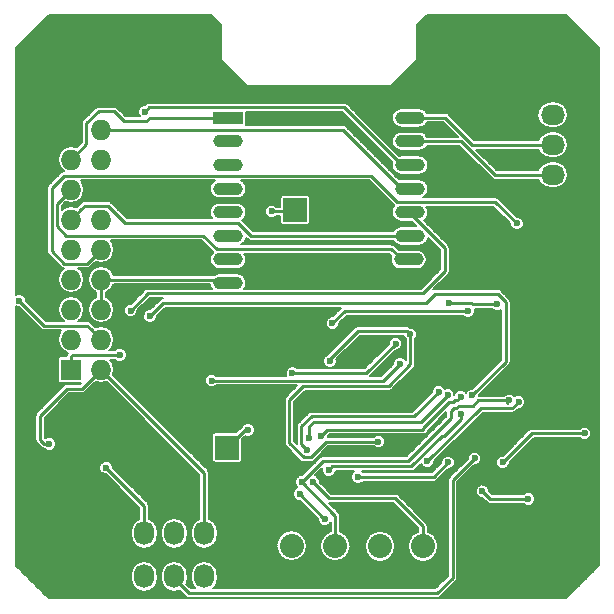
<source format=gbl>
G04 #@! TF.FileFunction,Copper,L2,Bot,Signal*
%FSLAX46Y46*%
G04 Gerber Fmt 4.6, Leading zero omitted, Abs format (unit mm)*
G04 Created by KiCad (PCBNEW 4.0.5) date Sun Jan  1 21:38:31 2017*
%MOMM*%
%LPD*%
G01*
G04 APERTURE LIST*
%ADD10C,0.100000*%
%ADD11R,1.727200X1.727200*%
%ADD12O,1.727200X1.727200*%
%ADD13C,4.064000*%
%ADD14R,2.032000X1.727200*%
%ADD15O,2.032000X1.727200*%
%ADD16R,2.032000X2.032000*%
%ADD17O,2.032000X2.032000*%
%ADD18R,1.727200X2.032000*%
%ADD19O,1.727200X2.032000*%
%ADD20R,2.500000X1.100000*%
%ADD21O,2.500000X1.100000*%
%ADD22R,2.000000X2.000000*%
%ADD23C,0.600000*%
%ADD24C,0.250000*%
%ADD25C,0.150000*%
G04 APERTURE END LIST*
D10*
D11*
X130525000Y-100895000D03*
D12*
X133065000Y-100895000D03*
X130525000Y-98355000D03*
X133065000Y-98355000D03*
X130525000Y-95815000D03*
X133065000Y-95815000D03*
X130525000Y-93275000D03*
X133065000Y-93275000D03*
X130525000Y-90735000D03*
X133065000Y-90735000D03*
X130525000Y-88195000D03*
X133065000Y-88195000D03*
X130525000Y-85655000D03*
X133065000Y-85655000D03*
X130525000Y-83115000D03*
X133065000Y-83115000D03*
X130525000Y-80575000D03*
X133065000Y-80575000D03*
D13*
X129525000Y-116575000D03*
X171525000Y-74575000D03*
X171525000Y-116575000D03*
X129525000Y-74575000D03*
D14*
X171318333Y-86955000D03*
D15*
X171318333Y-84415000D03*
X171318333Y-81875000D03*
X171318333Y-79335000D03*
D16*
X156698598Y-118392069D03*
D17*
X156698598Y-115852069D03*
D16*
X149200000Y-118340000D03*
D17*
X149200000Y-115800000D03*
D16*
X152900000Y-118365000D03*
D17*
X152900000Y-115825000D03*
D16*
X160325000Y-118390000D03*
D17*
X160325000Y-115850000D03*
D18*
X134172576Y-118403680D03*
D19*
X136712576Y-118403680D03*
X139252576Y-118403680D03*
X141792576Y-118403680D03*
D18*
X134180000Y-114750000D03*
D19*
X136720000Y-114750000D03*
X139260000Y-114750000D03*
X141800000Y-114750000D03*
D20*
X143825000Y-79575000D03*
D21*
X143825000Y-81575000D03*
X143825000Y-83575000D03*
X143825000Y-85575000D03*
X143825000Y-87575000D03*
X143825000Y-89575000D03*
X143825000Y-91575000D03*
X143825000Y-93575000D03*
X159225000Y-93575000D03*
X159125000Y-91575000D03*
X159225000Y-89575000D03*
X159225000Y-87575000D03*
X159225000Y-85575000D03*
X159225000Y-83575000D03*
X159225000Y-81575000D03*
X159225000Y-79575000D03*
D22*
X149500000Y-87400000D03*
X143750000Y-107500000D03*
D23*
X152650000Y-96975000D03*
X164150000Y-95925000D03*
X133600000Y-111300000D03*
X159220000Y-107060000D03*
X141000000Y-101600000D03*
X142700000Y-96125000D03*
X168275000Y-88525000D03*
X128700000Y-107200000D03*
X156550000Y-107000000D03*
X167075000Y-108750000D03*
X174000000Y-106300000D03*
X126125000Y-95050000D03*
X152450000Y-100175000D03*
X159250000Y-97925000D03*
X134650000Y-99650000D03*
X135575000Y-95900000D03*
X162500000Y-95225000D03*
X166611646Y-95371532D03*
X133500000Y-109200000D03*
X163525000Y-104675000D03*
X136775000Y-79050000D03*
X152350000Y-109400000D03*
X164686753Y-108420707D03*
X152000000Y-113525000D03*
X149875000Y-111425000D03*
X167625000Y-103500000D03*
X150050000Y-110425000D03*
X151000000Y-110400000D03*
X147500000Y-87500000D03*
X158007400Y-98700000D03*
X149275000Y-101174991D03*
X164500000Y-103075000D03*
X137200000Y-96375000D03*
X158375000Y-100400000D03*
X142425000Y-101825000D03*
X168414795Y-103627386D03*
X160692182Y-108667182D03*
X162408058Y-103033058D03*
X150700000Y-106725000D03*
X163525000Y-103200000D03*
X151700000Y-106500000D03*
X150525000Y-107700000D03*
X161645659Y-102790672D03*
X162450000Y-108750000D03*
X154825000Y-109975000D03*
X165350000Y-111200000D03*
X169250000Y-111850000D03*
X145500000Y-106000000D03*
D24*
X152650000Y-96975000D02*
X153700000Y-95925000D01*
X153700000Y-95925000D02*
X164150000Y-95925000D01*
X152700000Y-96925000D02*
X152650000Y-96975000D01*
X133065000Y-93275000D02*
X133065000Y-94496314D01*
X133065000Y-94496314D02*
X133065000Y-95815000D01*
X133065000Y-93275000D02*
X144225000Y-93275000D01*
X144225000Y-93275000D02*
X144525000Y-93575000D01*
X133065000Y-90735000D02*
X131876399Y-91923601D01*
X131876399Y-91923601D02*
X129954471Y-91923601D01*
X129954471Y-91923601D02*
X128886390Y-90855520D01*
X128886390Y-90855520D02*
X128886390Y-85534480D01*
X128886390Y-85534480D02*
X129954471Y-84466399D01*
X129954471Y-84466399D02*
X155928968Y-84466399D01*
X155928968Y-84466399D02*
X158162559Y-86699990D01*
X158162559Y-86699990D02*
X166449990Y-86699990D01*
X166449990Y-86699990D02*
X168275000Y-88525000D01*
X130200000Y-102500000D02*
X131460000Y-102500000D01*
X131460000Y-102500000D02*
X133065000Y-100895000D01*
X127900000Y-104800000D02*
X130200000Y-102500000D01*
X127900000Y-106824264D02*
X127900000Y-104800000D01*
X128700000Y-107200000D02*
X128275736Y-107200000D01*
X128275736Y-107200000D02*
X127900000Y-106824264D01*
X149000000Y-107100002D02*
X149000000Y-103450000D01*
X157424992Y-102275010D02*
X159250000Y-100450002D01*
X149000000Y-103450000D02*
X150174990Y-102275010D01*
X150174990Y-102275010D02*
X157424992Y-102275010D01*
X159250000Y-100450002D02*
X159250000Y-98349264D01*
X159250000Y-98349264D02*
X159250000Y-97925000D01*
X156550000Y-107000000D02*
X152150002Y-107000000D01*
X152150002Y-107000000D02*
X150825001Y-108325001D01*
X150825001Y-108325001D02*
X150224999Y-108325001D01*
X150224999Y-108325001D02*
X149000000Y-107100002D01*
X141800000Y-114750000D02*
X141800000Y-109630000D01*
X141800000Y-109630000D02*
X133065000Y-100895000D01*
X167075000Y-108750000D02*
X169525000Y-106300000D01*
X169525000Y-106300000D02*
X169934980Y-106300000D01*
X169934980Y-106300000D02*
X174000000Y-106300000D01*
X126125000Y-95050000D02*
X128241399Y-97166399D01*
X128241399Y-97166399D02*
X131876399Y-97166399D01*
X131876399Y-97166399D02*
X132201401Y-97491401D01*
X132201401Y-97491401D02*
X133065000Y-98355000D01*
X154799999Y-97625001D02*
X152450000Y-99975000D01*
X152450000Y-99975000D02*
X152450000Y-100175000D01*
X159250000Y-97925000D02*
X158950001Y-97625001D01*
X158950001Y-97625001D02*
X154799999Y-97625001D01*
X134650000Y-99650000D02*
X130656400Y-99650000D01*
X130656400Y-99650000D02*
X130525000Y-99781400D01*
X130525000Y-99781400D02*
X130525000Y-100895000D01*
X162175000Y-92562451D02*
X162175000Y-90587549D01*
X159162451Y-87575000D02*
X158525000Y-87575000D01*
X162175000Y-90587549D02*
X159162451Y-87575000D01*
X135575000Y-95900000D02*
X137024990Y-94450010D01*
X137024990Y-94450010D02*
X160287441Y-94450010D01*
X160287441Y-94450010D02*
X162175000Y-92562451D01*
X158525000Y-89575000D02*
X145775000Y-89575000D01*
X145775000Y-89575000D02*
X144650010Y-88450010D01*
X144650010Y-88450010D02*
X135079140Y-88450010D01*
X135079140Y-88450010D02*
X133635529Y-87006399D01*
X133635529Y-87006399D02*
X131713601Y-87006399D01*
X131713601Y-87006399D02*
X131388599Y-87331401D01*
X131388599Y-87331401D02*
X130525000Y-88195000D01*
X166611646Y-95371532D02*
X164521534Y-95371532D01*
X164521534Y-95371532D02*
X164375002Y-95225000D01*
X164375002Y-95225000D02*
X162500000Y-95225000D01*
X166540114Y-95300000D02*
X166611646Y-95371532D01*
X130525000Y-85655000D02*
X129336399Y-86843601D01*
X129336399Y-86843601D02*
X129336399Y-88765529D01*
X129336399Y-88765529D02*
X130117269Y-89546399D01*
X130117269Y-89546399D02*
X141721399Y-89546399D01*
X141721399Y-89546399D02*
X142874990Y-90699990D01*
X142874990Y-90699990D02*
X157649990Y-90699990D01*
X157649990Y-90699990D02*
X158525000Y-91575000D01*
X131825000Y-80055870D02*
X131825000Y-81815000D01*
X131825000Y-81815000D02*
X130525000Y-83115000D01*
X134150000Y-79025000D02*
X132855870Y-79025000D01*
X132855870Y-79025000D02*
X131825000Y-80055870D01*
X134975000Y-79850000D02*
X134150000Y-79025000D01*
X136900002Y-79850000D02*
X134975000Y-79850000D01*
X144525000Y-79575000D02*
X137175002Y-79575000D01*
X137175002Y-79575000D02*
X136900002Y-79850000D01*
X136720000Y-114750000D02*
X136720000Y-112420000D01*
X136720000Y-112420000D02*
X133500000Y-109200000D01*
X163525000Y-104675000D02*
X163525000Y-105099264D01*
X163525000Y-105099264D02*
X162114264Y-106510000D01*
X162114264Y-106510000D02*
X161924362Y-106510000D01*
X152649999Y-109100001D02*
X159334361Y-109100001D01*
X159334361Y-109100001D02*
X161924362Y-106510000D01*
X163525000Y-104675000D02*
X163525000Y-104909362D01*
X158525000Y-83575000D02*
X153649999Y-78699999D01*
X153649999Y-78699999D02*
X137125001Y-78699999D01*
X137125001Y-78699999D02*
X136775000Y-79050000D01*
X152350000Y-109400000D02*
X152649999Y-109100001D01*
X133065000Y-80575000D02*
X153525000Y-80575000D01*
X153525000Y-80575000D02*
X158525000Y-85575000D01*
X161507002Y-119825000D02*
X140521496Y-119825000D01*
X140521496Y-119825000D02*
X139252576Y-118556080D01*
X139252576Y-118556080D02*
X139252576Y-118403680D01*
X162825000Y-110282460D02*
X162825000Y-118507002D01*
X162825000Y-118507002D02*
X161507002Y-119825000D01*
X164686753Y-108420707D02*
X162825000Y-110282460D01*
X163575000Y-81575000D02*
X166415000Y-84415000D01*
X166415000Y-84415000D02*
X171318333Y-84415000D01*
X158525000Y-81575000D02*
X163575000Y-81575000D01*
X171318333Y-81875000D02*
X164511410Y-81875000D01*
X164511410Y-81875000D02*
X162211410Y-79575000D01*
X162211410Y-79575000D02*
X158525000Y-79575000D01*
X149875000Y-111425000D02*
X151975000Y-113525000D01*
X151975000Y-113525000D02*
X152000000Y-113525000D01*
X150050000Y-110425000D02*
X151825009Y-108649991D01*
X151825009Y-108649991D02*
X159050009Y-108649991D01*
X163299991Y-103975009D02*
X164524993Y-103975009D01*
X159050009Y-108649991D02*
X162690000Y-105010000D01*
X162690000Y-105010000D02*
X162690000Y-104390000D01*
X162971931Y-104108069D02*
X163166931Y-104108069D01*
X162690000Y-104390000D02*
X162971931Y-104108069D01*
X164524993Y-103975009D02*
X165000002Y-103500000D01*
X163166931Y-104108069D02*
X163299991Y-103975009D01*
X165000002Y-103500000D02*
X167625000Y-103500000D01*
X167424999Y-103700001D02*
X167625000Y-103500000D01*
X150050000Y-110425000D02*
X152900000Y-113275000D01*
X152900000Y-113275000D02*
X152900000Y-115825000D01*
X157975000Y-111800000D02*
X160325000Y-114150000D01*
X160325000Y-114150000D02*
X160325000Y-115850000D01*
X152400000Y-111800000D02*
X157975000Y-111800000D01*
X151000000Y-110400000D02*
X152400000Y-111800000D01*
X147500000Y-87500000D02*
X149400000Y-87500000D01*
X149400000Y-87500000D02*
X149500000Y-87400000D01*
X149275000Y-101174991D02*
X155532409Y-101174991D01*
X155532409Y-101174991D02*
X158007400Y-98700000D01*
X167350000Y-95184884D02*
X167350000Y-100225000D01*
X167350000Y-100225000D02*
X164500000Y-103075000D01*
X161325000Y-94475000D02*
X166640116Y-94475000D01*
X166640116Y-94475000D02*
X167350000Y-95184884D01*
X138325000Y-95250000D02*
X160550000Y-95250000D01*
X160550000Y-95250000D02*
X161325000Y-94475000D01*
X137200000Y-96375000D02*
X138325000Y-95250000D01*
X142425000Y-101825000D02*
X156950000Y-101825000D01*
X156950000Y-101825000D02*
X158375000Y-100400000D01*
X160692182Y-108667182D02*
X165209353Y-104150011D01*
X165209353Y-104150011D02*
X167892170Y-104150011D01*
X167892170Y-104150011D02*
X168414795Y-103627386D01*
X151074998Y-105300000D02*
X160141116Y-105300000D01*
X160141116Y-105300000D02*
X162408058Y-103033058D01*
X150700000Y-106725000D02*
X150700000Y-105674998D01*
X150700000Y-105674998D02*
X151074998Y-105300000D01*
X162891941Y-103658059D02*
X163050001Y-103499999D01*
X163050001Y-103499999D02*
X163225001Y-103499999D01*
X163225001Y-103499999D02*
X163525000Y-103200000D01*
X162566941Y-103658059D02*
X162891941Y-103658059D01*
X160350000Y-105975000D02*
X160350000Y-105875000D01*
X160350000Y-105875000D02*
X162566941Y-103658059D01*
X151700000Y-106500000D02*
X152225000Y-105975000D01*
X152225000Y-105975000D02*
X160350000Y-105975000D01*
X150025000Y-105713588D02*
X150025000Y-107200000D01*
X150025000Y-107200000D02*
X150525000Y-107700000D01*
X159586341Y-104849990D02*
X150888597Y-104849991D01*
X150888597Y-104849991D02*
X150025000Y-105713588D01*
X161645659Y-102790672D02*
X159586341Y-104849990D01*
X160875000Y-109975000D02*
X161225000Y-109975000D01*
X161225000Y-109975000D02*
X162450000Y-108750000D01*
X160875000Y-109975000D02*
X154825000Y-109975000D01*
X166400000Y-111850000D02*
X166000000Y-111850000D01*
X166000000Y-111850000D02*
X165350000Y-111200000D01*
X166400000Y-111850000D02*
X169250000Y-111850000D01*
X145500000Y-106000000D02*
X145250000Y-106000000D01*
X145250000Y-106000000D02*
X143750000Y-107500000D01*
D25*
X128649264Y-70875000D02*
X142400736Y-70875000D01*
X160649264Y-70875000D02*
X172400736Y-70875000D01*
X128550064Y-70974200D02*
X142499936Y-70974200D01*
X160550064Y-70974200D02*
X172499936Y-70974200D01*
X128450864Y-71073400D02*
X142599136Y-71073400D01*
X160450864Y-71073400D02*
X172599136Y-71073400D01*
X128351664Y-71172600D02*
X142698336Y-71172600D01*
X160351664Y-71172600D02*
X172698336Y-71172600D01*
X128252464Y-71271800D02*
X142797536Y-71271800D01*
X160252464Y-71271800D02*
X172797536Y-71271800D01*
X128153264Y-71371000D02*
X142896736Y-71371000D01*
X160153264Y-71371000D02*
X172896736Y-71371000D01*
X128054064Y-71470200D02*
X142995936Y-71470200D01*
X160054064Y-71470200D02*
X172995936Y-71470200D01*
X127954864Y-71569400D02*
X143095136Y-71569400D01*
X159954864Y-71569400D02*
X173095136Y-71569400D01*
X127855664Y-71668600D02*
X143194336Y-71668600D01*
X159855664Y-71668600D02*
X173194336Y-71668600D01*
X127756464Y-71767800D02*
X143225000Y-71767800D01*
X159825000Y-71767800D02*
X173293536Y-71767800D01*
X127657264Y-71867000D02*
X143225000Y-71867000D01*
X159825000Y-71867000D02*
X173392736Y-71867000D01*
X127558064Y-71966200D02*
X143225000Y-71966200D01*
X159825000Y-71966200D02*
X173491936Y-71966200D01*
X127458864Y-72065400D02*
X143225000Y-72065400D01*
X159825000Y-72065400D02*
X173591136Y-72065400D01*
X127359664Y-72164600D02*
X143225000Y-72164600D01*
X159825000Y-72164600D02*
X173690336Y-72164600D01*
X127260464Y-72263800D02*
X143225000Y-72263800D01*
X159825000Y-72263800D02*
X173789536Y-72263800D01*
X127161264Y-72363000D02*
X143225000Y-72363000D01*
X159825000Y-72363000D02*
X173888736Y-72363000D01*
X127062064Y-72462200D02*
X143225000Y-72462200D01*
X159825000Y-72462200D02*
X173987936Y-72462200D01*
X126962864Y-72561400D02*
X143225000Y-72561400D01*
X159825000Y-72561400D02*
X174087136Y-72561400D01*
X126863664Y-72660600D02*
X143225000Y-72660600D01*
X159825000Y-72660600D02*
X174186336Y-72660600D01*
X126764464Y-72759800D02*
X143225000Y-72759800D01*
X159825000Y-72759800D02*
X174285536Y-72759800D01*
X126665264Y-72859000D02*
X143225000Y-72859000D01*
X159825000Y-72859000D02*
X174384736Y-72859000D01*
X126566064Y-72958200D02*
X143225000Y-72958200D01*
X159825000Y-72958200D02*
X174483936Y-72958200D01*
X126466864Y-73057400D02*
X143225000Y-73057400D01*
X159825000Y-73057400D02*
X174583136Y-73057400D01*
X126367664Y-73156600D02*
X143225000Y-73156600D01*
X159825000Y-73156600D02*
X174682336Y-73156600D01*
X126268464Y-73255800D02*
X143225000Y-73255800D01*
X159825000Y-73255800D02*
X174781536Y-73255800D01*
X126169264Y-73355000D02*
X143225000Y-73355000D01*
X159825000Y-73355000D02*
X174880736Y-73355000D01*
X126070064Y-73454200D02*
X143225000Y-73454200D01*
X159825000Y-73454200D02*
X174979936Y-73454200D01*
X125970864Y-73553400D02*
X143225000Y-73553400D01*
X159825000Y-73553400D02*
X175079136Y-73553400D01*
X125871664Y-73652600D02*
X143225000Y-73652600D01*
X159825000Y-73652600D02*
X175178336Y-73652600D01*
X125825000Y-73751800D02*
X143225000Y-73751800D01*
X159825000Y-73751800D02*
X175225000Y-73751800D01*
X125825000Y-73851000D02*
X143225000Y-73851000D01*
X159825000Y-73851000D02*
X175225000Y-73851000D01*
X125825000Y-73950200D02*
X143225000Y-73950200D01*
X159825000Y-73950200D02*
X175225000Y-73950200D01*
X125825000Y-74049400D02*
X143225000Y-74049400D01*
X159825000Y-74049400D02*
X175225000Y-74049400D01*
X125825000Y-74148600D02*
X143225000Y-74148600D01*
X159825000Y-74148600D02*
X175225000Y-74148600D01*
X125825000Y-74247800D02*
X143225000Y-74247800D01*
X159825000Y-74247800D02*
X175225000Y-74247800D01*
X125825000Y-74347000D02*
X143225000Y-74347000D01*
X159825000Y-74347000D02*
X175225000Y-74347000D01*
X125825000Y-74446200D02*
X143225000Y-74446200D01*
X159825000Y-74446200D02*
X175225000Y-74446200D01*
X125825000Y-74545400D02*
X143225000Y-74545400D01*
X159825000Y-74545400D02*
X175225000Y-74545400D01*
X125825000Y-74644600D02*
X143238844Y-74644600D01*
X159811155Y-74644600D02*
X175225000Y-74644600D01*
X125825000Y-74743800D02*
X143283914Y-74743800D01*
X159766085Y-74743800D02*
X175225000Y-74743800D01*
X125825000Y-74843000D02*
X143368736Y-74843000D01*
X159681264Y-74843000D02*
X175225000Y-74843000D01*
X125825000Y-74942200D02*
X143467936Y-74942200D01*
X159582064Y-74942200D02*
X175225000Y-74942200D01*
X125825000Y-75041400D02*
X143567136Y-75041400D01*
X159482864Y-75041400D02*
X175225000Y-75041400D01*
X125825000Y-75140600D02*
X143666336Y-75140600D01*
X159383664Y-75140600D02*
X175225000Y-75140600D01*
X125825000Y-75239800D02*
X143765536Y-75239800D01*
X159284464Y-75239800D02*
X175225000Y-75239800D01*
X125825000Y-75339000D02*
X143864736Y-75339000D01*
X159185264Y-75339000D02*
X175225000Y-75339000D01*
X125825000Y-75438200D02*
X143963936Y-75438200D01*
X159086064Y-75438200D02*
X175225000Y-75438200D01*
X125825000Y-75537400D02*
X144063136Y-75537400D01*
X158986864Y-75537400D02*
X175225000Y-75537400D01*
X125825000Y-75636600D02*
X144162336Y-75636600D01*
X158887664Y-75636600D02*
X175225000Y-75636600D01*
X125825000Y-75735800D02*
X144261536Y-75735800D01*
X158788464Y-75735800D02*
X175225000Y-75735800D01*
X125825000Y-75835000D02*
X144360736Y-75835000D01*
X158689264Y-75835000D02*
X175225000Y-75835000D01*
X125825000Y-75934200D02*
X144459936Y-75934200D01*
X158590064Y-75934200D02*
X175225000Y-75934200D01*
X125825000Y-76033400D02*
X144559136Y-76033400D01*
X158490864Y-76033400D02*
X175225000Y-76033400D01*
X125825000Y-76132600D02*
X144658336Y-76132600D01*
X158391664Y-76132600D02*
X175225000Y-76132600D01*
X125825000Y-76231800D02*
X144757536Y-76231800D01*
X158292464Y-76231800D02*
X175225000Y-76231800D01*
X125825000Y-76331000D02*
X144856736Y-76331000D01*
X158193264Y-76331000D02*
X175225000Y-76331000D01*
X125825000Y-76430200D02*
X144955936Y-76430200D01*
X158094064Y-76430200D02*
X175225000Y-76430200D01*
X125825000Y-76529400D02*
X145055136Y-76529400D01*
X157994864Y-76529400D02*
X175225000Y-76529400D01*
X125825000Y-76628600D02*
X145154336Y-76628600D01*
X157895664Y-76628600D02*
X175225000Y-76628600D01*
X125825000Y-76727800D02*
X145253536Y-76727800D01*
X157796464Y-76727800D02*
X175225000Y-76727800D01*
X125825000Y-76827000D02*
X145372534Y-76827000D01*
X157677465Y-76827000D02*
X175225000Y-76827000D01*
X125825000Y-76926200D02*
X175225000Y-76926200D01*
X125825000Y-77025400D02*
X175225000Y-77025400D01*
X125825000Y-77124600D02*
X175225000Y-77124600D01*
X125825000Y-77223800D02*
X175225000Y-77223800D01*
X125825000Y-77323000D02*
X175225000Y-77323000D01*
X125825000Y-77422200D02*
X175225000Y-77422200D01*
X125825000Y-77521400D02*
X175225000Y-77521400D01*
X125825000Y-77620600D02*
X175225000Y-77620600D01*
X125825000Y-77719800D02*
X175225000Y-77719800D01*
X125825000Y-77819000D02*
X175225000Y-77819000D01*
X125825000Y-77918200D02*
X175225000Y-77918200D01*
X125825000Y-78017400D02*
X175225000Y-78017400D01*
X125825000Y-78116600D02*
X175225000Y-78116600D01*
X125825000Y-78215800D02*
X171043111Y-78215800D01*
X171593556Y-78215800D02*
X175225000Y-78215800D01*
X125825000Y-78315000D02*
X137049586Y-78315000D01*
X153725415Y-78315000D02*
X170657133Y-78315000D01*
X171979534Y-78315000D02*
X175225000Y-78315000D01*
X125825000Y-78414200D02*
X136846582Y-78414200D01*
X153928419Y-78414200D02*
X170508669Y-78414200D01*
X172127998Y-78414200D02*
X175225000Y-78414200D01*
X125825000Y-78513400D02*
X136567950Y-78513400D01*
X154029086Y-78513400D02*
X170360206Y-78513400D01*
X172276461Y-78513400D02*
X175225000Y-78513400D01*
X125825000Y-78612600D02*
X136399281Y-78612600D01*
X154128286Y-78612600D02*
X170280263Y-78612600D01*
X172356404Y-78612600D02*
X175225000Y-78612600D01*
X125825000Y-78711800D02*
X132618460Y-78711800D01*
X134387411Y-78711800D02*
X136299908Y-78711800D01*
X154227486Y-78711800D02*
X170213980Y-78711800D01*
X172422687Y-78711800D02*
X175225000Y-78711800D01*
X125825000Y-78811000D02*
X132504185Y-78811000D01*
X134501686Y-78811000D02*
X136251641Y-78811000D01*
X154326686Y-78811000D02*
X158188454Y-78811000D01*
X160261547Y-78811000D02*
X170147697Y-78811000D01*
X172488970Y-78811000D02*
X175225000Y-78811000D01*
X125825000Y-78910200D02*
X132404985Y-78910200D01*
X134600886Y-78910200D02*
X136210450Y-78910200D01*
X154425886Y-78910200D02*
X158033639Y-78910200D01*
X160416362Y-78910200D02*
X170086540Y-78910200D01*
X172550127Y-78910200D02*
X175225000Y-78910200D01*
X125825000Y-79009400D02*
X132305785Y-79009400D01*
X134700086Y-79009400D02*
X136200036Y-79009400D01*
X154525086Y-79009400D02*
X157899892Y-79009400D01*
X160550109Y-79009400D02*
X170066808Y-79009400D01*
X172569859Y-79009400D02*
X175225000Y-79009400D01*
X125825000Y-79108600D02*
X132206585Y-79108600D01*
X134799286Y-79108600D02*
X136199949Y-79108600D01*
X145355387Y-79108600D02*
X153492914Y-79108600D01*
X154624286Y-79108600D02*
X157833608Y-79108600D01*
X160616393Y-79108600D02*
X170047075Y-79108600D01*
X172589592Y-79108600D02*
X175225000Y-79108600D01*
X125825000Y-79207800D02*
X132107385Y-79207800D01*
X134898486Y-79207800D02*
X136218050Y-79207800D01*
X145355387Y-79207800D02*
X153592114Y-79207800D01*
X154723486Y-79207800D02*
X157767324Y-79207800D01*
X162368005Y-79207800D02*
X170027343Y-79207800D01*
X172609324Y-79207800D02*
X175225000Y-79207800D01*
X125825000Y-79307000D02*
X132008185Y-79307000D01*
X134997686Y-79307000D02*
X136259038Y-79307000D01*
X145355387Y-79307000D02*
X153691314Y-79307000D01*
X154822686Y-79307000D02*
X157723432Y-79307000D01*
X162509096Y-79307000D02*
X170007611Y-79307000D01*
X172629056Y-79307000D02*
X175225000Y-79307000D01*
X125825000Y-79406200D02*
X131908985Y-79406200D01*
X135096886Y-79406200D02*
X136318114Y-79406200D01*
X145355387Y-79406200D02*
X153790514Y-79406200D01*
X154921886Y-79406200D02*
X157703700Y-79406200D01*
X162608296Y-79406200D02*
X170016203Y-79406200D01*
X172620462Y-79406200D02*
X175225000Y-79406200D01*
X125825000Y-79505400D02*
X131809785Y-79505400D01*
X145355387Y-79505400D02*
X153889714Y-79505400D01*
X155021086Y-79505400D02*
X157683968Y-79505400D01*
X162707496Y-79505400D02*
X170035935Y-79505400D01*
X172600730Y-79505400D02*
X175225000Y-79505400D01*
X125825000Y-79604600D02*
X131710585Y-79604600D01*
X145355387Y-79604600D02*
X153988914Y-79604600D01*
X155120286Y-79604600D02*
X157676010Y-79604600D01*
X162806696Y-79604600D02*
X170055667Y-79604600D01*
X172580998Y-79604600D02*
X175225000Y-79604600D01*
X125825000Y-79703800D02*
X131611385Y-79703800D01*
X145355387Y-79703800D02*
X154088114Y-79703800D01*
X155219486Y-79703800D02*
X157695742Y-79703800D01*
X162905896Y-79703800D02*
X170075400Y-79703800D01*
X172561265Y-79703800D02*
X175225000Y-79703800D01*
X125825000Y-79803000D02*
X131522130Y-79803000D01*
X145355387Y-79803000D02*
X154187314Y-79803000D01*
X155318686Y-79803000D02*
X157715474Y-79803000D01*
X163005096Y-79803000D02*
X170110278Y-79803000D01*
X172526387Y-79803000D02*
X175225000Y-79803000D01*
X125825000Y-79902200D02*
X131455847Y-79902200D01*
X145355387Y-79902200D02*
X154286514Y-79902200D01*
X155417886Y-79902200D02*
X157740596Y-79902200D01*
X163104296Y-79902200D02*
X170176561Y-79902200D01*
X172460104Y-79902200D02*
X175225000Y-79902200D01*
X125825000Y-80001400D02*
X131435835Y-80001400D01*
X145355387Y-80001400D02*
X154385714Y-80001400D01*
X155517086Y-80001400D02*
X157806880Y-80001400D01*
X160643119Y-80001400D02*
X162072124Y-80001400D01*
X163203496Y-80001400D02*
X170242844Y-80001400D01*
X172393821Y-80001400D02*
X175225000Y-80001400D01*
X125825000Y-80100600D02*
X131425000Y-80100600D01*
X145355387Y-80100600D02*
X154484914Y-80100600D01*
X155616286Y-80100600D02*
X157873163Y-80100600D01*
X160576836Y-80100600D02*
X162171324Y-80100600D01*
X163302696Y-80100600D02*
X170309128Y-80100600D01*
X172327537Y-80100600D02*
X175225000Y-80100600D01*
X125825000Y-80199800D02*
X131425000Y-80199800D01*
X153649680Y-80199800D02*
X154584114Y-80199800D01*
X155715486Y-80199800D02*
X157973774Y-80199800D01*
X160476225Y-80199800D02*
X162270524Y-80199800D01*
X163401896Y-80199800D02*
X170424858Y-80199800D01*
X172211807Y-80199800D02*
X175225000Y-80199800D01*
X125825000Y-80299000D02*
X131425000Y-80299000D01*
X153814686Y-80299000D02*
X154683314Y-80299000D01*
X155814686Y-80299000D02*
X158122237Y-80299000D01*
X160327762Y-80299000D02*
X162369724Y-80299000D01*
X163501096Y-80299000D02*
X170573322Y-80299000D01*
X172063343Y-80299000D02*
X175225000Y-80299000D01*
X125825000Y-80398200D02*
X131425000Y-80398200D01*
X153913886Y-80398200D02*
X154782514Y-80398200D01*
X155913886Y-80398200D02*
X158486073Y-80398200D01*
X159963926Y-80398200D02*
X162468924Y-80398200D01*
X163600296Y-80398200D02*
X170761580Y-80398200D01*
X171875085Y-80398200D02*
X175225000Y-80398200D01*
X125825000Y-80497400D02*
X131425000Y-80497400D01*
X154013086Y-80497400D02*
X154881714Y-80497400D01*
X156013086Y-80497400D02*
X162568124Y-80497400D01*
X163699496Y-80497400D02*
X175225000Y-80497400D01*
X125825000Y-80596600D02*
X131425000Y-80596600D01*
X154112286Y-80596600D02*
X154980914Y-80596600D01*
X156112286Y-80596600D02*
X162667324Y-80596600D01*
X163798696Y-80596600D02*
X175225000Y-80596600D01*
X125825000Y-80695800D02*
X131425000Y-80695800D01*
X154211486Y-80695800D02*
X155080114Y-80695800D01*
X156211486Y-80695800D02*
X162766524Y-80695800D01*
X163897896Y-80695800D02*
X175225000Y-80695800D01*
X125825000Y-80795000D02*
X131425000Y-80795000D01*
X154310686Y-80795000D02*
X155179314Y-80795000D01*
X156310686Y-80795000D02*
X158268892Y-80795000D01*
X160181109Y-80795000D02*
X162865724Y-80795000D01*
X163997096Y-80795000D02*
X170846040Y-80795000D01*
X171790627Y-80795000D02*
X175225000Y-80795000D01*
X125825000Y-80894200D02*
X131425000Y-80894200D01*
X154409886Y-80894200D02*
X155278514Y-80894200D01*
X156409886Y-80894200D02*
X158057585Y-80894200D01*
X160392416Y-80894200D02*
X162964924Y-80894200D01*
X164096296Y-80894200D02*
X170598466Y-80894200D01*
X172038201Y-80894200D02*
X175225000Y-80894200D01*
X125825000Y-80993400D02*
X131425000Y-80993400D01*
X154509086Y-80993400D02*
X155377714Y-80993400D01*
X156509086Y-80993400D02*
X157910582Y-80993400D01*
X160539419Y-80993400D02*
X163064124Y-80993400D01*
X164195496Y-80993400D02*
X170450002Y-80993400D01*
X172186665Y-80993400D02*
X175225000Y-80993400D01*
X125825000Y-81092600D02*
X131425000Y-81092600D01*
X154608286Y-81092600D02*
X155476914Y-81092600D01*
X156608286Y-81092600D02*
X157844299Y-81092600D01*
X160605702Y-81092600D02*
X163163324Y-81092600D01*
X164294696Y-81092600D02*
X170320354Y-81092600D01*
X172316313Y-81092600D02*
X175225000Y-81092600D01*
X125825000Y-81191800D02*
X131425000Y-81191800D01*
X154707486Y-81191800D02*
X155576114Y-81191800D01*
X156707486Y-81191800D02*
X157778015Y-81191800D01*
X164393896Y-81191800D02*
X170254071Y-81191800D01*
X172382596Y-81191800D02*
X175225000Y-81191800D01*
X125825000Y-81291000D02*
X131425000Y-81291000D01*
X154806686Y-81291000D02*
X155675314Y-81291000D01*
X156806686Y-81291000D02*
X157726614Y-81291000D01*
X164493096Y-81291000D02*
X170187788Y-81291000D01*
X172448879Y-81291000D02*
X175225000Y-81291000D01*
X125825000Y-81390200D02*
X131425000Y-81390200D01*
X154905886Y-81390200D02*
X155774514Y-81390200D01*
X156905886Y-81390200D02*
X157706882Y-81390200D01*
X164592296Y-81390200D02*
X170121505Y-81390200D01*
X172515162Y-81390200D02*
X175225000Y-81390200D01*
X125825000Y-81489400D02*
X131425000Y-81489400D01*
X155005086Y-81489400D02*
X155873714Y-81489400D01*
X157005086Y-81489400D02*
X157687150Y-81489400D01*
X172557925Y-81489400D02*
X175225000Y-81489400D01*
X125825000Y-81588600D02*
X131425000Y-81588600D01*
X155104286Y-81588600D02*
X155972914Y-81588600D01*
X157104286Y-81588600D02*
X157672828Y-81588600D01*
X172577657Y-81588600D02*
X175225000Y-81588600D01*
X125825000Y-81687800D02*
X131386515Y-81687800D01*
X155203486Y-81687800D02*
X156072114Y-81687800D01*
X157203486Y-81687800D02*
X157692560Y-81687800D01*
X172597389Y-81687800D02*
X175225000Y-81687800D01*
X125825000Y-81787000D02*
X131287315Y-81787000D01*
X155302686Y-81787000D02*
X156171314Y-81787000D01*
X157302686Y-81787000D02*
X157712292Y-81787000D01*
X172617121Y-81787000D02*
X175225000Y-81787000D01*
X125825000Y-81886200D02*
X131188115Y-81886200D01*
X155401886Y-81886200D02*
X156270514Y-81886200D01*
X157401886Y-81886200D02*
X157732024Y-81886200D01*
X172632397Y-81886200D02*
X175225000Y-81886200D01*
X125825000Y-81985400D02*
X130367615Y-81985400D01*
X130682386Y-81985400D02*
X131088915Y-81985400D01*
X155501086Y-81985400D02*
X156369714Y-81985400D01*
X157501086Y-81985400D02*
X157796189Y-81985400D01*
X160653810Y-81985400D02*
X163419714Y-81985400D01*
X172612664Y-81985400D02*
X175225000Y-81985400D01*
X125825000Y-82084600D02*
X130023674Y-82084600D01*
X155600286Y-82084600D02*
X156468914Y-82084600D01*
X157600286Y-82084600D02*
X157862472Y-82084600D01*
X160587527Y-82084600D02*
X163518914Y-82084600D01*
X172592932Y-82084600D02*
X175225000Y-82084600D01*
X125825000Y-82183800D02*
X129875210Y-82183800D01*
X155699486Y-82183800D02*
X156568114Y-82183800D01*
X157699486Y-82183800D02*
X157949829Y-82183800D01*
X160500170Y-82183800D02*
X163618114Y-82183800D01*
X172573200Y-82183800D02*
X175225000Y-82183800D01*
X125825000Y-82283000D02*
X129726746Y-82283000D01*
X155798686Y-82283000D02*
X156667314Y-82283000D01*
X157798686Y-82283000D02*
X158098291Y-82283000D01*
X160351708Y-82283000D02*
X163717314Y-82283000D01*
X164848686Y-82283000D02*
X170083197Y-82283000D01*
X172553468Y-82283000D02*
X175225000Y-82283000D01*
X125825000Y-82382200D02*
X129656667Y-82382200D01*
X155897886Y-82382200D02*
X156766514Y-82382200D01*
X157897886Y-82382200D02*
X158405635Y-82382200D01*
X160044364Y-82382200D02*
X163816514Y-82382200D01*
X164947886Y-82382200D02*
X170136471Y-82382200D01*
X172500194Y-82382200D02*
X175225000Y-82382200D01*
X125825000Y-82481400D02*
X129590384Y-82481400D01*
X155997086Y-82481400D02*
X156865714Y-82481400D01*
X157997086Y-82481400D02*
X163915714Y-82481400D01*
X165047086Y-82481400D02*
X170202754Y-82481400D01*
X172433911Y-82481400D02*
X175225000Y-82481400D01*
X125825000Y-82580600D02*
X129524101Y-82580600D01*
X156096286Y-82580600D02*
X156964914Y-82580600D01*
X158096286Y-82580600D02*
X164014914Y-82580600D01*
X165146286Y-82580600D02*
X170269037Y-82580600D01*
X172367628Y-82580600D02*
X175225000Y-82580600D01*
X125825000Y-82679800D02*
X129468531Y-82679800D01*
X156195486Y-82679800D02*
X157064114Y-82679800D01*
X158195486Y-82679800D02*
X164114114Y-82679800D01*
X165245486Y-82679800D02*
X170335320Y-82679800D01*
X172301345Y-82679800D02*
X175225000Y-82679800D01*
X125825000Y-82779000D02*
X129448798Y-82779000D01*
X156294686Y-82779000D02*
X157163314Y-82779000D01*
X158294686Y-82779000D02*
X158349330Y-82779000D01*
X160100671Y-82779000D02*
X164213314Y-82779000D01*
X165344686Y-82779000D02*
X170483525Y-82779000D01*
X172153140Y-82779000D02*
X175225000Y-82779000D01*
X125825000Y-82878200D02*
X129429066Y-82878200D01*
X156393886Y-82878200D02*
X157262514Y-82878200D01*
X160368471Y-82878200D02*
X164312514Y-82878200D01*
X165443886Y-82878200D02*
X170631989Y-82878200D01*
X172004676Y-82878200D02*
X175225000Y-82878200D01*
X125825000Y-82977400D02*
X129409334Y-82977400D01*
X156493086Y-82977400D02*
X157361714Y-82977400D01*
X160516933Y-82977400D02*
X164411714Y-82977400D01*
X165543086Y-82977400D02*
X170958651Y-82977400D01*
X171678014Y-82977400D02*
X175225000Y-82977400D01*
X125825000Y-83076600D02*
X129389602Y-83076600D01*
X156592286Y-83076600D02*
X157460914Y-83076600D01*
X160595011Y-83076600D02*
X164510914Y-83076600D01*
X165642286Y-83076600D02*
X175225000Y-83076600D01*
X125825000Y-83175800D02*
X129394056Y-83175800D01*
X156691486Y-83175800D02*
X157560114Y-83175800D01*
X160661295Y-83175800D02*
X164610114Y-83175800D01*
X165741486Y-83175800D02*
X175225000Y-83175800D01*
X125825000Y-83275000D02*
X129413789Y-83275000D01*
X156790686Y-83275000D02*
X157659314Y-83275000D01*
X160720204Y-83275000D02*
X164709314Y-83275000D01*
X165840686Y-83275000D02*
X175225000Y-83275000D01*
X125825000Y-83374200D02*
X129433521Y-83374200D01*
X156889886Y-83374200D02*
X157710065Y-83374200D01*
X160739936Y-83374200D02*
X164808514Y-83374200D01*
X165939886Y-83374200D02*
X170688263Y-83374200D01*
X171948404Y-83374200D02*
X175225000Y-83374200D01*
X125825000Y-83473400D02*
X129453253Y-83473400D01*
X156989086Y-83473400D02*
X157690333Y-83473400D01*
X160759668Y-83473400D02*
X164907714Y-83473400D01*
X166039086Y-83473400D02*
X170539799Y-83473400D01*
X172096868Y-83473400D02*
X175225000Y-83473400D01*
X125825000Y-83572600D02*
X129472985Y-83572600D01*
X157088286Y-83572600D02*
X157670601Y-83572600D01*
X160779400Y-83572600D02*
X165006914Y-83572600D01*
X166138286Y-83572600D02*
X170391335Y-83572600D01*
X172245332Y-83572600D02*
X175225000Y-83572600D01*
X125825000Y-83671800D02*
X129539067Y-83671800D01*
X157187486Y-83671800D02*
X157689377Y-83671800D01*
X160760622Y-83671800D02*
X165106114Y-83671800D01*
X166237486Y-83671800D02*
X170294161Y-83671800D01*
X172342506Y-83671800D02*
X175225000Y-83671800D01*
X125825000Y-83771000D02*
X129605350Y-83771000D01*
X157286686Y-83771000D02*
X157709109Y-83771000D01*
X160740890Y-83771000D02*
X165205314Y-83771000D01*
X166336686Y-83771000D02*
X170227878Y-83771000D01*
X172408789Y-83771000D02*
X175225000Y-83771000D01*
X125825000Y-83870200D02*
X129671633Y-83870200D01*
X157385886Y-83870200D02*
X157728841Y-83870200D01*
X160721158Y-83870200D02*
X165304514Y-83870200D01*
X166435886Y-83870200D02*
X170161595Y-83870200D01*
X172475072Y-83870200D02*
X175225000Y-83870200D01*
X125825000Y-83969400D02*
X129760269Y-83969400D01*
X157485086Y-83969400D02*
X157785498Y-83969400D01*
X160664501Y-83969400D02*
X165403714Y-83969400D01*
X166535086Y-83969400D02*
X170095312Y-83969400D01*
X172541355Y-83969400D02*
X175225000Y-83969400D01*
X125825000Y-84068600D02*
X129908733Y-84068600D01*
X157584286Y-84068600D02*
X157851782Y-84068600D01*
X160598217Y-84068600D02*
X165502914Y-84068600D01*
X172565722Y-84068600D02*
X175225000Y-84068600D01*
X125825000Y-84167800D02*
X129695209Y-84167800D01*
X157683486Y-84167800D02*
X157925883Y-84167800D01*
X160524116Y-84167800D02*
X165602114Y-84167800D01*
X172585454Y-84167800D02*
X175225000Y-84167800D01*
X125825000Y-84267000D02*
X129588185Y-84267000D01*
X157782686Y-84267000D02*
X158074346Y-84267000D01*
X160375653Y-84267000D02*
X165701314Y-84267000D01*
X172605186Y-84267000D02*
X175225000Y-84267000D01*
X125825000Y-84366200D02*
X129488985Y-84366200D01*
X157881886Y-84366200D02*
X158325197Y-84366200D01*
X160124802Y-84366200D02*
X165800514Y-84366200D01*
X172624919Y-84366200D02*
X175225000Y-84366200D01*
X125825000Y-84465400D02*
X129389785Y-84465400D01*
X157981086Y-84465400D02*
X165899714Y-84465400D01*
X172624599Y-84465400D02*
X175225000Y-84465400D01*
X125825000Y-84564600D02*
X129290585Y-84564600D01*
X158080286Y-84564600D02*
X165998914Y-84564600D01*
X172604867Y-84564600D02*
X175225000Y-84564600D01*
X125825000Y-84663800D02*
X129191385Y-84663800D01*
X158179486Y-84663800D02*
X166098114Y-84663800D01*
X172585135Y-84663800D02*
X175225000Y-84663800D01*
X125825000Y-84763000D02*
X129092185Y-84763000D01*
X158278686Y-84763000D02*
X158429768Y-84763000D01*
X160020233Y-84763000D02*
X166229671Y-84763000D01*
X172565403Y-84763000D02*
X175225000Y-84763000D01*
X125825000Y-84862200D02*
X128992985Y-84862200D01*
X160344525Y-84862200D02*
X170096380Y-84862200D01*
X172540285Y-84862200D02*
X175225000Y-84862200D01*
X125825000Y-84961400D02*
X128893785Y-84961400D01*
X160492988Y-84961400D02*
X170162663Y-84961400D01*
X172474002Y-84961400D02*
X175225000Y-84961400D01*
X125825000Y-85060600D02*
X128794585Y-85060600D01*
X160584320Y-85060600D02*
X170228946Y-85060600D01*
X172407719Y-85060600D02*
X175225000Y-85060600D01*
X125825000Y-85159800D02*
X128695385Y-85159800D01*
X160650604Y-85159800D02*
X170295229Y-85159800D01*
X172341436Y-85159800D02*
X175225000Y-85159800D01*
X125825000Y-85259000D02*
X128598628Y-85259000D01*
X160716887Y-85259000D02*
X170393729Y-85259000D01*
X172242936Y-85259000D02*
X175225000Y-85259000D01*
X125825000Y-85358200D02*
X128532344Y-85358200D01*
X160736754Y-85358200D02*
X170542192Y-85358200D01*
X172094473Y-85358200D02*
X175225000Y-85358200D01*
X125825000Y-85457400D02*
X128501723Y-85457400D01*
X160756486Y-85457400D02*
X170690656Y-85457400D01*
X171946009Y-85457400D02*
X175225000Y-85457400D01*
X125825000Y-85556600D02*
X128486390Y-85556600D01*
X160776218Y-85556600D02*
X175225000Y-85556600D01*
X125825000Y-85655800D02*
X128486390Y-85655800D01*
X160763804Y-85655800D02*
X175225000Y-85655800D01*
X125825000Y-85755000D02*
X128486390Y-85755000D01*
X160744073Y-85755000D02*
X175225000Y-85755000D01*
X125825000Y-85854200D02*
X128486390Y-85854200D01*
X160724341Y-85854200D02*
X175225000Y-85854200D01*
X125825000Y-85953400D02*
X128486390Y-85953400D01*
X160675192Y-85953400D02*
X175225000Y-85953400D01*
X125825000Y-86052600D02*
X128486390Y-86052600D01*
X160608908Y-86052600D02*
X175225000Y-86052600D01*
X125825000Y-86151800D02*
X128486390Y-86151800D01*
X160542625Y-86151800D02*
X175225000Y-86151800D01*
X125825000Y-86251000D02*
X128486390Y-86251000D01*
X160399599Y-86251000D02*
X175225000Y-86251000D01*
X125825000Y-86350200D02*
X128486390Y-86350200D01*
X166632640Y-86350200D02*
X175225000Y-86350200D01*
X125825000Y-86449400D02*
X128486390Y-86449400D01*
X166765086Y-86449400D02*
X175225000Y-86449400D01*
X125825000Y-86548600D02*
X128486390Y-86548600D01*
X166864286Y-86548600D02*
X175225000Y-86548600D01*
X125825000Y-86647800D02*
X128486390Y-86647800D01*
X166963486Y-86647800D02*
X175225000Y-86647800D01*
X125825000Y-86747000D02*
X128486390Y-86747000D01*
X167062686Y-86747000D02*
X175225000Y-86747000D01*
X125825000Y-86846200D02*
X128486390Y-86846200D01*
X167161886Y-86846200D02*
X175225000Y-86846200D01*
X125825000Y-86945400D02*
X128486390Y-86945400D01*
X167261086Y-86945400D02*
X175225000Y-86945400D01*
X125825000Y-87044600D02*
X128486390Y-87044600D01*
X167360286Y-87044600D02*
X175225000Y-87044600D01*
X125825000Y-87143800D02*
X128486390Y-87143800D01*
X160639913Y-87143800D02*
X166328114Y-87143800D01*
X167459486Y-87143800D02*
X175225000Y-87143800D01*
X125825000Y-87243000D02*
X128486390Y-87243000D01*
X160706196Y-87243000D02*
X166427314Y-87243000D01*
X167558686Y-87243000D02*
X175225000Y-87243000D01*
X125825000Y-87342200D02*
X128486390Y-87342200D01*
X160733571Y-87342200D02*
X166526514Y-87342200D01*
X167657886Y-87342200D02*
X175225000Y-87342200D01*
X125825000Y-87441400D02*
X128486390Y-87441400D01*
X160753303Y-87441400D02*
X166625714Y-87441400D01*
X167757086Y-87441400D02*
X175225000Y-87441400D01*
X125825000Y-87540600D02*
X128486390Y-87540600D01*
X160773035Y-87540600D02*
X166724914Y-87540600D01*
X167856286Y-87540600D02*
X175225000Y-87540600D01*
X125825000Y-87639800D02*
X128486390Y-87639800D01*
X160766987Y-87639800D02*
X166824114Y-87639800D01*
X167955486Y-87639800D02*
X175225000Y-87639800D01*
X125825000Y-87739000D02*
X128486390Y-87739000D01*
X160747255Y-87739000D02*
X166923314Y-87739000D01*
X168054686Y-87739000D02*
X175225000Y-87739000D01*
X125825000Y-87838200D02*
X128486390Y-87838200D01*
X160727523Y-87838200D02*
X167022514Y-87838200D01*
X168153886Y-87838200D02*
X175225000Y-87838200D01*
X125825000Y-87937400D02*
X128486390Y-87937400D01*
X160685883Y-87937400D02*
X167121714Y-87937400D01*
X168253086Y-87937400D02*
X175225000Y-87937400D01*
X125825000Y-88036600D02*
X128486390Y-88036600D01*
X160619599Y-88036600D02*
X167220914Y-88036600D01*
X168598192Y-88036600D02*
X175225000Y-88036600D01*
X125825000Y-88135800D02*
X128486390Y-88135800D01*
X160553316Y-88135800D02*
X167320114Y-88135800D01*
X168698944Y-88135800D02*
X175225000Y-88135800D01*
X125825000Y-88235000D02*
X128486390Y-88235000D01*
X160423545Y-88235000D02*
X167419314Y-88235000D01*
X168777326Y-88235000D02*
X175225000Y-88235000D01*
X125825000Y-88334200D02*
X128486390Y-88334200D01*
X160487336Y-88334200D02*
X167518514Y-88334200D01*
X168818315Y-88334200D02*
X175225000Y-88334200D01*
X125825000Y-88433400D02*
X128486390Y-88433400D01*
X160586536Y-88433400D02*
X167617714Y-88433400D01*
X168850080Y-88433400D02*
X175225000Y-88433400D01*
X125825000Y-88532600D02*
X128486390Y-88532600D01*
X160685736Y-88532600D02*
X167699994Y-88532600D01*
X168849993Y-88532600D02*
X175225000Y-88532600D01*
X125825000Y-88631800D02*
X128486390Y-88631800D01*
X160784936Y-88631800D02*
X167699907Y-88631800D01*
X168849907Y-88631800D02*
X175225000Y-88631800D01*
X125825000Y-88731000D02*
X128486390Y-88731000D01*
X160884136Y-88731000D02*
X167737966Y-88731000D01*
X168812062Y-88731000D02*
X175225000Y-88731000D01*
X125825000Y-88830200D02*
X128486390Y-88830200D01*
X160983336Y-88830200D02*
X167778954Y-88830200D01*
X168770870Y-88830200D02*
X175225000Y-88830200D01*
X125825000Y-88929400D02*
X128486390Y-88929400D01*
X161082536Y-88929400D02*
X167866230Y-88929400D01*
X168683777Y-88929400D02*
X175225000Y-88929400D01*
X125825000Y-89028600D02*
X128486390Y-89028600D01*
X161181736Y-89028600D02*
X167988414Y-89028600D01*
X168561916Y-89028600D02*
X175225000Y-89028600D01*
X125825000Y-89127800D02*
X128486390Y-89127800D01*
X161280936Y-89127800D02*
X175225000Y-89127800D01*
X125825000Y-89227000D02*
X128486390Y-89227000D01*
X161380136Y-89227000D02*
X175225000Y-89227000D01*
X125825000Y-89326200D02*
X128486390Y-89326200D01*
X161479336Y-89326200D02*
X175225000Y-89326200D01*
X125825000Y-89425400D02*
X128486390Y-89425400D01*
X161578536Y-89425400D02*
X175225000Y-89425400D01*
X125825000Y-89524600D02*
X128486390Y-89524600D01*
X161677736Y-89524600D02*
X175225000Y-89524600D01*
X125825000Y-89623800D02*
X128486390Y-89623800D01*
X161776936Y-89623800D02*
X175225000Y-89623800D01*
X125825000Y-89723000D02*
X128486390Y-89723000D01*
X145350438Y-89723000D02*
X145357314Y-89723000D01*
X161876136Y-89723000D02*
X175225000Y-89723000D01*
X125825000Y-89822200D02*
X128486390Y-89822200D01*
X145330706Y-89822200D02*
X145456514Y-89822200D01*
X160730706Y-89822200D02*
X160843966Y-89822200D01*
X161975336Y-89822200D02*
X175225000Y-89822200D01*
X125825000Y-89921400D02*
X128486390Y-89921400D01*
X145296574Y-89921400D02*
X145587276Y-89921400D01*
X160696574Y-89921400D02*
X160943166Y-89921400D01*
X162074536Y-89921400D02*
X175225000Y-89921400D01*
X125825000Y-90020600D02*
X128486390Y-90020600D01*
X133945629Y-90020600D02*
X141629914Y-90020600D01*
X145230290Y-90020600D02*
X157819709Y-90020600D01*
X160630290Y-90020600D02*
X161042366Y-90020600D01*
X162173736Y-90020600D02*
X175225000Y-90020600D01*
X125825000Y-90119800D02*
X128486390Y-90119800D01*
X134011912Y-90119800D02*
X141729114Y-90119800D01*
X145164007Y-90119800D02*
X157885992Y-90119800D01*
X160564007Y-90119800D02*
X161141566Y-90119800D01*
X162272936Y-90119800D02*
X175225000Y-90119800D01*
X125825000Y-90219000D02*
X128486390Y-90219000D01*
X134078195Y-90219000D02*
X141828314Y-90219000D01*
X145047490Y-90219000D02*
X158002509Y-90219000D01*
X160447490Y-90219000D02*
X161240766Y-90219000D01*
X162372136Y-90219000D02*
X175225000Y-90219000D01*
X125825000Y-90318200D02*
X128486390Y-90318200D01*
X134125130Y-90318200D02*
X141927514Y-90318200D01*
X157741539Y-90318200D02*
X158150972Y-90318200D01*
X160299027Y-90318200D02*
X161339966Y-90318200D01*
X162466860Y-90318200D02*
X175225000Y-90318200D01*
X125825000Y-90417400D02*
X128486390Y-90417400D01*
X134144863Y-90417400D02*
X142026714Y-90417400D01*
X157933086Y-90417400D02*
X161439166Y-90417400D01*
X162533143Y-90417400D02*
X175225000Y-90417400D01*
X125825000Y-90516600D02*
X128486390Y-90516600D01*
X134164595Y-90516600D02*
X142125914Y-90516600D01*
X158032286Y-90516600D02*
X161538366Y-90516600D01*
X162560889Y-90516600D02*
X175225000Y-90516600D01*
X125825000Y-90615800D02*
X128486390Y-90615800D01*
X134184327Y-90615800D02*
X142225114Y-90615800D01*
X158131486Y-90615800D02*
X161637566Y-90615800D01*
X162575000Y-90615800D02*
X175225000Y-90615800D01*
X125825000Y-90715000D02*
X128486390Y-90715000D01*
X134203600Y-90715000D02*
X142324314Y-90715000D01*
X158230686Y-90715000D02*
X161736766Y-90715000D01*
X162575000Y-90715000D02*
X175225000Y-90715000D01*
X125825000Y-90814200D02*
X128486390Y-90814200D01*
X134192283Y-90814200D02*
X142423514Y-90814200D01*
X160172688Y-90814200D02*
X161775000Y-90814200D01*
X162575000Y-90814200D02*
X175225000Y-90814200D01*
X125825000Y-90913400D02*
X128497902Y-90913400D01*
X134172550Y-90913400D02*
X142522714Y-90913400D01*
X160321151Y-90913400D02*
X161775000Y-90913400D01*
X162575000Y-90913400D02*
X175225000Y-90913400D01*
X125825000Y-91012600D02*
X128519514Y-91012600D01*
X134152818Y-91012600D02*
X142497753Y-91012600D01*
X160452248Y-91012600D02*
X161775000Y-91012600D01*
X162575000Y-91012600D02*
X175225000Y-91012600D01*
X125825000Y-91111800D02*
X128585798Y-91111800D01*
X134133086Y-91111800D02*
X142431470Y-91111800D01*
X145218531Y-91111800D02*
X157496114Y-91111800D01*
X160518531Y-91111800D02*
X161775000Y-91111800D01*
X162575000Y-91111800D02*
X175225000Y-91111800D01*
X125825000Y-91211000D02*
X128676184Y-91211000D01*
X134104921Y-91211000D02*
X142365186Y-91211000D01*
X145284815Y-91211000D02*
X157595314Y-91211000D01*
X160584815Y-91211000D02*
X161775000Y-91211000D01*
X162575000Y-91211000D02*
X175225000Y-91211000D01*
X125825000Y-91310200D02*
X128775384Y-91310200D01*
X134038638Y-91310200D02*
X142322795Y-91310200D01*
X145327206Y-91310200D02*
X157622795Y-91310200D01*
X160627206Y-91310200D02*
X161775000Y-91310200D01*
X162575000Y-91310200D02*
X175225000Y-91310200D01*
X125825000Y-91409400D02*
X128874584Y-91409400D01*
X133972355Y-91409400D02*
X142303063Y-91409400D01*
X145346938Y-91409400D02*
X157603063Y-91409400D01*
X160646938Y-91409400D02*
X161775000Y-91409400D01*
X162575000Y-91409400D02*
X175225000Y-91409400D01*
X125825000Y-91508600D02*
X128973784Y-91508600D01*
X133906071Y-91508600D02*
X142283331Y-91508600D01*
X145366670Y-91508600D02*
X157583331Y-91508600D01*
X160666670Y-91508600D02*
X161775000Y-91508600D01*
X162575000Y-91508600D02*
X175225000Y-91508600D01*
X125825000Y-91607800D02*
X129072984Y-91607800D01*
X133802192Y-91607800D02*
X142276647Y-91607800D01*
X145373352Y-91607800D02*
X157576647Y-91607800D01*
X160673352Y-91607800D02*
X161775000Y-91607800D01*
X162575000Y-91607800D02*
X175225000Y-91607800D01*
X125825000Y-91707000D02*
X129172184Y-91707000D01*
X133653729Y-91707000D02*
X142296379Y-91707000D01*
X145353620Y-91707000D02*
X157596379Y-91707000D01*
X160653620Y-91707000D02*
X161775000Y-91707000D01*
X162575000Y-91707000D02*
X175225000Y-91707000D01*
X125825000Y-91806200D02*
X129271384Y-91806200D01*
X132559486Y-91806200D02*
X132624734Y-91806200D01*
X133505265Y-91806200D02*
X142316111Y-91806200D01*
X145333888Y-91806200D02*
X157616111Y-91806200D01*
X160633888Y-91806200D02*
X161775000Y-91806200D01*
X162575000Y-91806200D02*
X175225000Y-91806200D01*
X125825000Y-91905400D02*
X129370584Y-91905400D01*
X132460286Y-91905400D02*
X142342734Y-91905400D01*
X145307265Y-91905400D02*
X157642734Y-91905400D01*
X160607265Y-91905400D02*
X161775000Y-91905400D01*
X162575000Y-91905400D02*
X175225000Y-91905400D01*
X125825000Y-92004600D02*
X129469784Y-92004600D01*
X132361086Y-92004600D02*
X142409018Y-92004600D01*
X145240981Y-92004600D02*
X157709018Y-92004600D01*
X160540981Y-92004600D02*
X161775000Y-92004600D01*
X162575000Y-92004600D02*
X175225000Y-92004600D01*
X125825000Y-92103800D02*
X129568984Y-92103800D01*
X132261886Y-92103800D02*
X142475302Y-92103800D01*
X145174697Y-92103800D02*
X157775302Y-92103800D01*
X160474697Y-92103800D02*
X161775000Y-92103800D01*
X162575000Y-92103800D02*
X175225000Y-92103800D01*
X125825000Y-92203000D02*
X129668184Y-92203000D01*
X132162686Y-92203000D02*
X132625933Y-92203000D01*
X133504068Y-92203000D02*
X142578563Y-92203000D01*
X145071436Y-92203000D02*
X157878563Y-92203000D01*
X160371436Y-92203000D02*
X161775000Y-92203000D01*
X162575000Y-92203000D02*
X175225000Y-92203000D01*
X125825000Y-92302200D02*
X129846878Y-92302200D01*
X131983990Y-92302200D02*
X132477469Y-92302200D01*
X133652532Y-92302200D02*
X142727026Y-92302200D01*
X144922973Y-92302200D02*
X158027026Y-92302200D01*
X160222973Y-92302200D02*
X161775000Y-92302200D01*
X162575000Y-92302200D02*
X175225000Y-92302200D01*
X125825000Y-92401400D02*
X129789005Y-92401400D01*
X131260996Y-92401400D02*
X132329005Y-92401400D01*
X133800996Y-92401400D02*
X161770366Y-92401400D01*
X162575000Y-92401400D02*
X175225000Y-92401400D01*
X125825000Y-92500600D02*
X129684463Y-92500600D01*
X131365538Y-92500600D02*
X132224463Y-92500600D01*
X133905538Y-92500600D02*
X161671166Y-92500600D01*
X162575000Y-92500600D02*
X175225000Y-92500600D01*
X125825000Y-92599800D02*
X129618180Y-92599800D01*
X131431821Y-92599800D02*
X132158180Y-92599800D01*
X133971821Y-92599800D02*
X161571966Y-92599800D01*
X162567571Y-92599800D02*
X175225000Y-92599800D01*
X125825000Y-92699000D02*
X129551897Y-92699000D01*
X131498104Y-92699000D02*
X132091897Y-92699000D01*
X134038104Y-92699000D02*
X161472766Y-92699000D01*
X162547838Y-92699000D02*
X175225000Y-92699000D01*
X125825000Y-92798200D02*
X129485614Y-92798200D01*
X131564387Y-92798200D02*
X132025614Y-92798200D01*
X134104387Y-92798200D02*
X142852804Y-92798200D01*
X144797197Y-92798200D02*
X161373566Y-92798200D01*
X162489310Y-92798200D02*
X175225000Y-92798200D01*
X125825000Y-92897400D02*
X129457073Y-92897400D01*
X131592928Y-92897400D02*
X131997073Y-92897400D01*
X144997205Y-92897400D02*
X161274366Y-92897400D01*
X162405736Y-92897400D02*
X175225000Y-92897400D01*
X125825000Y-92996600D02*
X129437341Y-92996600D01*
X131612660Y-92996600D02*
X131977341Y-92996600D01*
X145141557Y-92996600D02*
X161175166Y-92996600D01*
X162306536Y-92996600D02*
X175225000Y-92996600D01*
X125825000Y-93095800D02*
X129417609Y-93095800D01*
X131632392Y-93095800D02*
X131957609Y-93095800D01*
X145207840Y-93095800D02*
X161075966Y-93095800D01*
X162207336Y-93095800D02*
X175225000Y-93095800D01*
X125825000Y-93195000D02*
X129397877Y-93195000D01*
X131652124Y-93195000D02*
X131937877Y-93195000D01*
X145274124Y-93195000D02*
X160976766Y-93195000D01*
X162108136Y-93195000D02*
X175225000Y-93195000D01*
X125825000Y-93294200D02*
X129386400Y-93294200D01*
X131663600Y-93294200D02*
X131926400Y-93294200D01*
X145324023Y-93294200D02*
X160877566Y-93294200D01*
X162008936Y-93294200D02*
X175225000Y-93294200D01*
X125825000Y-93393400D02*
X129405514Y-93393400D01*
X131644485Y-93393400D02*
X131945514Y-93393400D01*
X145343755Y-93393400D02*
X160778366Y-93393400D01*
X161909736Y-93393400D02*
X175225000Y-93393400D01*
X125825000Y-93492600D02*
X129425246Y-93492600D01*
X131624753Y-93492600D02*
X131965246Y-93492600D01*
X145363487Y-93492600D02*
X160679166Y-93492600D01*
X161810536Y-93492600D02*
X175225000Y-93492600D01*
X125825000Y-93591800D02*
X129444978Y-93591800D01*
X131605021Y-93591800D02*
X131984978Y-93591800D01*
X145376535Y-93591800D02*
X160579966Y-93591800D01*
X161711336Y-93591800D02*
X175225000Y-93591800D01*
X125825000Y-93691000D02*
X129464710Y-93691000D01*
X131585289Y-93691000D02*
X132004710Y-93691000D01*
X134125289Y-93691000D02*
X142293196Y-93691000D01*
X145356803Y-93691000D02*
X160480766Y-93691000D01*
X161612136Y-93691000D02*
X175225000Y-93691000D01*
X125825000Y-93790200D02*
X129511271Y-93790200D01*
X131538728Y-93790200D02*
X132051271Y-93790200D01*
X134078728Y-93790200D02*
X142312928Y-93790200D01*
X145337071Y-93790200D02*
X160381566Y-93790200D01*
X161512936Y-93790200D02*
X175225000Y-93790200D01*
X125825000Y-93889400D02*
X129577554Y-93889400D01*
X131472445Y-93889400D02*
X132117554Y-93889400D01*
X134012445Y-93889400D02*
X142332660Y-93889400D01*
X145317339Y-93889400D02*
X160282366Y-93889400D01*
X161413736Y-93889400D02*
X175225000Y-93889400D01*
X125825000Y-93988600D02*
X129643837Y-93988600D01*
X131406162Y-93988600D02*
X132183837Y-93988600D01*
X133946162Y-93988600D02*
X142398327Y-93988600D01*
X145251672Y-93988600D02*
X160183166Y-93988600D01*
X161314536Y-93988600D02*
X175225000Y-93988600D01*
X125825000Y-94087800D02*
X129710120Y-94087800D01*
X131339879Y-94087800D02*
X132250120Y-94087800D01*
X133879879Y-94087800D02*
X136860929Y-94087800D01*
X161215336Y-94087800D02*
X161260647Y-94087800D01*
X166704467Y-94087800D02*
X175225000Y-94087800D01*
X125825000Y-94187000D02*
X129846474Y-94187000D01*
X131203525Y-94187000D02*
X132386474Y-94187000D01*
X133743525Y-94187000D02*
X136722315Y-94187000D01*
X166915242Y-94187000D02*
X175225000Y-94187000D01*
X125825000Y-94286200D02*
X129994938Y-94286200D01*
X131055061Y-94286200D02*
X132534938Y-94286200D01*
X133595061Y-94286200D02*
X136623115Y-94286200D01*
X167017002Y-94286200D02*
X175225000Y-94286200D01*
X125825000Y-94385400D02*
X130271090Y-94385400D01*
X130778909Y-94385400D02*
X132665000Y-94385400D01*
X133465000Y-94385400D02*
X136523915Y-94385400D01*
X167116202Y-94385400D02*
X175225000Y-94385400D01*
X125825000Y-94484600D02*
X125987652Y-94484600D01*
X126262755Y-94484600D02*
X132665000Y-94484600D01*
X133465000Y-94484600D02*
X136424715Y-94484600D01*
X167215402Y-94484600D02*
X175225000Y-94484600D01*
X126472078Y-94583800D02*
X132665000Y-94583800D01*
X133465000Y-94583800D02*
X136325515Y-94583800D01*
X167314602Y-94583800D02*
X175225000Y-94583800D01*
X126571105Y-94683000D02*
X130379681Y-94683000D01*
X130670320Y-94683000D02*
X132665000Y-94683000D01*
X133465000Y-94683000D02*
X136226315Y-94683000D01*
X167413802Y-94683000D02*
X175225000Y-94683000D01*
X126636499Y-94782200D02*
X130027265Y-94782200D01*
X131022736Y-94782200D02*
X132567265Y-94782200D01*
X133562736Y-94782200D02*
X136127115Y-94782200D01*
X167513002Y-94782200D02*
X175225000Y-94782200D01*
X126677488Y-94881400D02*
X129878802Y-94881400D01*
X131171199Y-94881400D02*
X132418802Y-94881400D01*
X133711199Y-94881400D02*
X136027915Y-94881400D01*
X137159285Y-94881400D02*
X138170503Y-94881400D01*
X167612202Y-94881400D02*
X175225000Y-94881400D01*
X126700061Y-94980600D02*
X129730338Y-94980600D01*
X131319663Y-94980600D02*
X132270338Y-94980600D01*
X133859663Y-94980600D02*
X135928715Y-94980600D01*
X137060085Y-94980600D02*
X138028714Y-94980600D01*
X167685335Y-94980600D02*
X175225000Y-94980600D01*
X126720486Y-95079800D02*
X129658271Y-95079800D01*
X131391730Y-95079800D02*
X132198271Y-95079800D01*
X133931730Y-95079800D02*
X135829515Y-95079800D01*
X136960885Y-95079800D02*
X137929514Y-95079800D01*
X167729098Y-95079800D02*
X175225000Y-95079800D01*
X126819686Y-95179000D02*
X129591988Y-95179000D01*
X131458013Y-95179000D02*
X132131988Y-95179000D01*
X133998013Y-95179000D02*
X135730315Y-95179000D01*
X136861685Y-95179000D02*
X137830314Y-95179000D01*
X167748831Y-95179000D02*
X175225000Y-95179000D01*
X126918886Y-95278200D02*
X129525704Y-95278200D01*
X131524297Y-95278200D02*
X132065704Y-95278200D01*
X134064297Y-95278200D02*
X135631115Y-95278200D01*
X136762485Y-95278200D02*
X137731114Y-95278200D01*
X167750000Y-95278200D02*
X175225000Y-95278200D01*
X127018086Y-95377400D02*
X129469008Y-95377400D01*
X131580993Y-95377400D02*
X132009008Y-95377400D01*
X134120993Y-95377400D02*
X135334068Y-95377400D01*
X136663285Y-95377400D02*
X137631914Y-95377400D01*
X167750000Y-95377400D02*
X175225000Y-95377400D01*
X127117286Y-95476600D02*
X129449276Y-95476600D01*
X131600725Y-95476600D02*
X131989276Y-95476600D01*
X134140725Y-95476600D02*
X135185256Y-95476600D01*
X136564085Y-95476600D02*
X137532714Y-95476600D01*
X167750000Y-95476600D02*
X175225000Y-95476600D01*
X125825000Y-95575800D02*
X125891877Y-95575800D01*
X127216486Y-95575800D02*
X129429544Y-95575800D01*
X131620457Y-95575800D02*
X131969544Y-95575800D01*
X134160457Y-95575800D02*
X135087019Y-95575800D01*
X136464885Y-95575800D02*
X137433514Y-95575800D01*
X167750000Y-95575800D02*
X175225000Y-95575800D01*
X125825000Y-95675000D02*
X126184314Y-95675000D01*
X127315686Y-95675000D02*
X129409811Y-95675000D01*
X131640190Y-95675000D02*
X131949811Y-95675000D01*
X134180190Y-95675000D02*
X135045828Y-95675000D01*
X136365685Y-95675000D02*
X137334314Y-95675000D01*
X138465686Y-95675000D02*
X153384314Y-95675000D01*
X167750000Y-95675000D02*
X175225000Y-95675000D01*
X125825000Y-95774200D02*
X126283514Y-95774200D01*
X127414886Y-95774200D02*
X129390079Y-95774200D01*
X131659922Y-95774200D02*
X131930079Y-95774200D01*
X134199922Y-95774200D02*
X135004637Y-95774200D01*
X136266485Y-95774200D02*
X137235114Y-95774200D01*
X138366486Y-95774200D02*
X153285114Y-95774200D01*
X164709843Y-95774200D02*
X166201147Y-95774200D01*
X167750000Y-95774200D02*
X175225000Y-95774200D01*
X125825000Y-95873400D02*
X126382714Y-95873400D01*
X127514086Y-95873400D02*
X129393579Y-95873400D01*
X131656420Y-95873400D02*
X131933579Y-95873400D01*
X134196420Y-95873400D02*
X135000023Y-95873400D01*
X136167285Y-95873400D02*
X136908244Y-95873400D01*
X138267286Y-95873400D02*
X153185914Y-95873400D01*
X164725045Y-95873400D02*
X166320888Y-95873400D01*
X166902754Y-95873400D02*
X166950000Y-95873400D01*
X167750000Y-95873400D02*
X175225000Y-95873400D01*
X125825000Y-95972600D02*
X126481914Y-95972600D01*
X127613286Y-95972600D02*
X129413311Y-95972600D01*
X131636688Y-95972600D02*
X131953311Y-95972600D01*
X134176688Y-95972600D02*
X134999937Y-95972600D01*
X136149937Y-95972600D02*
X136789220Y-95972600D01*
X138168086Y-95972600D02*
X153086714Y-95972600D01*
X164724958Y-95972600D02*
X166950000Y-95972600D01*
X167750000Y-95972600D02*
X175225000Y-95972600D01*
X125825000Y-96071800D02*
X126581114Y-96071800D01*
X127712486Y-96071800D02*
X129433043Y-96071800D01*
X131616956Y-96071800D02*
X131973043Y-96071800D01*
X134156956Y-96071800D02*
X135023834Y-96071800D01*
X136126263Y-96071800D02*
X136703299Y-96071800D01*
X138068886Y-96071800D02*
X152987514Y-96071800D01*
X164711644Y-96071800D02*
X166950000Y-96071800D01*
X167750000Y-96071800D02*
X175225000Y-96071800D01*
X125825000Y-96171000D02*
X126680314Y-96171000D01*
X127811686Y-96171000D02*
X129452776Y-96171000D01*
X131597223Y-96171000D02*
X131992776Y-96171000D01*
X134137223Y-96171000D02*
X135064823Y-96171000D01*
X136085071Y-96171000D02*
X136662108Y-96171000D01*
X137969686Y-96171000D02*
X152888314Y-96171000D01*
X164670452Y-96171000D02*
X166950000Y-96171000D01*
X167750000Y-96171000D02*
X175225000Y-96171000D01*
X125825000Y-96270200D02*
X126779514Y-96270200D01*
X127910886Y-96270200D02*
X129472508Y-96270200D01*
X131577491Y-96270200D02*
X132012508Y-96270200D01*
X134117491Y-96270200D02*
X135132089Y-96270200D01*
X136018037Y-96270200D02*
X136625092Y-96270200D01*
X137870486Y-96270200D02*
X152789114Y-96270200D01*
X164618080Y-96270200D02*
X166950000Y-96270200D01*
X167750000Y-96270200D02*
X175225000Y-96270200D01*
X125825000Y-96369400D02*
X126878714Y-96369400D01*
X128010086Y-96369400D02*
X129537463Y-96369400D01*
X131512536Y-96369400D02*
X132077463Y-96369400D01*
X134052536Y-96369400D02*
X135231116Y-96369400D01*
X135918664Y-96369400D02*
X136625005Y-96369400D01*
X137775005Y-96369400D02*
X152689914Y-96369400D01*
X153821286Y-96369400D02*
X163781160Y-96369400D01*
X164518707Y-96369400D02*
X166950000Y-96369400D01*
X167750000Y-96369400D02*
X175225000Y-96369400D01*
X125825000Y-96468600D02*
X126977914Y-96468600D01*
X128109286Y-96468600D02*
X129603746Y-96468600D01*
X131446253Y-96468600D02*
X132143746Y-96468600D01*
X133986253Y-96468600D02*
X135444951Y-96468600D01*
X135704604Y-96468600D02*
X136624918Y-96468600D01*
X137774918Y-96468600D02*
X152369861Y-96468600D01*
X153722086Y-96468600D02*
X163959745Y-96468600D01*
X164340108Y-96468600D02*
X166950000Y-96468600D01*
X167750000Y-96468600D02*
X175225000Y-96468600D01*
X125825000Y-96567800D02*
X127077114Y-96567800D01*
X128208486Y-96567800D02*
X129670030Y-96567800D01*
X131379969Y-96567800D02*
X132210030Y-96567800D01*
X133919969Y-96567800D02*
X136657511Y-96567800D01*
X137742543Y-96567800D02*
X152244028Y-96567800D01*
X153622886Y-96567800D02*
X166950000Y-96567800D01*
X167750000Y-96567800D02*
X175225000Y-96567800D01*
X125825000Y-96667000D02*
X127176314Y-96667000D01*
X128307686Y-96667000D02*
X129756677Y-96667000D01*
X131293322Y-96667000D02*
X132296677Y-96667000D01*
X133833322Y-96667000D02*
X136698500Y-96667000D01*
X137701351Y-96667000D02*
X152155292Y-96667000D01*
X153523686Y-96667000D02*
X166950000Y-96667000D01*
X167750000Y-96667000D02*
X175225000Y-96667000D01*
X125825000Y-96766200D02*
X127275514Y-96766200D01*
X128406886Y-96766200D02*
X129905141Y-96766200D01*
X131144858Y-96766200D02*
X132445141Y-96766200D01*
X133684858Y-96766200D02*
X136778053Y-96766200D01*
X137622000Y-96766200D02*
X152114101Y-96766200D01*
X153424486Y-96766200D02*
X166950000Y-96766200D01*
X167750000Y-96766200D02*
X175225000Y-96766200D01*
X125825000Y-96865400D02*
X127374714Y-96865400D01*
X132132070Y-96865400D02*
X132593605Y-96865400D01*
X133536394Y-96865400D02*
X136881624Y-96865400D01*
X137518862Y-96865400D02*
X152075096Y-96865400D01*
X153325286Y-96865400D02*
X166950000Y-96865400D01*
X167750000Y-96865400D02*
X175225000Y-96865400D01*
X125825000Y-96964600D02*
X127473914Y-96964600D01*
X132240286Y-96964600D02*
X133008161Y-96964600D01*
X133121838Y-96964600D02*
X152075009Y-96964600D01*
X153226086Y-96964600D02*
X166950000Y-96964600D01*
X167750000Y-96964600D02*
X175225000Y-96964600D01*
X125825000Y-97063800D02*
X127573114Y-97063800D01*
X132339486Y-97063800D02*
X152074922Y-97063800D01*
X153224922Y-97063800D02*
X166950000Y-97063800D01*
X167750000Y-97063800D02*
X175225000Y-97063800D01*
X125825000Y-97163000D02*
X127672314Y-97163000D01*
X132438686Y-97163000D02*
X152105528Y-97163000D01*
X153194536Y-97163000D02*
X166950000Y-97163000D01*
X167750000Y-97163000D02*
X175225000Y-97163000D01*
X125825000Y-97262200D02*
X127771514Y-97262200D01*
X132537886Y-97262200D02*
X132722610Y-97262200D01*
X133407391Y-97262200D02*
X152146517Y-97262200D01*
X153153345Y-97262200D02*
X154636823Y-97262200D01*
X159113179Y-97262200D02*
X166950000Y-97262200D01*
X167750000Y-97262200D02*
X175225000Y-97262200D01*
X125825000Y-97361400D02*
X127870714Y-97361400D01*
X133621403Y-97361400D02*
X152223261Y-97361400D01*
X153076808Y-97361400D02*
X154497915Y-97361400D01*
X159392090Y-97361400D02*
X166950000Y-97361400D01*
X167750000Y-97361400D02*
X175225000Y-97361400D01*
X125825000Y-97460600D02*
X127975554Y-97460600D01*
X133769867Y-97460600D02*
X152322288Y-97460600D01*
X152977435Y-97460600D02*
X154398715Y-97460600D01*
X159598875Y-97460600D02*
X166950000Y-97460600D01*
X167750000Y-97460600D02*
X175225000Y-97460600D01*
X125825000Y-97559800D02*
X128208223Y-97559800D01*
X133891640Y-97559800D02*
X154299515Y-97559800D01*
X159697902Y-97559800D02*
X166950000Y-97559800D01*
X167750000Y-97559800D02*
X175225000Y-97559800D01*
X125825000Y-97659000D02*
X129632078Y-97659000D01*
X133957923Y-97659000D02*
X154200315Y-97659000D01*
X159762243Y-97659000D02*
X166950000Y-97659000D01*
X167750000Y-97659000D02*
X175225000Y-97659000D01*
X125825000Y-97758200D02*
X129565795Y-97758200D01*
X134024206Y-97758200D02*
X154101115Y-97758200D01*
X159803232Y-97758200D02*
X166950000Y-97758200D01*
X167750000Y-97758200D02*
X175225000Y-97758200D01*
X125825000Y-97857400D02*
X129499512Y-97857400D01*
X134090489Y-97857400D02*
X154001915Y-97857400D01*
X159825059Y-97857400D02*
X166950000Y-97857400D01*
X167750000Y-97857400D02*
X175225000Y-97857400D01*
X125825000Y-97956600D02*
X129461211Y-97956600D01*
X134128790Y-97956600D02*
X153902715Y-97956600D01*
X159824972Y-97956600D02*
X166950000Y-97956600D01*
X167750000Y-97956600D02*
X175225000Y-97956600D01*
X125825000Y-98055800D02*
X129441478Y-98055800D01*
X134148523Y-98055800D02*
X153803515Y-98055800D01*
X154934885Y-98055800D02*
X158681894Y-98055800D01*
X159818287Y-98055800D02*
X166950000Y-98055800D01*
X167750000Y-98055800D02*
X175225000Y-98055800D01*
X125825000Y-98155000D02*
X129421746Y-98155000D01*
X134168255Y-98155000D02*
X153704315Y-98155000D01*
X154835685Y-98155000D02*
X157820680Y-98155000D01*
X158194284Y-98155000D02*
X158722882Y-98155000D01*
X159777096Y-98155000D02*
X166950000Y-98155000D01*
X167750000Y-98155000D02*
X175225000Y-98155000D01*
X125825000Y-98254200D02*
X129402014Y-98254200D01*
X134187987Y-98254200D02*
X153605115Y-98254200D01*
X154736485Y-98254200D02*
X157640095Y-98254200D01*
X158374842Y-98254200D02*
X158766161Y-98254200D01*
X159734108Y-98254200D02*
X166950000Y-98254200D01*
X167750000Y-98254200D02*
X175225000Y-98254200D01*
X125825000Y-98353400D02*
X129386400Y-98353400D01*
X134203600Y-98353400D02*
X153505915Y-98353400D01*
X154637285Y-98353400D02*
X157540722Y-98353400D01*
X158473870Y-98353400D02*
X158850000Y-98353400D01*
X159650000Y-98353400D02*
X166950000Y-98353400D01*
X167750000Y-98353400D02*
X175225000Y-98353400D01*
X125825000Y-98452600D02*
X129401376Y-98452600D01*
X134188623Y-98452600D02*
X153406715Y-98452600D01*
X154538085Y-98452600D02*
X157487529Y-98452600D01*
X158527328Y-98452600D02*
X158850000Y-98452600D01*
X159650000Y-98452600D02*
X166950000Y-98452600D01*
X167750000Y-98452600D02*
X175225000Y-98452600D01*
X125825000Y-98551800D02*
X129421109Y-98551800D01*
X134168890Y-98551800D02*
X153307515Y-98551800D01*
X154438885Y-98551800D02*
X157446338Y-98551800D01*
X158568317Y-98551800D02*
X158850000Y-98551800D01*
X159650000Y-98551800D02*
X166950000Y-98551800D01*
X167750000Y-98551800D02*
X175225000Y-98551800D01*
X125825000Y-98651000D02*
X129440841Y-98651000D01*
X134149158Y-98651000D02*
X153208315Y-98651000D01*
X154339685Y-98651000D02*
X157432443Y-98651000D01*
X158582443Y-98651000D02*
X158850000Y-98651000D01*
X159650000Y-98651000D02*
X166950000Y-98651000D01*
X167750000Y-98651000D02*
X175225000Y-98651000D01*
X125825000Y-98750200D02*
X129460573Y-98750200D01*
X134129426Y-98750200D02*
X153109115Y-98750200D01*
X154240485Y-98750200D02*
X157391514Y-98750200D01*
X158582356Y-98750200D02*
X158850000Y-98750200D01*
X159650000Y-98750200D02*
X166950000Y-98750200D01*
X167750000Y-98750200D02*
X175225000Y-98750200D01*
X125825000Y-98849400D02*
X129497373Y-98849400D01*
X134092626Y-98849400D02*
X153009915Y-98849400D01*
X154141285Y-98849400D02*
X157292314Y-98849400D01*
X158567964Y-98849400D02*
X158850000Y-98849400D01*
X159650000Y-98849400D02*
X166950000Y-98849400D01*
X167750000Y-98849400D02*
X175225000Y-98849400D01*
X125825000Y-98948600D02*
X129563656Y-98948600D01*
X134026343Y-98948600D02*
X152910715Y-98948600D01*
X154042085Y-98948600D02*
X157193114Y-98948600D01*
X158526773Y-98948600D02*
X158850000Y-98948600D01*
X159650000Y-98948600D02*
X166950000Y-98948600D01*
X167750000Y-98948600D02*
X175225000Y-98948600D01*
X125825000Y-99047800D02*
X129629939Y-99047800D01*
X133960060Y-99047800D02*
X152811515Y-99047800D01*
X153942885Y-99047800D02*
X157093914Y-99047800D01*
X158472876Y-99047800D02*
X158850000Y-99047800D01*
X159650000Y-99047800D02*
X166950000Y-99047800D01*
X167750000Y-99047800D02*
X175225000Y-99047800D01*
X125825000Y-99147000D02*
X129696222Y-99147000D01*
X133893777Y-99147000D02*
X134361632Y-99147000D01*
X134938031Y-99147000D02*
X152712315Y-99147000D01*
X153843685Y-99147000D02*
X156994714Y-99147000D01*
X158373503Y-99147000D02*
X158850000Y-99147000D01*
X159650000Y-99147000D02*
X166950000Y-99147000D01*
X167750000Y-99147000D02*
X175225000Y-99147000D01*
X125825000Y-99246200D02*
X129815344Y-99246200D01*
X133774655Y-99246200D02*
X134240622Y-99246200D01*
X135059369Y-99246200D02*
X152613115Y-99246200D01*
X153744485Y-99246200D02*
X156895514Y-99246200D01*
X158191216Y-99246200D02*
X158850000Y-99246200D01*
X159650000Y-99246200D02*
X166950000Y-99246200D01*
X167750000Y-99246200D02*
X175225000Y-99246200D01*
X125825000Y-99345400D02*
X129963808Y-99345400D01*
X135146294Y-99345400D02*
X152513915Y-99345400D01*
X153645285Y-99345400D02*
X156796314Y-99345400D01*
X157927686Y-99345400D02*
X158850000Y-99345400D01*
X159650000Y-99345400D02*
X166950000Y-99345400D01*
X167750000Y-99345400D02*
X175225000Y-99345400D01*
X125825000Y-99444600D02*
X130166521Y-99444600D01*
X135187282Y-99444600D02*
X152414715Y-99444600D01*
X153546085Y-99444600D02*
X156697114Y-99444600D01*
X157828486Y-99444600D02*
X158850000Y-99444600D01*
X159650000Y-99444600D02*
X166950000Y-99444600D01*
X167750000Y-99444600D02*
X175225000Y-99444600D01*
X125825000Y-99543800D02*
X130211927Y-99543800D01*
X135225093Y-99543800D02*
X152315515Y-99543800D01*
X153446885Y-99543800D02*
X156597914Y-99543800D01*
X157729286Y-99543800D02*
X158850000Y-99543800D01*
X159650000Y-99543800D02*
X166950000Y-99543800D01*
X167750000Y-99543800D02*
X175225000Y-99543800D01*
X125825000Y-99643000D02*
X130152530Y-99643000D01*
X135225006Y-99643000D02*
X152216315Y-99643000D01*
X153347685Y-99643000D02*
X156498714Y-99643000D01*
X157630086Y-99643000D02*
X158850000Y-99643000D01*
X159650000Y-99643000D02*
X166950000Y-99643000D01*
X167750000Y-99643000D02*
X175225000Y-99643000D01*
X125825000Y-99742200D02*
X130132797Y-99742200D01*
X135224919Y-99742200D02*
X152069673Y-99742200D01*
X153248485Y-99742200D02*
X156399514Y-99742200D01*
X157530886Y-99742200D02*
X158850000Y-99742200D01*
X159650000Y-99742200D02*
X166950000Y-99742200D01*
X167750000Y-99742200D02*
X175225000Y-99742200D01*
X125825000Y-99841400D02*
X129458390Y-99841400D01*
X135193124Y-99841400D02*
X151970300Y-99841400D01*
X153149285Y-99841400D02*
X156300314Y-99841400D01*
X157431686Y-99841400D02*
X158221194Y-99841400D01*
X158529131Y-99841400D02*
X158850000Y-99841400D01*
X159650000Y-99841400D02*
X166950000Y-99841400D01*
X167750000Y-99841400D02*
X175225000Y-99841400D01*
X125825000Y-99940600D02*
X129399401Y-99940600D01*
X135151933Y-99940600D02*
X151924731Y-99940600D01*
X153050085Y-99940600D02*
X156201114Y-99940600D01*
X157332486Y-99940600D02*
X158021319Y-99940600D01*
X158728866Y-99940600D02*
X158850000Y-99940600D01*
X159650000Y-99940600D02*
X166950000Y-99940600D01*
X167750000Y-99940600D02*
X175225000Y-99940600D01*
X125825000Y-100039800D02*
X129381013Y-100039800D01*
X135073402Y-100039800D02*
X151883540Y-100039800D01*
X153016289Y-100039800D02*
X156101914Y-100039800D01*
X157233286Y-100039800D02*
X157921946Y-100039800D01*
X158827893Y-100039800D02*
X158850000Y-100039800D01*
X159650000Y-100039800D02*
X166950000Y-100039800D01*
X167750000Y-100039800D02*
X175225000Y-100039800D01*
X125825000Y-100139000D02*
X129381013Y-100139000D01*
X133917832Y-100139000D02*
X134328253Y-100139000D01*
X134972251Y-100139000D02*
X151875032Y-100139000D01*
X153025031Y-100139000D02*
X156002714Y-100139000D01*
X157134086Y-100139000D02*
X157860776Y-100139000D01*
X159650000Y-100139000D02*
X166870315Y-100139000D01*
X167750000Y-100139000D02*
X175225000Y-100139000D01*
X125825000Y-100238200D02*
X129381013Y-100238200D01*
X133984115Y-100238200D02*
X151874945Y-100238200D01*
X153024945Y-100238200D02*
X155903514Y-100238200D01*
X157034886Y-100238200D02*
X157819585Y-100238200D01*
X159650000Y-100238200D02*
X166771115Y-100238200D01*
X167747375Y-100238200D02*
X175225000Y-100238200D01*
X125825000Y-100337400D02*
X129381013Y-100337400D01*
X134050399Y-100337400D02*
X151894950Y-100337400D01*
X153005166Y-100337400D02*
X155804314Y-100337400D01*
X156935686Y-100337400D02*
X157800055Y-100337400D01*
X159650000Y-100337400D02*
X166671915Y-100337400D01*
X167727642Y-100337400D02*
X175225000Y-100337400D01*
X125825000Y-100436600D02*
X129381013Y-100436600D01*
X134116682Y-100436600D02*
X151935939Y-100436600D01*
X152963975Y-100436600D02*
X155705114Y-100436600D01*
X156836486Y-100436600D02*
X157772714Y-100436600D01*
X159650000Y-100436600D02*
X166572715Y-100436600D01*
X167680445Y-100436600D02*
X175225000Y-100436600D01*
X125825000Y-100535800D02*
X129381013Y-100535800D01*
X134136588Y-100535800D02*
X151997706Y-100535800D01*
X152902453Y-100535800D02*
X155605914Y-100535800D01*
X156737286Y-100535800D02*
X157673514Y-100535800D01*
X159632933Y-100535800D02*
X166473515Y-100535800D01*
X167604885Y-100535800D02*
X175225000Y-100535800D01*
X125825000Y-100635000D02*
X129381013Y-100635000D01*
X134156320Y-100635000D02*
X149076157Y-100635000D01*
X149473947Y-100635000D02*
X152096733Y-100635000D01*
X152803080Y-100635000D02*
X155506714Y-100635000D01*
X156638086Y-100635000D02*
X157574314Y-100635000D01*
X159598221Y-100635000D02*
X166374315Y-100635000D01*
X167505685Y-100635000D02*
X175225000Y-100635000D01*
X125825000Y-100734200D02*
X129381013Y-100734200D01*
X134176052Y-100734200D02*
X148902678Y-100734200D01*
X149647443Y-100734200D02*
X152297314Y-100734200D01*
X152602353Y-100734200D02*
X155407514Y-100734200D01*
X156538886Y-100734200D02*
X157475114Y-100734200D01*
X159531488Y-100734200D02*
X166275115Y-100734200D01*
X167406485Y-100734200D02*
X175225000Y-100734200D01*
X125825000Y-100833400D02*
X129381013Y-100833400D01*
X134195784Y-100833400D02*
X148803304Y-100833400D01*
X156439686Y-100833400D02*
X157375914Y-100833400D01*
X159432288Y-100833400D02*
X166175915Y-100833400D01*
X167307285Y-100833400D02*
X175225000Y-100833400D01*
X125825000Y-100932600D02*
X129381013Y-100932600D01*
X134200557Y-100932600D02*
X148753049Y-100932600D01*
X156340486Y-100932600D02*
X157276714Y-100932600D01*
X159333088Y-100932600D02*
X166076715Y-100932600D01*
X167208085Y-100932600D02*
X175225000Y-100932600D01*
X125825000Y-101031800D02*
X129381013Y-101031800D01*
X134180825Y-101031800D02*
X148711858Y-101031800D01*
X156241286Y-101031800D02*
X157177514Y-101031800D01*
X159233888Y-101031800D02*
X165977515Y-101031800D01*
X167108885Y-101031800D02*
X175225000Y-101031800D01*
X125825000Y-101131000D02*
X129381013Y-101131000D01*
X134161093Y-101131000D02*
X148700039Y-101131000D01*
X156142086Y-101131000D02*
X157078314Y-101131000D01*
X159134688Y-101131000D02*
X165878315Y-101131000D01*
X167009685Y-101131000D02*
X175225000Y-101131000D01*
X125825000Y-101230200D02*
X129381013Y-101230200D01*
X134141361Y-101230200D02*
X148699952Y-101230200D01*
X156042886Y-101230200D02*
X156979114Y-101230200D01*
X159035488Y-101230200D02*
X165779115Y-101230200D01*
X166910485Y-101230200D02*
X175225000Y-101230200D01*
X125825000Y-101329400D02*
X129381013Y-101329400D01*
X134121629Y-101329400D02*
X142118723Y-101329400D01*
X142730853Y-101329400D02*
X148716649Y-101329400D01*
X155943686Y-101329400D02*
X156879914Y-101329400D01*
X158936288Y-101329400D02*
X165679915Y-101329400D01*
X166811285Y-101329400D02*
X175225000Y-101329400D01*
X125825000Y-101428600D02*
X129381013Y-101428600D01*
X134164286Y-101428600D02*
X142008209Y-101428600D01*
X158837088Y-101428600D02*
X165580715Y-101428600D01*
X166712085Y-101428600D02*
X175225000Y-101428600D01*
X125825000Y-101527800D02*
X129381013Y-101527800D01*
X134263486Y-101527800D02*
X141925808Y-101527800D01*
X158737888Y-101527800D02*
X165481515Y-101527800D01*
X166612885Y-101527800D02*
X175225000Y-101527800D01*
X125825000Y-101627000D02*
X129381013Y-101627000D01*
X134362686Y-101627000D02*
X141884617Y-101627000D01*
X158638688Y-101627000D02*
X165382315Y-101627000D01*
X166513685Y-101627000D02*
X175225000Y-101627000D01*
X125825000Y-101726200D02*
X129381013Y-101726200D01*
X134461886Y-101726200D02*
X141850086Y-101726200D01*
X158539488Y-101726200D02*
X165283115Y-101726200D01*
X166414485Y-101726200D02*
X175225000Y-101726200D01*
X125825000Y-101825400D02*
X129393581Y-101825400D01*
X134561086Y-101825400D02*
X141850000Y-101825400D01*
X158440288Y-101825400D02*
X165183915Y-101825400D01*
X166315285Y-101825400D02*
X175225000Y-101825400D01*
X125825000Y-101924600D02*
X129441429Y-101924600D01*
X134660286Y-101924600D02*
X141849913Y-101924600D01*
X158341088Y-101924600D02*
X165084715Y-101924600D01*
X166216085Y-101924600D02*
X175225000Y-101924600D01*
X125825000Y-102023800D02*
X129586406Y-102023800D01*
X132501886Y-102023800D02*
X132903592Y-102023800D01*
X133226407Y-102023800D02*
X133628114Y-102023800D01*
X134759486Y-102023800D02*
X141884991Y-102023800D01*
X158241888Y-102023800D02*
X164985515Y-102023800D01*
X166116885Y-102023800D02*
X175225000Y-102023800D01*
X125825000Y-102123000D02*
X130084371Y-102123000D01*
X132402686Y-102123000D02*
X133727314Y-102123000D01*
X134858686Y-102123000D02*
X141925979Y-102123000D01*
X158142688Y-102123000D02*
X164886315Y-102123000D01*
X166017685Y-102123000D02*
X175225000Y-102123000D01*
X125825000Y-102222200D02*
X129912114Y-102222200D01*
X132303486Y-102222200D02*
X133826514Y-102222200D01*
X134957886Y-102222200D02*
X142009042Y-102222200D01*
X158043488Y-102222200D02*
X161515746Y-102222200D01*
X161776016Y-102222200D02*
X164787115Y-102222200D01*
X165918485Y-102222200D02*
X175225000Y-102222200D01*
X125825000Y-102321400D02*
X129812914Y-102321400D01*
X132204286Y-102321400D02*
X133925714Y-102321400D01*
X135057086Y-102321400D02*
X142121074Y-102321400D01*
X142729341Y-102321400D02*
X149562914Y-102321400D01*
X157944288Y-102321400D02*
X161301867Y-102321400D01*
X161989670Y-102321400D02*
X164687915Y-102321400D01*
X165819285Y-102321400D02*
X175225000Y-102321400D01*
X125825000Y-102420600D02*
X129713714Y-102420600D01*
X132105086Y-102420600D02*
X134024914Y-102420600D01*
X135156286Y-102420600D02*
X149463714Y-102420600D01*
X157845088Y-102420600D02*
X161202494Y-102420600D01*
X162088698Y-102420600D02*
X164588715Y-102420600D01*
X165720085Y-102420600D02*
X175225000Y-102420600D01*
X125825000Y-102519800D02*
X129614514Y-102519800D01*
X132005886Y-102519800D02*
X134124114Y-102519800D01*
X135255486Y-102519800D02*
X149364514Y-102519800D01*
X157745888Y-102519800D02*
X161135535Y-102519800D01*
X162671385Y-102519800D02*
X164337966Y-102519800D01*
X165620885Y-102519800D02*
X175225000Y-102519800D01*
X125825000Y-102619000D02*
X129515314Y-102619000D01*
X131906686Y-102619000D02*
X134223314Y-102619000D01*
X135354686Y-102619000D02*
X149265314Y-102619000D01*
X157616322Y-102619000D02*
X161094343Y-102619000D01*
X162807187Y-102619000D02*
X164142913Y-102619000D01*
X165521685Y-102619000D02*
X175225000Y-102619000D01*
X125825000Y-102718200D02*
X129416114Y-102718200D01*
X131807486Y-102718200D02*
X134322514Y-102718200D01*
X135453886Y-102718200D02*
X149166114Y-102718200D01*
X150297486Y-102718200D02*
X161070722Y-102718200D01*
X162900113Y-102718200D02*
X163193758Y-102718200D01*
X163856505Y-102718200D02*
X164043540Y-102718200D01*
X165422485Y-102718200D02*
X175225000Y-102718200D01*
X125825000Y-102817400D02*
X129316914Y-102817400D01*
X131691124Y-102817400D02*
X134421714Y-102817400D01*
X135553086Y-102817400D02*
X149066914Y-102817400D01*
X150198286Y-102817400D02*
X161053245Y-102817400D01*
X162941102Y-102817400D02*
X163094385Y-102817400D01*
X163955532Y-102817400D02*
X163984364Y-102817400D01*
X165323285Y-102817400D02*
X175225000Y-102817400D01*
X125825000Y-102916600D02*
X129217714Y-102916600D01*
X130349086Y-102916600D02*
X134520914Y-102916600D01*
X135652286Y-102916600D02*
X148967714Y-102916600D01*
X150099086Y-102916600D02*
X160954045Y-102916600D01*
X162982090Y-102916600D02*
X163020077Y-102916600D01*
X165224085Y-102916600D02*
X175225000Y-102916600D01*
X125825000Y-103015800D02*
X129118514Y-103015800D01*
X130249886Y-103015800D02*
X134620114Y-103015800D01*
X135751486Y-103015800D02*
X148868514Y-103015800D01*
X149999886Y-103015800D02*
X160854845Y-103015800D01*
X165124885Y-103015800D02*
X167296162Y-103015800D01*
X167954109Y-103015800D02*
X175225000Y-103015800D01*
X125825000Y-103115000D02*
X129019314Y-103115000D01*
X130150686Y-103115000D02*
X134719314Y-103115000D01*
X135850686Y-103115000D02*
X148769314Y-103115000D01*
X149900686Y-103115000D02*
X160755645Y-103115000D01*
X168053137Y-103115000D02*
X168149143Y-103115000D01*
X168680222Y-103115000D02*
X175225000Y-103115000D01*
X125825000Y-103214200D02*
X128920114Y-103214200D01*
X130051486Y-103214200D02*
X134818514Y-103214200D01*
X135949886Y-103214200D02*
X148685724Y-103214200D01*
X149801486Y-103214200D02*
X160656445Y-103214200D01*
X168814795Y-103214200D02*
X175225000Y-103214200D01*
X125825000Y-103313400D02*
X128820914Y-103313400D01*
X129952286Y-103313400D02*
X134917714Y-103313400D01*
X136049086Y-103313400D02*
X148627172Y-103313400D01*
X149702286Y-103313400D02*
X160557245Y-103313400D01*
X168907211Y-103313400D02*
X175225000Y-103313400D01*
X125825000Y-103412600D02*
X128721714Y-103412600D01*
X129853086Y-103412600D02*
X135016914Y-103412600D01*
X136148286Y-103412600D02*
X148607440Y-103412600D01*
X149603086Y-103412600D02*
X160458045Y-103412600D01*
X168948199Y-103412600D02*
X175225000Y-103412600D01*
X125825000Y-103511800D02*
X128622514Y-103511800D01*
X129753886Y-103511800D02*
X135116114Y-103511800D01*
X136247486Y-103511800D02*
X148600000Y-103511800D01*
X149503886Y-103511800D02*
X160358845Y-103511800D01*
X168989188Y-103511800D02*
X175225000Y-103511800D01*
X125825000Y-103611000D02*
X128523314Y-103611000D01*
X129654686Y-103611000D02*
X135215314Y-103611000D01*
X136346686Y-103611000D02*
X148600000Y-103611000D01*
X149404686Y-103611000D02*
X160259645Y-103611000D01*
X168989809Y-103611000D02*
X175225000Y-103611000D01*
X125825000Y-103710200D02*
X128424114Y-103710200D01*
X129555486Y-103710200D02*
X135314514Y-103710200D01*
X136445886Y-103710200D02*
X148600000Y-103710200D01*
X149400000Y-103710200D02*
X160160445Y-103710200D01*
X168989723Y-103710200D02*
X175225000Y-103710200D01*
X125825000Y-103809400D02*
X128324914Y-103809400D01*
X129456286Y-103809400D02*
X135413714Y-103809400D01*
X136545086Y-103809400D02*
X148600000Y-103809400D01*
X149400000Y-103809400D02*
X160061245Y-103809400D01*
X168961816Y-103809400D02*
X175225000Y-103809400D01*
X125825000Y-103908600D02*
X128225714Y-103908600D01*
X129357086Y-103908600D02*
X135512914Y-103908600D01*
X136644286Y-103908600D02*
X148600000Y-103908600D01*
X149400000Y-103908600D02*
X159962045Y-103908600D01*
X168920625Y-103908600D02*
X175225000Y-103908600D01*
X125825000Y-104007800D02*
X128126514Y-104007800D01*
X129257886Y-104007800D02*
X135612114Y-104007800D01*
X136743486Y-104007800D02*
X148600000Y-104007800D01*
X149400000Y-104007800D02*
X159862845Y-104007800D01*
X168847600Y-104007800D02*
X175225000Y-104007800D01*
X125825000Y-104107000D02*
X128027314Y-104107000D01*
X129158686Y-104107000D02*
X135711314Y-104107000D01*
X136842686Y-104107000D02*
X148600000Y-104107000D01*
X149400000Y-104107000D02*
X159763645Y-104107000D01*
X168748227Y-104107000D02*
X175225000Y-104107000D01*
X125825000Y-104206200D02*
X127928114Y-104206200D01*
X129059486Y-104206200D02*
X135810514Y-104206200D01*
X136941886Y-104206200D02*
X148600000Y-104206200D01*
X149400000Y-104206200D02*
X159664445Y-104206200D01*
X168401666Y-104206200D02*
X175225000Y-104206200D01*
X125825000Y-104305400D02*
X127828914Y-104305400D01*
X128960286Y-104305400D02*
X135909714Y-104305400D01*
X137041086Y-104305400D02*
X148600000Y-104305400D01*
X149400000Y-104305400D02*
X159565245Y-104305400D01*
X168302466Y-104305400D02*
X175225000Y-104305400D01*
X125825000Y-104404600D02*
X127729714Y-104404600D01*
X128861086Y-104404600D02*
X136008914Y-104404600D01*
X137140286Y-104404600D02*
X148600000Y-104404600D01*
X149400000Y-104404600D02*
X159466045Y-104404600D01*
X168203266Y-104404600D02*
X175225000Y-104404600D01*
X125825000Y-104503800D02*
X127630514Y-104503800D01*
X128761886Y-104503800D02*
X136108114Y-104503800D01*
X137239486Y-104503800D02*
X148600000Y-104503800D01*
X149400000Y-104503800D02*
X150700562Y-104503800D01*
X162286886Y-104503800D02*
X162290000Y-104503800D01*
X168068834Y-104503800D02*
X175225000Y-104503800D01*
X125825000Y-104603000D02*
X127559799Y-104603000D01*
X128662686Y-104603000D02*
X136207314Y-104603000D01*
X137338686Y-104603000D02*
X148600000Y-104603000D01*
X149400000Y-104603000D02*
X150569903Y-104603000D01*
X162187686Y-104603000D02*
X162290000Y-104603000D01*
X165322049Y-104603000D02*
X175225000Y-104603000D01*
X125825000Y-104702200D02*
X127519454Y-104702200D01*
X128563486Y-104702200D02*
X136306514Y-104702200D01*
X137437886Y-104702200D02*
X148600000Y-104702200D01*
X149400000Y-104702200D02*
X150470703Y-104702200D01*
X162088486Y-104702200D02*
X162290000Y-104702200D01*
X165222849Y-104702200D02*
X175225000Y-104702200D01*
X125825000Y-104801400D02*
X127500000Y-104801400D01*
X128464286Y-104801400D02*
X136405714Y-104801400D01*
X137537086Y-104801400D02*
X148600000Y-104801400D01*
X149400000Y-104801400D02*
X150371503Y-104801400D01*
X161989286Y-104801400D02*
X162290000Y-104801400D01*
X165123649Y-104801400D02*
X175225000Y-104801400D01*
X125825000Y-104900600D02*
X127500000Y-104900600D01*
X128365086Y-104900600D02*
X136504914Y-104900600D01*
X137636286Y-104900600D02*
X148600000Y-104900600D01*
X149400000Y-104900600D02*
X150272303Y-104900600D01*
X161890086Y-104900600D02*
X162233715Y-104900600D01*
X165024449Y-104900600D02*
X175225000Y-104900600D01*
X125825000Y-104999800D02*
X127500000Y-104999800D01*
X128300000Y-104999800D02*
X136604114Y-104999800D01*
X137735486Y-104999800D02*
X148600000Y-104999800D01*
X149400000Y-104999800D02*
X150173103Y-104999800D01*
X161790886Y-104999800D02*
X162134515Y-104999800D01*
X164925249Y-104999800D02*
X175225000Y-104999800D01*
X125825000Y-105099000D02*
X127500000Y-105099000D01*
X128300000Y-105099000D02*
X136703314Y-105099000D01*
X137834686Y-105099000D02*
X148600000Y-105099000D01*
X149400000Y-105099000D02*
X150073903Y-105099000D01*
X161691686Y-105099000D02*
X162035315Y-105099000D01*
X164826049Y-105099000D02*
X175225000Y-105099000D01*
X125825000Y-105198200D02*
X127500000Y-105198200D01*
X128300000Y-105198200D02*
X136802514Y-105198200D01*
X137933886Y-105198200D02*
X148600000Y-105198200D01*
X149400000Y-105198200D02*
X149974703Y-105198200D01*
X161592486Y-105198200D02*
X161936115Y-105198200D01*
X164726849Y-105198200D02*
X175225000Y-105198200D01*
X125825000Y-105297400D02*
X127500000Y-105297400D01*
X128300000Y-105297400D02*
X136901714Y-105297400D01*
X138033086Y-105297400D02*
X148600000Y-105297400D01*
X149400000Y-105297400D02*
X149875503Y-105297400D01*
X161493286Y-105297400D02*
X161836915Y-105297400D01*
X164627649Y-105297400D02*
X175225000Y-105297400D01*
X125825000Y-105396600D02*
X127500000Y-105396600D01*
X128300000Y-105396600D02*
X137000914Y-105396600D01*
X138132286Y-105396600D02*
X148600000Y-105396600D01*
X149400000Y-105396600D02*
X149776303Y-105396600D01*
X161394086Y-105396600D02*
X161737715Y-105396600D01*
X164528449Y-105396600D02*
X175225000Y-105396600D01*
X125825000Y-105495800D02*
X127500000Y-105495800D01*
X128300000Y-105495800D02*
X137100114Y-105495800D01*
X138231486Y-105495800D02*
X145214536Y-105495800D01*
X145785141Y-105495800D02*
X148600000Y-105495800D01*
X149400000Y-105495800D02*
X149698689Y-105495800D01*
X161294886Y-105495800D02*
X161638515Y-105495800D01*
X164429249Y-105495800D02*
X175225000Y-105495800D01*
X125825000Y-105595000D02*
X127500000Y-105595000D01*
X128300000Y-105595000D02*
X137199314Y-105595000D01*
X138330686Y-105595000D02*
X145091824Y-105595000D01*
X145908171Y-105595000D02*
X148600000Y-105595000D01*
X149400000Y-105595000D02*
X149648589Y-105595000D01*
X161195686Y-105595000D02*
X161539315Y-105595000D01*
X164330049Y-105595000D02*
X175225000Y-105595000D01*
X125825000Y-105694200D02*
X127500000Y-105694200D01*
X128300000Y-105694200D02*
X137298514Y-105694200D01*
X138429886Y-105694200D02*
X145001515Y-105694200D01*
X145995798Y-105694200D02*
X148600000Y-105694200D01*
X149400000Y-105694200D02*
X149628857Y-105694200D01*
X161096486Y-105694200D02*
X161440115Y-105694200D01*
X164230849Y-105694200D02*
X175225000Y-105694200D01*
X125825000Y-105793400D02*
X127500000Y-105793400D01*
X128300000Y-105793400D02*
X137397714Y-105793400D01*
X138529086Y-105793400D02*
X144890915Y-105793400D01*
X146036787Y-105793400D02*
X148600000Y-105793400D01*
X149400000Y-105793400D02*
X149625000Y-105793400D01*
X160997286Y-105793400D02*
X161340915Y-105793400D01*
X164131649Y-105793400D02*
X173720345Y-105793400D01*
X174279362Y-105793400D02*
X175225000Y-105793400D01*
X125825000Y-105892600D02*
X127500000Y-105892600D01*
X128300000Y-105892600D02*
X137496914Y-105892600D01*
X138628286Y-105892600D02*
X144791715Y-105892600D01*
X146075094Y-105892600D02*
X148600000Y-105892600D01*
X149400000Y-105892600D02*
X149625000Y-105892600D01*
X160898086Y-105892600D02*
X161241715Y-105892600D01*
X164032449Y-105892600D02*
X173594228Y-105892600D01*
X174405776Y-105892600D02*
X175225000Y-105892600D01*
X125825000Y-105991800D02*
X127500000Y-105991800D01*
X128300000Y-105991800D02*
X137596114Y-105991800D01*
X138727486Y-105991800D02*
X144692515Y-105991800D01*
X146075007Y-105991800D02*
X148600000Y-105991800D01*
X149400000Y-105991800D02*
X149625000Y-105991800D01*
X160798886Y-105991800D02*
X161142515Y-105991800D01*
X163933249Y-105991800D02*
X169280107Y-105991800D01*
X174494806Y-105991800D02*
X175225000Y-105991800D01*
X125825000Y-106091000D02*
X127500000Y-106091000D01*
X128300000Y-106091000D02*
X137695314Y-106091000D01*
X138826686Y-106091000D02*
X144593315Y-106091000D01*
X146074920Y-106091000D02*
X148600000Y-106091000D01*
X149400000Y-106091000D02*
X149625000Y-106091000D01*
X160726926Y-106091000D02*
X161043315Y-106091000D01*
X163834049Y-106091000D02*
X169168314Y-106091000D01*
X174535795Y-106091000D02*
X175225000Y-106091000D01*
X125825000Y-106190200D02*
X127500000Y-106190200D01*
X128300000Y-106190200D02*
X137794514Y-106190200D01*
X138925886Y-106190200D02*
X144494115Y-106190200D01*
X146043622Y-106190200D02*
X148600000Y-106190200D01*
X149400000Y-106190200D02*
X149625000Y-106190200D01*
X160678040Y-106190200D02*
X160944115Y-106190200D01*
X163734849Y-106190200D02*
X169069114Y-106190200D01*
X174575096Y-106190200D02*
X175225000Y-106190200D01*
X125825000Y-106289400D02*
X127500000Y-106289400D01*
X128300000Y-106289400D02*
X137893714Y-106289400D01*
X139025086Y-106289400D02*
X142569438Y-106289400D01*
X146002431Y-106289400D02*
X148600000Y-106289400D01*
X149400000Y-106289400D02*
X149625000Y-106289400D01*
X160585614Y-106289400D02*
X160844915Y-106289400D01*
X163635649Y-106289400D02*
X168969914Y-106289400D01*
X174575009Y-106289400D02*
X175225000Y-106289400D01*
X125825000Y-106388600D02*
X127500000Y-106388600D01*
X128300000Y-106388600D02*
X137992914Y-106388600D01*
X139124286Y-106388600D02*
X142493286Y-106388600D01*
X145924605Y-106388600D02*
X148600000Y-106388600D01*
X149400000Y-106388600D02*
X149625000Y-106388600D01*
X152377086Y-106388600D02*
X160745715Y-106388600D01*
X163536449Y-106388600D02*
X168870714Y-106388600D01*
X174574922Y-106388600D02*
X175225000Y-106388600D01*
X125825000Y-106487800D02*
X127500000Y-106487800D01*
X128300000Y-106487800D02*
X138092114Y-106487800D01*
X139223486Y-106487800D02*
X142472084Y-106487800D01*
X145825155Y-106487800D02*
X148600000Y-106487800D01*
X149400000Y-106487800D02*
X149625000Y-106487800D01*
X152277886Y-106487800D02*
X156283898Y-106487800D01*
X156815875Y-106487800D02*
X160646515Y-106487800D01*
X163437249Y-106487800D02*
X168771514Y-106487800D01*
X174544619Y-106487800D02*
X175225000Y-106487800D01*
X125825000Y-106587000D02*
X127500000Y-106587000D01*
X128300000Y-106587000D02*
X138191314Y-106587000D01*
X139322686Y-106587000D02*
X142469613Y-106587000D01*
X145228685Y-106587000D02*
X148600000Y-106587000D01*
X149400000Y-106587000D02*
X149625000Y-106587000D01*
X152274924Y-106587000D02*
X156149838Y-106587000D01*
X156950185Y-106587000D02*
X160547315Y-106587000D01*
X163338049Y-106587000D02*
X168672314Y-106587000D01*
X174503428Y-106587000D02*
X175225000Y-106587000D01*
X125825000Y-106686200D02*
X127500000Y-106686200D01*
X128327622Y-106686200D02*
X128437770Y-106686200D01*
X128962022Y-106686200D02*
X138290514Y-106686200D01*
X139421886Y-106686200D02*
X142469613Y-106686200D01*
X145129485Y-106686200D02*
X148600000Y-106686200D01*
X149400000Y-106686200D02*
X149625000Y-106686200D01*
X157042492Y-106686200D02*
X160448115Y-106686200D01*
X163238849Y-106686200D02*
X168573114Y-106686200D01*
X174427009Y-106686200D02*
X175225000Y-106686200D01*
X125825000Y-106785400D02*
X127500000Y-106785400D01*
X129098588Y-106785400D02*
X138389714Y-106785400D01*
X139521086Y-106785400D02*
X142469613Y-106785400D01*
X145030387Y-106785400D02*
X148600000Y-106785400D01*
X149400000Y-106785400D02*
X149625000Y-106785400D01*
X157083481Y-106785400D02*
X160348915Y-106785400D01*
X163139649Y-106785400D02*
X168473914Y-106785400D01*
X169605286Y-106785400D02*
X173672089Y-106785400D01*
X174327636Y-106785400D02*
X175225000Y-106785400D01*
X125825000Y-106884600D02*
X127512001Y-106884600D01*
X129191831Y-106884600D02*
X138488914Y-106884600D01*
X139620286Y-106884600D02*
X142469613Y-106884600D01*
X145030387Y-106884600D02*
X148600000Y-106884600D01*
X149400000Y-106884600D02*
X149625000Y-106884600D01*
X157124470Y-106884600D02*
X160249715Y-106884600D01*
X163040449Y-106884600D02*
X168374714Y-106884600D01*
X169506086Y-106884600D02*
X175225000Y-106884600D01*
X125825000Y-106983800D02*
X127534765Y-106983800D01*
X129232820Y-106983800D02*
X138588114Y-106983800D01*
X139719486Y-106983800D02*
X142469613Y-106983800D01*
X145030387Y-106983800D02*
X148600000Y-106983800D01*
X149449484Y-106983800D02*
X149625000Y-106983800D01*
X157125014Y-106983800D02*
X160150515Y-106983800D01*
X162941249Y-106983800D02*
X168275514Y-106983800D01*
X169406886Y-106983800D02*
X175225000Y-106983800D01*
X125825000Y-107083000D02*
X127601049Y-107083000D01*
X129273808Y-107083000D02*
X138687314Y-107083000D01*
X139818686Y-107083000D02*
X142469613Y-107083000D01*
X145030387Y-107083000D02*
X148600000Y-107083000D01*
X149548684Y-107083000D02*
X149625000Y-107083000D01*
X157124927Y-107083000D02*
X160051315Y-107083000D01*
X162842049Y-107083000D02*
X168176314Y-107083000D01*
X169307686Y-107083000D02*
X175225000Y-107083000D01*
X125825000Y-107182200D02*
X127692250Y-107182200D01*
X129275016Y-107182200D02*
X138786514Y-107182200D01*
X139917886Y-107182200D02*
X142469613Y-107182200D01*
X145030387Y-107182200D02*
X148616350Y-107182200D01*
X157096944Y-107182200D02*
X159952115Y-107182200D01*
X162742849Y-107182200D02*
X168077114Y-107182200D01*
X169208486Y-107182200D02*
X175225000Y-107182200D01*
X125825000Y-107281400D02*
X127791450Y-107281400D01*
X129274929Y-107281400D02*
X138885714Y-107281400D01*
X140017086Y-107281400D02*
X142469613Y-107281400D01*
X145030387Y-107281400D02*
X148649373Y-107281400D01*
X157055753Y-107281400D02*
X159852915Y-107281400D01*
X162643649Y-107281400D02*
X167977914Y-107281400D01*
X169109286Y-107281400D02*
X175225000Y-107281400D01*
X125825000Y-107380600D02*
X127890650Y-107380600D01*
X129247609Y-107380600D02*
X138984914Y-107380600D01*
X140116286Y-107380600D02*
X142469613Y-107380600D01*
X145030387Y-107380600D02*
X148715656Y-107380600D01*
X156982618Y-107380600D02*
X159753715Y-107380600D01*
X162544449Y-107380600D02*
X167878714Y-107380600D01*
X169010086Y-107380600D02*
X175225000Y-107380600D01*
X125825000Y-107479800D02*
X127989850Y-107479800D01*
X129206417Y-107479800D02*
X139084114Y-107479800D01*
X140215486Y-107479800D02*
X142469613Y-107479800D01*
X145030387Y-107479800D02*
X148814112Y-107479800D01*
X152235887Y-107479800D02*
X156216498Y-107479800D01*
X156883245Y-107479800D02*
X159654515Y-107479800D01*
X162445249Y-107479800D02*
X167779514Y-107479800D01*
X168910886Y-107479800D02*
X175225000Y-107479800D01*
X125825000Y-107579000D02*
X128170160Y-107579000D01*
X129134221Y-107579000D02*
X139183314Y-107579000D01*
X140314686Y-107579000D02*
X142469613Y-107579000D01*
X145030387Y-107579000D02*
X148913312Y-107579000D01*
X152136687Y-107579000D02*
X159555315Y-107579000D01*
X162346049Y-107579000D02*
X167680314Y-107579000D01*
X168811686Y-107579000D02*
X175225000Y-107579000D01*
X125825000Y-107678200D02*
X128364901Y-107678200D01*
X129034848Y-107678200D02*
X139282514Y-107678200D01*
X140413886Y-107678200D02*
X142469613Y-107678200D01*
X145030387Y-107678200D02*
X149012512Y-107678200D01*
X152037487Y-107678200D02*
X159456115Y-107678200D01*
X162246849Y-107678200D02*
X167581114Y-107678200D01*
X168712486Y-107678200D02*
X175225000Y-107678200D01*
X125825000Y-107777400D02*
X139381714Y-107777400D01*
X140513086Y-107777400D02*
X142469613Y-107777400D01*
X145030387Y-107777400D02*
X149111712Y-107777400D01*
X151938287Y-107777400D02*
X159356915Y-107777400D01*
X162147649Y-107777400D02*
X167481914Y-107777400D01*
X168613286Y-107777400D02*
X175225000Y-107777400D01*
X125825000Y-107876600D02*
X139480914Y-107876600D01*
X140612286Y-107876600D02*
X142469613Y-107876600D01*
X145030387Y-107876600D02*
X149210912Y-107876600D01*
X151839087Y-107876600D02*
X159257715Y-107876600D01*
X162048449Y-107876600D02*
X164497872Y-107876600D01*
X164875787Y-107876600D02*
X167382714Y-107876600D01*
X168514086Y-107876600D02*
X175225000Y-107876600D01*
X125825000Y-107975800D02*
X139580114Y-107975800D01*
X140711486Y-107975800D02*
X142469613Y-107975800D01*
X145030387Y-107975800D02*
X149310112Y-107975800D01*
X151739887Y-107975800D02*
X159158515Y-107975800D01*
X161949249Y-107975800D02*
X164318554Y-107975800D01*
X165055087Y-107975800D02*
X167283514Y-107975800D01*
X168414886Y-107975800D02*
X175225000Y-107975800D01*
X125825000Y-108075000D02*
X139679314Y-108075000D01*
X140810686Y-108075000D02*
X142469613Y-108075000D01*
X145030387Y-108075000D02*
X149409312Y-108075000D01*
X151640687Y-108075000D02*
X159059315Y-108075000D01*
X161850049Y-108075000D02*
X164219181Y-108075000D01*
X165154114Y-108075000D02*
X167184314Y-108075000D01*
X168315686Y-108075000D02*
X175225000Y-108075000D01*
X125825000Y-108174200D02*
X139778514Y-108174200D01*
X140909886Y-108174200D02*
X142469613Y-108174200D01*
X145030387Y-108174200D02*
X149508512Y-108174200D01*
X151541487Y-108174200D02*
X158960115Y-108174200D01*
X161750849Y-108174200D02*
X164166511Y-108174200D01*
X165207050Y-108174200D02*
X167085114Y-108174200D01*
X168216486Y-108174200D02*
X175225000Y-108174200D01*
X125825000Y-108273400D02*
X139877714Y-108273400D01*
X141009086Y-108273400D02*
X142469613Y-108273400D01*
X145030387Y-108273400D02*
X149607712Y-108273400D01*
X151442287Y-108273400D02*
X151707322Y-108273400D01*
X161651649Y-108273400D02*
X162113549Y-108273400D01*
X162786696Y-108273400D02*
X164125320Y-108273400D01*
X165248039Y-108273400D02*
X166738549Y-108273400D01*
X168117286Y-108273400D02*
X175225000Y-108273400D01*
X125825000Y-108372600D02*
X139976914Y-108372600D01*
X141108286Y-108372600D02*
X142469613Y-108372600D01*
X145030387Y-108372600D02*
X149706912Y-108372600D01*
X151343087Y-108372600D02*
X151536714Y-108372600D01*
X161552449Y-108372600D02*
X162014176Y-108372600D01*
X162885723Y-108372600D02*
X164111795Y-108372600D01*
X165261795Y-108372600D02*
X166639176Y-108372600D01*
X168018086Y-108372600D02*
X175225000Y-108372600D01*
X125825000Y-108471800D02*
X140076114Y-108471800D01*
X141207486Y-108471800D02*
X142469613Y-108471800D01*
X145030387Y-108471800D02*
X149806112Y-108471800D01*
X151243887Y-108471800D02*
X151437514Y-108471800D01*
X161453249Y-108471800D02*
X161942918Y-108471800D01*
X162957202Y-108471800D02*
X164069974Y-108471800D01*
X165261708Y-108471800D02*
X166567918Y-108471800D01*
X167918886Y-108471800D02*
X175225000Y-108471800D01*
X125825000Y-108571000D02*
X140175314Y-108571000D01*
X141306686Y-108571000D02*
X142482972Y-108571000D01*
X145016008Y-108571000D02*
X149905312Y-108571000D01*
X151144687Y-108571000D02*
X151338314Y-108571000D01*
X161354049Y-108571000D02*
X161901727Y-108571000D01*
X162998191Y-108571000D02*
X163970774Y-108571000D01*
X165246946Y-108571000D02*
X166526727Y-108571000D01*
X167819686Y-108571000D02*
X175225000Y-108571000D01*
X125825000Y-108670200D02*
X133276493Y-108670200D01*
X133723490Y-108670200D02*
X140274514Y-108670200D01*
X141405886Y-108670200D02*
X142532732Y-108670200D01*
X144966539Y-108670200D02*
X150035478Y-108670200D01*
X151014521Y-108670200D02*
X151239114Y-108670200D01*
X161267180Y-108670200D02*
X161875070Y-108670200D01*
X163025070Y-108670200D02*
X163871574Y-108670200D01*
X165205755Y-108670200D02*
X166500070Y-108670200D01*
X167720486Y-108670200D02*
X175225000Y-108670200D01*
X125825000Y-108769400D02*
X133117469Y-108769400D01*
X133882616Y-108769400D02*
X140373714Y-108769400D01*
X141505086Y-108769400D02*
X142695745Y-108769400D01*
X144808392Y-108769400D02*
X151139914Y-108769400D01*
X161267093Y-108769400D02*
X161864914Y-108769400D01*
X163024983Y-108769400D02*
X163772374Y-108769400D01*
X165151334Y-108769400D02*
X166499983Y-108769400D01*
X167649983Y-108769400D02*
X175225000Y-108769400D01*
X125825000Y-108868600D02*
X133018096Y-108868600D01*
X133981643Y-108868600D02*
X140472914Y-108868600D01*
X141604286Y-108868600D02*
X151040714Y-108868600D01*
X160131448Y-108868600D02*
X160153254Y-108868600D01*
X161231146Y-108868600D02*
X161765714Y-108868600D01*
X163023353Y-108868600D02*
X163673174Y-108868600D01*
X165051960Y-108868600D02*
X166501853Y-108868600D01*
X167648353Y-108868600D02*
X175225000Y-108868600D01*
X125825000Y-108967800D02*
X132973818Y-108967800D01*
X134026209Y-108967800D02*
X140572114Y-108967800D01*
X141703486Y-108967800D02*
X150941514Y-108967800D01*
X160032248Y-108967800D02*
X160194243Y-108967800D01*
X161189955Y-108967800D02*
X161666514Y-108967800D01*
X162982162Y-108967800D02*
X163573974Y-108967800D01*
X164868408Y-108967800D02*
X166542841Y-108967800D01*
X167607162Y-108967800D02*
X175225000Y-108967800D01*
X125825000Y-109067000D02*
X132932626Y-109067000D01*
X134067197Y-109067000D02*
X140671314Y-109067000D01*
X141802686Y-109067000D02*
X150842314Y-109067000D01*
X159933048Y-109067000D02*
X160278838Y-109067000D01*
X161105549Y-109067000D02*
X161567314Y-109067000D01*
X162940971Y-109067000D02*
X163474774Y-109067000D01*
X164606145Y-109067000D02*
X166583830Y-109067000D01*
X167565971Y-109067000D02*
X175225000Y-109067000D01*
X125825000Y-109166200D02*
X132925030Y-109166200D01*
X134075029Y-109166200D02*
X140770514Y-109166200D01*
X141901886Y-109166200D02*
X150743114Y-109166200D01*
X159833848Y-109166200D02*
X160394561Y-109166200D01*
X160990187Y-109166200D02*
X161468114Y-109166200D01*
X162846956Y-109166200D02*
X163375574Y-109166200D01*
X164506945Y-109166200D02*
X166678009Y-109166200D01*
X167471956Y-109166200D02*
X175225000Y-109166200D01*
X125825000Y-109265400D02*
X132924943Y-109265400D01*
X134131086Y-109265400D02*
X140869714Y-109265400D01*
X142001086Y-109265400D02*
X150643914Y-109265400D01*
X151775286Y-109265400D02*
X151783291Y-109265400D01*
X159734648Y-109265400D02*
X161368914Y-109265400D01*
X162708358Y-109265400D02*
X163276374Y-109265400D01*
X164407745Y-109265400D02*
X166816831Y-109265400D01*
X167333358Y-109265400D02*
X175225000Y-109265400D01*
X125825000Y-109364600D02*
X132945859Y-109364600D01*
X134230286Y-109364600D02*
X140968914Y-109364600D01*
X142094498Y-109364600D02*
X150544714Y-109364600D01*
X151676086Y-109364600D02*
X151775031Y-109364600D01*
X159635448Y-109364600D02*
X161269714Y-109364600D01*
X162401085Y-109364600D02*
X163177174Y-109364600D01*
X164308545Y-109364600D02*
X175225000Y-109364600D01*
X125825000Y-109463800D02*
X132986848Y-109463800D01*
X134329486Y-109463800D02*
X141068114Y-109463800D01*
X142160781Y-109463800D02*
X150445514Y-109463800D01*
X151576886Y-109463800D02*
X151774944Y-109463800D01*
X159496044Y-109463800D02*
X161170514Y-109463800D01*
X162301885Y-109463800D02*
X163077974Y-109463800D01*
X164209345Y-109463800D02*
X175225000Y-109463800D01*
X125825000Y-109563000D02*
X133049902Y-109563000D01*
X134428686Y-109563000D02*
X141167314Y-109563000D01*
X142186673Y-109563000D02*
X150346314Y-109563000D01*
X151477686Y-109563000D02*
X151795198Y-109563000D01*
X152904917Y-109563000D02*
X154423836Y-109563000D01*
X155226183Y-109563000D02*
X161071314Y-109563000D01*
X162202685Y-109563000D02*
X162978774Y-109563000D01*
X164110145Y-109563000D02*
X175225000Y-109563000D01*
X125825000Y-109662200D02*
X133148929Y-109662200D01*
X134527886Y-109662200D02*
X141266514Y-109662200D01*
X142200000Y-109662200D02*
X150247114Y-109662200D01*
X151378486Y-109662200D02*
X151836187Y-109662200D01*
X152863725Y-109662200D02*
X154332286Y-109662200D01*
X162103485Y-109662200D02*
X162879574Y-109662200D01*
X164010945Y-109662200D02*
X175225000Y-109662200D01*
X125825000Y-109761400D02*
X133352612Y-109761400D01*
X134627086Y-109761400D02*
X141365714Y-109761400D01*
X142200000Y-109761400D02*
X150147914Y-109761400D01*
X151279286Y-109761400D02*
X151898305Y-109761400D01*
X152801852Y-109761400D02*
X154291094Y-109761400D01*
X162004285Y-109761400D02*
X162780374Y-109761400D01*
X163911745Y-109761400D02*
X175225000Y-109761400D01*
X125825000Y-109860600D02*
X133594914Y-109860600D01*
X134726286Y-109860600D02*
X141400000Y-109860600D01*
X142200000Y-109860600D02*
X149910232Y-109860600D01*
X151200369Y-109860600D02*
X151997332Y-109860600D01*
X152702479Y-109860600D02*
X154250100Y-109860600D01*
X161905085Y-109860600D02*
X162681174Y-109860600D01*
X163812545Y-109860600D02*
X175225000Y-109860600D01*
X125825000Y-109959800D02*
X133694114Y-109959800D01*
X134825486Y-109959800D02*
X141400000Y-109959800D01*
X142200000Y-109959800D02*
X149702129Y-109959800D01*
X151373033Y-109959800D02*
X152198759Y-109959800D01*
X152500901Y-109959800D02*
X154250013Y-109959800D01*
X161805885Y-109959800D02*
X162581974Y-109959800D01*
X163713345Y-109959800D02*
X175225000Y-109959800D01*
X125825000Y-110059000D02*
X133793314Y-110059000D01*
X134924686Y-110059000D02*
X141400000Y-110059000D01*
X142200000Y-110059000D02*
X149602756Y-110059000D01*
X151472060Y-110059000D02*
X154249927Y-110059000D01*
X161706685Y-110059000D02*
X162502479Y-110059000D01*
X163614145Y-110059000D02*
X175225000Y-110059000D01*
X125825000Y-110158200D02*
X133892514Y-110158200D01*
X135023886Y-110158200D02*
X141400000Y-110158200D01*
X142200000Y-110158200D02*
X149538185Y-110158200D01*
X151522242Y-110158200D02*
X154278545Y-110158200D01*
X161607485Y-110158200D02*
X162449717Y-110158200D01*
X163514945Y-110158200D02*
X175225000Y-110158200D01*
X125825000Y-110257400D02*
X133991714Y-110257400D01*
X135123086Y-110257400D02*
X141400000Y-110257400D01*
X142200000Y-110257400D02*
X149496993Y-110257400D01*
X151563231Y-110257400D02*
X154319533Y-110257400D01*
X161508285Y-110257400D02*
X162429985Y-110257400D01*
X163415745Y-110257400D02*
X175225000Y-110257400D01*
X125825000Y-110356600D02*
X134090914Y-110356600D01*
X135222286Y-110356600D02*
X141400000Y-110356600D01*
X142200000Y-110356600D02*
X149475060Y-110356600D01*
X151575038Y-110356600D02*
X154393469Y-110356600D01*
X161317503Y-110356600D02*
X162425000Y-110356600D01*
X163316545Y-110356600D02*
X175225000Y-110356600D01*
X125825000Y-110455800D02*
X134190114Y-110455800D01*
X135321486Y-110455800D02*
X141400000Y-110455800D01*
X142200000Y-110455800D02*
X149474973Y-110455800D01*
X151621486Y-110455800D02*
X154492497Y-110455800D01*
X155157244Y-110455800D02*
X162425000Y-110455800D01*
X163225000Y-110455800D02*
X175225000Y-110455800D01*
X125825000Y-110555000D02*
X134289314Y-110555000D01*
X135420686Y-110555000D02*
X141400000Y-110555000D01*
X142200000Y-110555000D02*
X149481563Y-110555000D01*
X151720686Y-110555000D02*
X162425000Y-110555000D01*
X163225000Y-110555000D02*
X175225000Y-110555000D01*
X125825000Y-110654200D02*
X134388514Y-110654200D01*
X135519886Y-110654200D02*
X141400000Y-110654200D01*
X142200000Y-110654200D02*
X149522552Y-110654200D01*
X151819886Y-110654200D02*
X162425000Y-110654200D01*
X163225000Y-110654200D02*
X165165216Y-110654200D01*
X165534957Y-110654200D02*
X175225000Y-110654200D01*
X125825000Y-110753400D02*
X134487714Y-110753400D01*
X135619086Y-110753400D02*
X141400000Y-110753400D01*
X142200000Y-110753400D02*
X149565362Y-110753400D01*
X151919086Y-110753400D02*
X162425000Y-110753400D01*
X163225000Y-110753400D02*
X164983497Y-110753400D01*
X165716644Y-110753400D02*
X175225000Y-110753400D01*
X125825000Y-110852600D02*
X134586914Y-110852600D01*
X135718286Y-110852600D02*
X141400000Y-110852600D01*
X142200000Y-110852600D02*
X149664389Y-110852600D01*
X152018286Y-110852600D02*
X162425000Y-110852600D01*
X163225000Y-110852600D02*
X164884124Y-110852600D01*
X165815671Y-110852600D02*
X175225000Y-110852600D01*
X125825000Y-110951800D02*
X134686114Y-110951800D01*
X135817486Y-110951800D02*
X141400000Y-110951800D01*
X142200000Y-110951800D02*
X149535143Y-110951800D01*
X152117486Y-110951800D02*
X162425000Y-110951800D01*
X163225000Y-110951800D02*
X164830461Y-110951800D01*
X165869598Y-110951800D02*
X175225000Y-110951800D01*
X125825000Y-111051000D02*
X134785314Y-111051000D01*
X135916686Y-111051000D02*
X141400000Y-111051000D01*
X142200000Y-111051000D02*
X149435770Y-111051000D01*
X152216686Y-111051000D02*
X162425000Y-111051000D01*
X163225000Y-111051000D02*
X164789270Y-111051000D01*
X165910586Y-111051000D02*
X175225000Y-111051000D01*
X125825000Y-111150200D02*
X134884514Y-111150200D01*
X136015886Y-111150200D02*
X141400000Y-111150200D01*
X142200000Y-111150200D02*
X149366507Y-111150200D01*
X152315886Y-111150200D02*
X162425000Y-111150200D01*
X163225000Y-111150200D02*
X164775044Y-111150200D01*
X165925043Y-111150200D02*
X175225000Y-111150200D01*
X125825000Y-111249400D02*
X134983714Y-111249400D01*
X136115086Y-111249400D02*
X141400000Y-111249400D01*
X142200000Y-111249400D02*
X149325315Y-111249400D01*
X152415086Y-111249400D02*
X162425000Y-111249400D01*
X163225000Y-111249400D02*
X164774957Y-111249400D01*
X165965086Y-111249400D02*
X175225000Y-111249400D01*
X125825000Y-111348600D02*
X135082914Y-111348600D01*
X136214286Y-111348600D02*
X141400000Y-111348600D01*
X142200000Y-111348600D02*
X149300067Y-111348600D01*
X152514286Y-111348600D02*
X162425000Y-111348600D01*
X163225000Y-111348600D02*
X164789248Y-111348600D01*
X166064286Y-111348600D02*
X168957760Y-111348600D01*
X169541885Y-111348600D02*
X175225000Y-111348600D01*
X125825000Y-111447800D02*
X135182114Y-111447800D01*
X136313486Y-111447800D02*
X141400000Y-111447800D01*
X142200000Y-111447800D02*
X149299980Y-111447800D01*
X158154044Y-111447800D02*
X162425000Y-111447800D01*
X163225000Y-111447800D02*
X164830237Y-111447800D01*
X166163486Y-111447800D02*
X168839019Y-111447800D01*
X169660966Y-111447800D02*
X175225000Y-111447800D01*
X125825000Y-111547000D02*
X135281314Y-111547000D01*
X136412686Y-111547000D02*
X141400000Y-111547000D01*
X142200000Y-111547000D02*
X149303258Y-111547000D01*
X158287686Y-111547000D02*
X162425000Y-111547000D01*
X163225000Y-111547000D02*
X164883930Y-111547000D01*
X169746955Y-111547000D02*
X175225000Y-111547000D01*
X125825000Y-111646200D02*
X135380514Y-111646200D01*
X136511886Y-111646200D02*
X141400000Y-111646200D01*
X142200000Y-111646200D02*
X149344246Y-111646200D01*
X158386886Y-111646200D02*
X162425000Y-111646200D01*
X163225000Y-111646200D02*
X164982957Y-111646200D01*
X169787943Y-111646200D02*
X175225000Y-111646200D01*
X125825000Y-111745400D02*
X135479714Y-111745400D01*
X136611086Y-111745400D02*
X141400000Y-111745400D01*
X142200000Y-111745400D02*
X149385235Y-111745400D01*
X158486086Y-111745400D02*
X162425000Y-111745400D01*
X163225000Y-111745400D02*
X165164079Y-111745400D01*
X169825091Y-111745400D02*
X175225000Y-111745400D01*
X125825000Y-111844600D02*
X135578914Y-111844600D01*
X136710286Y-111844600D02*
X141400000Y-111844600D01*
X142200000Y-111844600D02*
X149481403Y-111844600D01*
X158585286Y-111844600D02*
X162425000Y-111844600D01*
X163225000Y-111844600D02*
X165428914Y-111844600D01*
X169825005Y-111844600D02*
X175225000Y-111844600D01*
X125825000Y-111943800D02*
X135678114Y-111943800D01*
X136809486Y-111943800D02*
X141400000Y-111943800D01*
X142200000Y-111943800D02*
X149625019Y-111943800D01*
X158684486Y-111943800D02*
X162425000Y-111943800D01*
X163225000Y-111943800D02*
X165528114Y-111943800D01*
X169824918Y-111943800D02*
X175225000Y-111943800D01*
X125825000Y-112043000D02*
X135777314Y-112043000D01*
X136908686Y-112043000D02*
X141400000Y-112043000D01*
X142200000Y-112043000D02*
X149927314Y-112043000D01*
X158783686Y-112043000D02*
X162425000Y-112043000D01*
X163225000Y-112043000D02*
X165627314Y-112043000D01*
X169792460Y-112043000D02*
X175225000Y-112043000D01*
X125825000Y-112142200D02*
X135876514Y-112142200D01*
X137006213Y-112142200D02*
X141400000Y-112142200D01*
X142200000Y-112142200D02*
X150026514Y-112142200D01*
X158882886Y-112142200D02*
X162425000Y-112142200D01*
X163225000Y-112142200D02*
X165731160Y-112142200D01*
X169751268Y-112142200D02*
X175225000Y-112142200D01*
X125825000Y-112241400D02*
X135975714Y-112241400D01*
X137072497Y-112241400D02*
X141400000Y-112241400D01*
X142200000Y-112241400D02*
X150125714Y-112241400D01*
X152432085Y-112241400D02*
X157850714Y-112241400D01*
X158982086Y-112241400D02*
X162425000Y-112241400D01*
X163225000Y-112241400D02*
X165956760Y-112241400D01*
X169671800Y-112241400D02*
X175225000Y-112241400D01*
X125825000Y-112340600D02*
X136074914Y-112340600D01*
X137104208Y-112340600D02*
X141400000Y-112340600D01*
X142200000Y-112340600D02*
X150224914Y-112340600D01*
X152531285Y-112340600D02*
X157949914Y-112340600D01*
X159081286Y-112340600D02*
X162425000Y-112340600D01*
X163225000Y-112340600D02*
X168932106Y-112340600D01*
X169568378Y-112340600D02*
X175225000Y-112340600D01*
X125825000Y-112439800D02*
X136174114Y-112439800D01*
X137120000Y-112439800D02*
X141400000Y-112439800D01*
X142200000Y-112439800D02*
X150324114Y-112439800D01*
X152630485Y-112439800D02*
X158049114Y-112439800D01*
X159180486Y-112439800D02*
X162425000Y-112439800D01*
X163225000Y-112439800D02*
X175225000Y-112439800D01*
X125825000Y-112539000D02*
X136273314Y-112539000D01*
X137120000Y-112539000D02*
X141400000Y-112539000D01*
X142200000Y-112539000D02*
X150423314Y-112539000D01*
X152729685Y-112539000D02*
X158148314Y-112539000D01*
X159279686Y-112539000D02*
X162425000Y-112539000D01*
X163225000Y-112539000D02*
X175225000Y-112539000D01*
X125825000Y-112638200D02*
X136320000Y-112638200D01*
X137120000Y-112638200D02*
X141400000Y-112638200D01*
X142200000Y-112638200D02*
X150522514Y-112638200D01*
X152828885Y-112638200D02*
X158247514Y-112638200D01*
X159378886Y-112638200D02*
X162425000Y-112638200D01*
X163225000Y-112638200D02*
X175225000Y-112638200D01*
X125825000Y-112737400D02*
X136320000Y-112737400D01*
X137120000Y-112737400D02*
X141400000Y-112737400D01*
X142200000Y-112737400D02*
X150621714Y-112737400D01*
X152928085Y-112737400D02*
X158346714Y-112737400D01*
X159478086Y-112737400D02*
X162425000Y-112737400D01*
X163225000Y-112737400D02*
X175225000Y-112737400D01*
X125825000Y-112836600D02*
X136320000Y-112836600D01*
X137120000Y-112836600D02*
X141400000Y-112836600D01*
X142200000Y-112836600D02*
X150720914Y-112836600D01*
X153027285Y-112836600D02*
X158445914Y-112836600D01*
X159577286Y-112836600D02*
X162425000Y-112836600D01*
X163225000Y-112836600D02*
X175225000Y-112836600D01*
X125825000Y-112935800D02*
X136320000Y-112935800D01*
X137120000Y-112935800D02*
X141400000Y-112935800D01*
X142200000Y-112935800D02*
X150820114Y-112935800D01*
X153126485Y-112935800D02*
X158545114Y-112935800D01*
X159676486Y-112935800D02*
X162425000Y-112935800D01*
X163225000Y-112935800D02*
X175225000Y-112935800D01*
X125825000Y-113035000D02*
X136320000Y-113035000D01*
X137120000Y-113035000D02*
X141400000Y-113035000D01*
X142200000Y-113035000D02*
X150919314Y-113035000D01*
X153211470Y-113035000D02*
X158644314Y-113035000D01*
X159775686Y-113035000D02*
X162425000Y-113035000D01*
X163225000Y-113035000D02*
X175225000Y-113035000D01*
X125825000Y-113134200D02*
X136320000Y-113134200D01*
X137120000Y-113134200D02*
X141400000Y-113134200D01*
X142200000Y-113134200D02*
X151018514Y-113134200D01*
X153271994Y-113134200D02*
X158743514Y-113134200D01*
X159874886Y-113134200D02*
X162425000Y-113134200D01*
X163225000Y-113134200D02*
X175225000Y-113134200D01*
X125825000Y-113233400D02*
X136320000Y-113233400D01*
X137120000Y-113233400D02*
X141400000Y-113233400D01*
X142200000Y-113233400D02*
X151117714Y-113233400D01*
X153291727Y-113233400D02*
X158842714Y-113233400D01*
X159974086Y-113233400D02*
X162425000Y-113233400D01*
X163225000Y-113233400D02*
X175225000Y-113233400D01*
X125825000Y-113332600D02*
X136320000Y-113332600D01*
X137120000Y-113332600D02*
X141400000Y-113332600D01*
X142200000Y-113332600D02*
X151216914Y-113332600D01*
X153300000Y-113332600D02*
X158941914Y-113332600D01*
X160073286Y-113332600D02*
X162425000Y-113332600D01*
X163225000Y-113332600D02*
X175225000Y-113332600D01*
X125825000Y-113431800D02*
X136320000Y-113431800D01*
X137120000Y-113431800D02*
X141400000Y-113431800D01*
X142200000Y-113431800D02*
X151316114Y-113431800D01*
X153300000Y-113431800D02*
X159041114Y-113431800D01*
X160172486Y-113431800D02*
X162425000Y-113431800D01*
X163225000Y-113431800D02*
X175225000Y-113431800D01*
X125825000Y-113531000D02*
X136268382Y-113531000D01*
X137171619Y-113531000D02*
X138808382Y-113531000D01*
X139711619Y-113531000D02*
X141348382Y-113531000D01*
X142251619Y-113531000D02*
X151415314Y-113531000D01*
X153300000Y-113531000D02*
X159140314Y-113531000D01*
X160271686Y-113531000D02*
X162425000Y-113531000D01*
X163225000Y-113531000D02*
X175225000Y-113531000D01*
X125825000Y-113630200D02*
X136119918Y-113630200D01*
X137320083Y-113630200D02*
X138659918Y-113630200D01*
X139860083Y-113630200D02*
X141199918Y-113630200D01*
X142400083Y-113630200D02*
X151424908Y-113630200D01*
X153300000Y-113630200D02*
X159239514Y-113630200D01*
X160370886Y-113630200D02*
X162425000Y-113630200D01*
X163225000Y-113630200D02*
X175225000Y-113630200D01*
X125825000Y-113729400D02*
X135971454Y-113729400D01*
X137468547Y-113729400D02*
X138511454Y-113729400D01*
X140008547Y-113729400D02*
X141051454Y-113729400D01*
X142548547Y-113729400D02*
X151462304Y-113729400D01*
X153300000Y-113729400D02*
X159338714Y-113729400D01*
X160470086Y-113729400D02*
X162425000Y-113729400D01*
X163225000Y-113729400D02*
X175225000Y-113729400D01*
X125825000Y-113828600D02*
X135873860Y-113828600D01*
X137566141Y-113828600D02*
X138413860Y-113828600D01*
X140106141Y-113828600D02*
X140953860Y-113828600D01*
X142646141Y-113828600D02*
X151503293Y-113828600D01*
X152496535Y-113828600D02*
X152500000Y-113828600D01*
X153300000Y-113828600D02*
X159437914Y-113828600D01*
X160569286Y-113828600D02*
X162425000Y-113828600D01*
X163225000Y-113828600D02*
X175225000Y-113828600D01*
X125825000Y-113927800D02*
X135807577Y-113927800D01*
X137632424Y-113927800D02*
X138347577Y-113927800D01*
X140172424Y-113927800D02*
X140887577Y-113927800D01*
X142712424Y-113927800D02*
X151589632Y-113927800D01*
X152410380Y-113927800D02*
X152500000Y-113927800D01*
X153300000Y-113927800D02*
X159537114Y-113927800D01*
X160648364Y-113927800D02*
X162425000Y-113927800D01*
X163225000Y-113927800D02*
X175225000Y-113927800D01*
X125825000Y-114027000D02*
X135741294Y-114027000D01*
X137698707Y-114027000D02*
X138281294Y-114027000D01*
X140238707Y-114027000D02*
X140821294Y-114027000D01*
X142778707Y-114027000D02*
X151709560Y-114027000D01*
X152290788Y-114027000D02*
X152500000Y-114027000D01*
X153300000Y-114027000D02*
X159636314Y-114027000D01*
X160700535Y-114027000D02*
X162425000Y-114027000D01*
X163225000Y-114027000D02*
X175225000Y-114027000D01*
X125825000Y-114126200D02*
X135675011Y-114126200D01*
X137764990Y-114126200D02*
X138215011Y-114126200D01*
X140304990Y-114126200D02*
X140755011Y-114126200D01*
X142844990Y-114126200D02*
X152500000Y-114126200D01*
X153300000Y-114126200D02*
X159735514Y-114126200D01*
X160720266Y-114126200D02*
X162425000Y-114126200D01*
X163225000Y-114126200D02*
X175225000Y-114126200D01*
X125825000Y-114225400D02*
X135650405Y-114225400D01*
X137789596Y-114225400D02*
X138190405Y-114225400D01*
X140329596Y-114225400D02*
X140730405Y-114225400D01*
X142869596Y-114225400D02*
X152500000Y-114225400D01*
X153300000Y-114225400D02*
X159834714Y-114225400D01*
X160725000Y-114225400D02*
X162425000Y-114225400D01*
X163225000Y-114225400D02*
X175225000Y-114225400D01*
X125825000Y-114324600D02*
X135630673Y-114324600D01*
X137809328Y-114324600D02*
X138170673Y-114324600D01*
X140349328Y-114324600D02*
X140710673Y-114324600D01*
X142889328Y-114324600D02*
X152500000Y-114324600D01*
X153300000Y-114324600D02*
X159925000Y-114324600D01*
X160725000Y-114324600D02*
X162425000Y-114324600D01*
X163225000Y-114324600D02*
X175225000Y-114324600D01*
X125825000Y-114423800D02*
X135610941Y-114423800D01*
X137829060Y-114423800D02*
X138150941Y-114423800D01*
X140369060Y-114423800D02*
X140690941Y-114423800D01*
X142909060Y-114423800D02*
X152500000Y-114423800D01*
X153300000Y-114423800D02*
X159925000Y-114423800D01*
X160725000Y-114423800D02*
X162425000Y-114423800D01*
X163225000Y-114423800D02*
X175225000Y-114423800D01*
X125825000Y-114523000D02*
X135591209Y-114523000D01*
X137848792Y-114523000D02*
X138131209Y-114523000D01*
X140388792Y-114523000D02*
X140671209Y-114523000D01*
X142928792Y-114523000D02*
X149002467Y-114523000D01*
X149397534Y-114523000D02*
X152500000Y-114523000D01*
X153300000Y-114523000D02*
X159925000Y-114523000D01*
X160725000Y-114523000D02*
X162425000Y-114523000D01*
X163225000Y-114523000D02*
X175225000Y-114523000D01*
X125825000Y-114622200D02*
X135581400Y-114622200D01*
X137858600Y-114622200D02*
X138121400Y-114622200D01*
X140398600Y-114622200D02*
X140661400Y-114622200D01*
X142938600Y-114622200D02*
X148645763Y-114622200D01*
X149754238Y-114622200D02*
X152383178Y-114622200D01*
X153416823Y-114622200D02*
X156264123Y-114622200D01*
X157133074Y-114622200D02*
X159880123Y-114622200D01*
X160769878Y-114622200D02*
X162425000Y-114622200D01*
X163225000Y-114622200D02*
X175225000Y-114622200D01*
X125825000Y-114721400D02*
X135581400Y-114721400D01*
X137858600Y-114721400D02*
X138121400Y-114721400D01*
X140398600Y-114721400D02*
X140661400Y-114721400D01*
X142938600Y-114721400D02*
X148497299Y-114721400D01*
X149902702Y-114721400D02*
X152234714Y-114721400D01*
X153565287Y-114721400D02*
X156073824Y-114721400D01*
X157323373Y-114721400D02*
X159697130Y-114721400D01*
X160952871Y-114721400D02*
X162425000Y-114721400D01*
X163225000Y-114721400D02*
X175225000Y-114721400D01*
X125825000Y-114820600D02*
X135581400Y-114820600D01*
X137858600Y-114820600D02*
X138121400Y-114820600D01*
X140398600Y-114820600D02*
X140661400Y-114820600D01*
X142938600Y-114820600D02*
X148348835Y-114820600D01*
X150051166Y-114820600D02*
X152086251Y-114820600D01*
X153713750Y-114820600D02*
X155925360Y-114820600D01*
X157471837Y-114820600D02*
X159548666Y-114820600D01*
X161101335Y-114820600D02*
X162425000Y-114820600D01*
X163225000Y-114820600D02*
X175225000Y-114820600D01*
X125825000Y-114919800D02*
X135581400Y-114919800D01*
X137858600Y-114919800D02*
X138121400Y-114919800D01*
X140398600Y-114919800D02*
X140661400Y-114919800D01*
X142938600Y-114919800D02*
X148248393Y-114919800D01*
X150151608Y-114919800D02*
X151965098Y-114919800D01*
X153834903Y-114919800D02*
X155781783Y-114919800D01*
X157615414Y-114919800D02*
X159406802Y-114919800D01*
X161243199Y-114919800D02*
X162425000Y-114919800D01*
X163225000Y-114919800D02*
X175225000Y-114919800D01*
X125825000Y-115019000D02*
X135599562Y-115019000D01*
X137840437Y-115019000D02*
X138139562Y-115019000D01*
X140380437Y-115019000D02*
X140679562Y-115019000D01*
X142920437Y-115019000D02*
X148182110Y-115019000D01*
X150217891Y-115019000D02*
X151898815Y-115019000D01*
X153901186Y-115019000D02*
X155715499Y-115019000D01*
X157681698Y-115019000D02*
X159340519Y-115019000D01*
X161309482Y-115019000D02*
X162425000Y-115019000D01*
X163225000Y-115019000D02*
X175225000Y-115019000D01*
X125825000Y-115118200D02*
X135619294Y-115118200D01*
X137820705Y-115118200D02*
X138159294Y-115118200D01*
X140360705Y-115118200D02*
X140699294Y-115118200D01*
X142900705Y-115118200D02*
X148115827Y-115118200D01*
X150284174Y-115118200D02*
X151832532Y-115118200D01*
X153967469Y-115118200D02*
X155649216Y-115118200D01*
X157747981Y-115118200D02*
X159274236Y-115118200D01*
X161375765Y-115118200D02*
X162425000Y-115118200D01*
X163225000Y-115118200D02*
X175225000Y-115118200D01*
X125825000Y-115217400D02*
X135639026Y-115217400D01*
X137800973Y-115217400D02*
X138179026Y-115217400D01*
X140340973Y-115217400D02*
X140719026Y-115217400D01*
X142880973Y-115217400D02*
X148049544Y-115217400D01*
X150350457Y-115217400D02*
X151766248Y-115217400D01*
X154033753Y-115217400D02*
X155582933Y-115217400D01*
X157814264Y-115217400D02*
X159207953Y-115217400D01*
X161442048Y-115217400D02*
X162425000Y-115217400D01*
X163225000Y-115217400D02*
X175225000Y-115217400D01*
X125825000Y-115316600D02*
X135658758Y-115316600D01*
X137781241Y-115316600D02*
X138198758Y-115316600D01*
X140321241Y-115316600D02*
X140738758Y-115316600D01*
X142861241Y-115316600D02*
X148000124Y-115316600D01*
X150399877Y-115316600D02*
X151705097Y-115316600D01*
X154094904Y-115316600D02*
X155516650Y-115316600D01*
X157880547Y-115316600D02*
X159141670Y-115316600D01*
X161508331Y-115316600D02*
X162425000Y-115316600D01*
X163225000Y-115316600D02*
X175225000Y-115316600D01*
X125825000Y-115415800D02*
X135703073Y-115415800D01*
X137736926Y-115415800D02*
X138243073Y-115415800D01*
X140276926Y-115415800D02*
X140783073Y-115415800D01*
X142816926Y-115415800D02*
X147980392Y-115415800D01*
X150419609Y-115415800D02*
X151685365Y-115415800D01*
X154114636Y-115415800D02*
X155489347Y-115415800D01*
X157907850Y-115415800D02*
X159115338Y-115415800D01*
X161534663Y-115415800D02*
X162425000Y-115415800D01*
X163225000Y-115415800D02*
X175225000Y-115415800D01*
X125825000Y-115515000D02*
X135769356Y-115515000D01*
X137670643Y-115515000D02*
X138309356Y-115515000D01*
X140210643Y-115515000D02*
X140849356Y-115515000D01*
X142750643Y-115515000D02*
X147960660Y-115515000D01*
X150439341Y-115515000D02*
X151665633Y-115515000D01*
X154134368Y-115515000D02*
X155469615Y-115515000D01*
X157927582Y-115515000D02*
X159095606Y-115515000D01*
X161554395Y-115515000D02*
X162425000Y-115515000D01*
X163225000Y-115515000D02*
X175225000Y-115515000D01*
X125825000Y-115614200D02*
X135835639Y-115614200D01*
X137604360Y-115614200D02*
X138375639Y-115614200D01*
X140144360Y-115614200D02*
X140915639Y-115614200D01*
X142684360Y-115614200D02*
X147940928Y-115614200D01*
X150459073Y-115614200D02*
X151645901Y-115614200D01*
X154154100Y-115614200D02*
X155449883Y-115614200D01*
X157947314Y-115614200D02*
X159075873Y-115614200D01*
X161574128Y-115614200D02*
X162425000Y-115614200D01*
X163225000Y-115614200D02*
X175225000Y-115614200D01*
X125825000Y-115713400D02*
X135901922Y-115713400D01*
X137538077Y-115713400D02*
X138441922Y-115713400D01*
X140078077Y-115713400D02*
X140981922Y-115713400D01*
X142618077Y-115713400D02*
X147921195Y-115713400D01*
X150478806Y-115713400D02*
X151626168Y-115713400D01*
X154173833Y-115713400D02*
X155430151Y-115713400D01*
X157967046Y-115713400D02*
X159056141Y-115713400D01*
X161593860Y-115713400D02*
X162425000Y-115713400D01*
X163225000Y-115713400D02*
X175225000Y-115713400D01*
X125825000Y-115812600D02*
X136034311Y-115812600D01*
X137405688Y-115812600D02*
X138574311Y-115812600D01*
X139945688Y-115812600D02*
X141114311Y-115812600D01*
X142485688Y-115812600D02*
X147909000Y-115812600D01*
X150491000Y-115812600D02*
X151609000Y-115812600D01*
X154191000Y-115812600D02*
X155410418Y-115812600D01*
X157986779Y-115812600D02*
X159036409Y-115812600D01*
X161613592Y-115812600D02*
X162425000Y-115812600D01*
X163225000Y-115812600D02*
X175225000Y-115812600D01*
X125825000Y-115911800D02*
X136182775Y-115911800D01*
X137257224Y-115911800D02*
X138722775Y-115911800D01*
X139797224Y-115911800D02*
X141262775Y-115911800D01*
X142337224Y-115911800D02*
X147926207Y-115911800D01*
X150473792Y-115911800D02*
X151621234Y-115911800D01*
X154178765Y-115911800D02*
X155414448Y-115911800D01*
X157982747Y-115911800D02*
X159041261Y-115911800D01*
X161608738Y-115911800D02*
X162425000Y-115911800D01*
X163225000Y-115911800D02*
X175225000Y-115911800D01*
X125825000Y-116011000D02*
X136442029Y-116011000D01*
X136997970Y-116011000D02*
X138982029Y-116011000D01*
X139537970Y-116011000D02*
X141522029Y-116011000D01*
X142077970Y-116011000D02*
X147945939Y-116011000D01*
X150454060Y-116011000D02*
X151640966Y-116011000D01*
X154159033Y-116011000D02*
X155434180Y-116011000D01*
X157963015Y-116011000D02*
X159060994Y-116011000D01*
X161589005Y-116011000D02*
X162425000Y-116011000D01*
X163225000Y-116011000D02*
X175225000Y-116011000D01*
X125825000Y-116110200D02*
X147965672Y-116110200D01*
X150434327Y-116110200D02*
X151660699Y-116110200D01*
X154139300Y-116110200D02*
X155453912Y-116110200D01*
X157943283Y-116110200D02*
X159080726Y-116110200D01*
X161569273Y-116110200D02*
X162425000Y-116110200D01*
X163225000Y-116110200D02*
X175225000Y-116110200D01*
X125825000Y-116209400D02*
X147985404Y-116209400D01*
X150414595Y-116209400D02*
X151680431Y-116209400D01*
X154119568Y-116209400D02*
X155473645Y-116209400D01*
X157923550Y-116209400D02*
X159100458Y-116209400D01*
X161549541Y-116209400D02*
X162425000Y-116209400D01*
X163225000Y-116209400D02*
X175225000Y-116209400D01*
X125825000Y-116308600D02*
X148005136Y-116308600D01*
X150394863Y-116308600D02*
X151700163Y-116308600D01*
X154099836Y-116308600D02*
X155493377Y-116308600D01*
X157903818Y-116308600D02*
X159120190Y-116308600D01*
X161529809Y-116308600D02*
X162425000Y-116308600D01*
X163225000Y-116308600D02*
X175225000Y-116308600D01*
X125825000Y-116407800D02*
X148066381Y-116407800D01*
X150333618Y-116407800D02*
X151749677Y-116407800D01*
X154050322Y-116407800D02*
X155530188Y-116407800D01*
X157867007Y-116407800D02*
X159157972Y-116407800D01*
X161492027Y-116407800D02*
X162425000Y-116407800D01*
X163225000Y-116407800D02*
X175225000Y-116407800D01*
X125825000Y-116507000D02*
X148132664Y-116507000D01*
X150267335Y-116507000D02*
X151815960Y-116507000D01*
X153984039Y-116507000D02*
X155596471Y-116507000D01*
X157800724Y-116507000D02*
X159224255Y-116507000D01*
X161425744Y-116507000D02*
X162425000Y-116507000D01*
X163225000Y-116507000D02*
X175225000Y-116507000D01*
X125825000Y-116606200D02*
X148198947Y-116606200D01*
X150201052Y-116606200D02*
X151882243Y-116606200D01*
X153917756Y-116606200D02*
X155662754Y-116606200D01*
X157734441Y-116606200D02*
X159290538Y-116606200D01*
X161359461Y-116606200D02*
X162425000Y-116606200D01*
X163225000Y-116606200D02*
X175225000Y-116606200D01*
X125825000Y-116705400D02*
X148265230Y-116705400D01*
X150134769Y-116705400D02*
X151948526Y-116705400D01*
X153851473Y-116705400D02*
X155729037Y-116705400D01*
X157668158Y-116705400D02*
X159356822Y-116705400D01*
X161293177Y-116705400D02*
X162425000Y-116705400D01*
X163225000Y-116705400D02*
X175225000Y-116705400D01*
X125825000Y-116804600D02*
X148386549Y-116804600D01*
X150013450Y-116804600D02*
X152049134Y-116804600D01*
X153750865Y-116804600D02*
X155807220Y-116804600D01*
X157589975Y-116804600D02*
X159436718Y-116804600D01*
X161213281Y-116804600D02*
X162425000Y-116804600D01*
X163225000Y-116804600D02*
X175225000Y-116804600D01*
X125825000Y-116903800D02*
X148535013Y-116903800D01*
X149864986Y-116903800D02*
X152197597Y-116903800D01*
X153602402Y-116903800D02*
X155955684Y-116903800D01*
X157441511Y-116903800D02*
X159585182Y-116903800D01*
X161064817Y-116903800D02*
X162425000Y-116903800D01*
X163225000Y-116903800D02*
X175225000Y-116903800D01*
X125825000Y-117003000D02*
X148683476Y-117003000D01*
X149716523Y-117003000D02*
X152346061Y-117003000D01*
X153453938Y-117003000D02*
X156104147Y-117003000D01*
X157293048Y-117003000D02*
X159733646Y-117003000D01*
X160916353Y-117003000D02*
X162425000Y-117003000D01*
X163225000Y-117003000D02*
X175225000Y-117003000D01*
X125825000Y-117102200D02*
X136638112Y-117102200D01*
X136787041Y-117102200D02*
X139178112Y-117102200D01*
X139327041Y-117102200D02*
X141718112Y-117102200D01*
X141867041Y-117102200D02*
X149129155Y-117102200D01*
X149270844Y-117102200D02*
X152703472Y-117102200D01*
X153096527Y-117102200D02*
X156365986Y-117102200D01*
X157031209Y-117102200D02*
X160002789Y-117102200D01*
X160647210Y-117102200D02*
X162425000Y-117102200D01*
X163225000Y-117102200D02*
X175225000Y-117102200D01*
X125825000Y-117201400D02*
X136235935Y-117201400D01*
X137189218Y-117201400D02*
X138775935Y-117201400D01*
X139729218Y-117201400D02*
X141315935Y-117201400D01*
X142269218Y-117201400D02*
X162425000Y-117201400D01*
X163225000Y-117201400D02*
X175225000Y-117201400D01*
X125825000Y-117300600D02*
X136087471Y-117300600D01*
X137337682Y-117300600D02*
X138627471Y-117300600D01*
X139877682Y-117300600D02*
X141167471Y-117300600D01*
X142417682Y-117300600D02*
X162425000Y-117300600D01*
X163225000Y-117300600D02*
X175225000Y-117300600D01*
X125825000Y-117399800D02*
X135939007Y-117399800D01*
X137486146Y-117399800D02*
X138479007Y-117399800D01*
X140026146Y-117399800D02*
X141019007Y-117399800D01*
X142566146Y-117399800D02*
X162425000Y-117399800D01*
X163225000Y-117399800D02*
X175225000Y-117399800D01*
X125873264Y-117499000D02*
X135855264Y-117499000D01*
X137569889Y-117499000D02*
X138395264Y-117499000D01*
X140109889Y-117499000D02*
X140935264Y-117499000D01*
X142649889Y-117499000D02*
X162425000Y-117499000D01*
X163225000Y-117499000D02*
X175176736Y-117499000D01*
X125972464Y-117598200D02*
X135788981Y-117598200D01*
X137636172Y-117598200D02*
X138328981Y-117598200D01*
X140176172Y-117598200D02*
X140868981Y-117598200D01*
X142716172Y-117598200D02*
X162425000Y-117598200D01*
X163225000Y-117598200D02*
X175077536Y-117598200D01*
X126071664Y-117697400D02*
X135722698Y-117697400D01*
X137702455Y-117697400D02*
X138262698Y-117697400D01*
X140242455Y-117697400D02*
X140802698Y-117697400D01*
X142782455Y-117697400D02*
X162425000Y-117697400D01*
X163225000Y-117697400D02*
X174978336Y-117697400D01*
X126170864Y-117796600D02*
X135659387Y-117796600D01*
X137765766Y-117796600D02*
X138199387Y-117796600D01*
X140305766Y-117796600D02*
X140739387Y-117796600D01*
X142845766Y-117796600D02*
X162425000Y-117796600D01*
X163225000Y-117796600D02*
X174879136Y-117796600D01*
X126270064Y-117895800D02*
X135639655Y-117895800D01*
X137785498Y-117895800D02*
X138179655Y-117895800D01*
X140325498Y-117895800D02*
X140719655Y-117895800D01*
X142865498Y-117895800D02*
X162425000Y-117895800D01*
X163225000Y-117895800D02*
X174779936Y-117895800D01*
X126369264Y-117995000D02*
X135619923Y-117995000D01*
X137805230Y-117995000D02*
X138159923Y-117995000D01*
X140345230Y-117995000D02*
X140699923Y-117995000D01*
X142885230Y-117995000D02*
X162425000Y-117995000D01*
X163225000Y-117995000D02*
X174680736Y-117995000D01*
X126468464Y-118094200D02*
X135600191Y-118094200D01*
X137824962Y-118094200D02*
X138140191Y-118094200D01*
X140364962Y-118094200D02*
X140680191Y-118094200D01*
X142904962Y-118094200D02*
X162425000Y-118094200D01*
X163225000Y-118094200D02*
X174581536Y-118094200D01*
X126567664Y-118193400D02*
X135580459Y-118193400D01*
X137844694Y-118193400D02*
X138120459Y-118193400D01*
X140384694Y-118193400D02*
X140660459Y-118193400D01*
X142924694Y-118193400D02*
X162425000Y-118193400D01*
X163225000Y-118193400D02*
X174482336Y-118193400D01*
X126666864Y-118292600D02*
X135573976Y-118292600D01*
X137851176Y-118292600D02*
X138113976Y-118292600D01*
X140391176Y-118292600D02*
X140653976Y-118292600D01*
X142931176Y-118292600D02*
X162425000Y-118292600D01*
X163225000Y-118292600D02*
X174383136Y-118292600D01*
X126766064Y-118391800D02*
X135573976Y-118391800D01*
X137851176Y-118391800D02*
X138113976Y-118391800D01*
X140391176Y-118391800D02*
X140653976Y-118391800D01*
X142931176Y-118391800D02*
X162374517Y-118391800D01*
X163225000Y-118391800D02*
X174283936Y-118391800D01*
X126865264Y-118491000D02*
X135573976Y-118491000D01*
X137851176Y-118491000D02*
X138113976Y-118491000D01*
X140391176Y-118491000D02*
X140653976Y-118491000D01*
X142931176Y-118491000D02*
X162275317Y-118491000D01*
X163225000Y-118491000D02*
X174184736Y-118491000D01*
X126964464Y-118590200D02*
X135575732Y-118590200D01*
X137849419Y-118590200D02*
X138115732Y-118590200D01*
X140389419Y-118590200D02*
X140655732Y-118590200D01*
X142929419Y-118590200D02*
X162176117Y-118590200D01*
X163208451Y-118590200D02*
X174085536Y-118590200D01*
X127063664Y-118689400D02*
X135595464Y-118689400D01*
X137829687Y-118689400D02*
X138135464Y-118689400D01*
X140369687Y-118689400D02*
X140675464Y-118689400D01*
X142909687Y-118689400D02*
X162076917Y-118689400D01*
X163174957Y-118689400D02*
X173986336Y-118689400D01*
X127162864Y-118788600D02*
X135615196Y-118788600D01*
X137809955Y-118788600D02*
X138155196Y-118788600D01*
X140349955Y-118788600D02*
X140695196Y-118788600D01*
X142889955Y-118788600D02*
X161977717Y-118788600D01*
X163108674Y-118788600D02*
X173887136Y-118788600D01*
X127262064Y-118887800D02*
X135634928Y-118887800D01*
X137790223Y-118887800D02*
X138174928Y-118887800D01*
X140330223Y-118887800D02*
X140714928Y-118887800D01*
X142870223Y-118887800D02*
X161878517Y-118887800D01*
X163009887Y-118887800D02*
X173787936Y-118887800D01*
X127361264Y-118987000D02*
X135654660Y-118987000D01*
X137770491Y-118987000D02*
X138194660Y-118987000D01*
X140310491Y-118987000D02*
X140734660Y-118987000D01*
X142850491Y-118987000D02*
X161779317Y-118987000D01*
X162910687Y-118987000D02*
X173688736Y-118987000D01*
X127460464Y-119086200D02*
X135706821Y-119086200D01*
X137718330Y-119086200D02*
X138246821Y-119086200D01*
X140348382Y-119086200D02*
X140786821Y-119086200D01*
X142798330Y-119086200D02*
X161680117Y-119086200D01*
X162811487Y-119086200D02*
X173589536Y-119086200D01*
X127559664Y-119185400D02*
X135773104Y-119185400D01*
X137652047Y-119185400D02*
X138313104Y-119185400D01*
X140447582Y-119185400D02*
X140853104Y-119185400D01*
X142732047Y-119185400D02*
X161580917Y-119185400D01*
X162712287Y-119185400D02*
X173490336Y-119185400D01*
X127658864Y-119284600D02*
X135839387Y-119284600D01*
X137585764Y-119284600D02*
X138379387Y-119284600D01*
X140546782Y-119284600D02*
X140919387Y-119284600D01*
X142665764Y-119284600D02*
X161481717Y-119284600D01*
X162613087Y-119284600D02*
X173391136Y-119284600D01*
X127758064Y-119383800D02*
X135905670Y-119383800D01*
X137519481Y-119383800D02*
X138445670Y-119383800D01*
X140645982Y-119383800D02*
X140985670Y-119383800D01*
X142599481Y-119383800D02*
X161382517Y-119383800D01*
X162513887Y-119383800D02*
X173291936Y-119383800D01*
X127857264Y-119483000D02*
X136051910Y-119483000D01*
X137373241Y-119483000D02*
X138591910Y-119483000D01*
X162414687Y-119483000D02*
X173192736Y-119483000D01*
X127956464Y-119582200D02*
X136200374Y-119582200D01*
X137224777Y-119582200D02*
X138740374Y-119582200D01*
X162315487Y-119582200D02*
X173093536Y-119582200D01*
X128055664Y-119681400D02*
X136518662Y-119681400D01*
X136906489Y-119681400D02*
X139058662Y-119681400D01*
X139446489Y-119681400D02*
X139812210Y-119681400D01*
X162216287Y-119681400D02*
X172994336Y-119681400D01*
X128154864Y-119780600D02*
X139911410Y-119780600D01*
X162117087Y-119780600D02*
X172895136Y-119780600D01*
X128254064Y-119879800D02*
X140010610Y-119879800D01*
X162017887Y-119879800D02*
X172795936Y-119879800D01*
X128353264Y-119979000D02*
X140109810Y-119979000D01*
X161918687Y-119979000D02*
X172696736Y-119979000D01*
X128452464Y-120078200D02*
X140209010Y-120078200D01*
X161819487Y-120078200D02*
X172597536Y-120078200D01*
X128551664Y-120177400D02*
X140342752Y-120177400D01*
X161685745Y-120177400D02*
X172498336Y-120177400D01*
X131356049Y-84866399D02*
X142699191Y-84866399D01*
X144950809Y-84866399D02*
X155763282Y-84866399D01*
X131422332Y-84965599D02*
X142550729Y-84965599D01*
X145099272Y-84965599D02*
X155862482Y-84965599D01*
X131488615Y-85064799D02*
X142462875Y-85064799D01*
X145187126Y-85064799D02*
X155961682Y-85064799D01*
X131554898Y-85163999D02*
X142396591Y-85163999D01*
X145253410Y-85163999D02*
X156060882Y-85163999D01*
X131590103Y-85263199D02*
X142332144Y-85263199D01*
X145317857Y-85263199D02*
X156160082Y-85263199D01*
X131609835Y-85362399D02*
X142312412Y-85362399D01*
X145337589Y-85362399D02*
X156259282Y-85362399D01*
X131629567Y-85461599D02*
X142292680Y-85461599D01*
X145357321Y-85461599D02*
X156358482Y-85461599D01*
X131649300Y-85560799D02*
X142272948Y-85560799D01*
X145377053Y-85560799D02*
X156457682Y-85560799D01*
X131663600Y-85659999D02*
X142287030Y-85659999D01*
X145362969Y-85659999D02*
X156556882Y-85659999D01*
X131647310Y-85759199D02*
X142306762Y-85759199D01*
X145343237Y-85759199D02*
X156656082Y-85759199D01*
X131627578Y-85858399D02*
X142326494Y-85858399D01*
X145323505Y-85858399D02*
X156755282Y-85858399D01*
X131607846Y-85957599D02*
X142377613Y-85957599D01*
X145272386Y-85957599D02*
X156854482Y-85957599D01*
X131588113Y-86056799D02*
X142443896Y-86056799D01*
X145206103Y-86056799D02*
X156953682Y-86056799D01*
X131548217Y-86155999D02*
X142510180Y-86155999D01*
X145139819Y-86155999D02*
X148371345Y-86155999D01*
X150630008Y-86155999D02*
X157052882Y-86155999D01*
X131481934Y-86255199D02*
X142656684Y-86255199D01*
X144993315Y-86255199D02*
X148266107Y-86255199D01*
X150733612Y-86255199D02*
X157152082Y-86255199D01*
X131415651Y-86354399D02*
X142865869Y-86354399D01*
X144784130Y-86354399D02*
X148228848Y-86354399D01*
X150771807Y-86354399D02*
X157251282Y-86354399D01*
X131349368Y-86453599D02*
X148219613Y-86453599D01*
X150780387Y-86453599D02*
X157350482Y-86453599D01*
X131224779Y-86552799D02*
X148219613Y-86552799D01*
X150780387Y-86552799D02*
X157449682Y-86552799D01*
X131076315Y-86651999D02*
X131537851Y-86651999D01*
X133811280Y-86651999D02*
X148219613Y-86651999D01*
X150780387Y-86651999D02*
X157548882Y-86651999D01*
X129994487Y-86751199D02*
X130199697Y-86751199D01*
X130850302Y-86751199D02*
X131403115Y-86751199D01*
X133946015Y-86751199D02*
X143089096Y-86751199D01*
X144560905Y-86751199D02*
X148219613Y-86751199D01*
X150780387Y-86751199D02*
X157648082Y-86751199D01*
X129895287Y-86850399D02*
X131303915Y-86850399D01*
X134045215Y-86850399D02*
X142723137Y-86850399D01*
X144926864Y-86850399D02*
X148219613Y-86850399D01*
X150780387Y-86850399D02*
X157747282Y-86850399D01*
X129796087Y-86949599D02*
X131204715Y-86949599D01*
X134144415Y-86949599D02*
X142574675Y-86949599D01*
X145075326Y-86949599D02*
X147326351Y-86949599D01*
X147673877Y-86949599D02*
X148219613Y-86949599D01*
X150780387Y-86949599D02*
X157846482Y-86949599D01*
X129736399Y-87048799D02*
X130451074Y-87048799D01*
X130598927Y-87048799D02*
X131105516Y-87048799D01*
X134243615Y-87048799D02*
X142473566Y-87048799D01*
X145176435Y-87048799D02*
X147138106Y-87048799D01*
X147862051Y-87048799D02*
X148219613Y-87048799D01*
X150780387Y-87048799D02*
X157873566Y-87048799D01*
X129736399Y-87147999D02*
X130048519Y-87147999D01*
X131001483Y-87147999D02*
X131006316Y-87147999D01*
X134342815Y-87147999D02*
X142407282Y-87147999D01*
X145242719Y-87147999D02*
X147038733Y-87147999D01*
X150780387Y-87147999D02*
X157807282Y-87147999D01*
X129736399Y-87247199D02*
X129900055Y-87247199D01*
X134442015Y-87247199D02*
X142340999Y-87247199D01*
X145309002Y-87247199D02*
X146982372Y-87247199D01*
X150780387Y-87247199D02*
X157740999Y-87247199D01*
X129736399Y-87346399D02*
X129751592Y-87346399D01*
X134541215Y-87346399D02*
X142315595Y-87346399D01*
X145334406Y-87346399D02*
X146941180Y-87346399D01*
X150780387Y-87346399D02*
X157715595Y-87346399D01*
X134640415Y-87445599D02*
X142295863Y-87445599D01*
X145354138Y-87445599D02*
X146925048Y-87445599D01*
X150780387Y-87445599D02*
X157695863Y-87445599D01*
X134739615Y-87544799D02*
X142276131Y-87544799D01*
X145373870Y-87544799D02*
X146924961Y-87544799D01*
X150780387Y-87544799D02*
X157676131Y-87544799D01*
X134838815Y-87643999D02*
X142283847Y-87643999D01*
X145366151Y-87643999D02*
X146937347Y-87643999D01*
X150780387Y-87643999D02*
X157683847Y-87643999D01*
X134938015Y-87743199D02*
X142303579Y-87743199D01*
X145346419Y-87743199D02*
X146978336Y-87743199D01*
X150780387Y-87743199D02*
X157703579Y-87743199D01*
X135037215Y-87842399D02*
X142323311Y-87842399D01*
X145326688Y-87842399D02*
X147029337Y-87842399D01*
X150780387Y-87842399D02*
X157723311Y-87842399D01*
X135136415Y-87941599D02*
X142366922Y-87941599D01*
X145283077Y-87941599D02*
X147128364Y-87941599D01*
X147871513Y-87941599D02*
X148219613Y-87941599D01*
X150780387Y-87941599D02*
X157766922Y-87941599D01*
X135235615Y-88040799D02*
X142433206Y-88040799D01*
X145216794Y-88040799D02*
X147302999Y-88040799D01*
X147696887Y-88040799D02*
X148219613Y-88040799D01*
X150780387Y-88040799D02*
X157833205Y-88040799D01*
X145150510Y-88139999D02*
X148219613Y-88139999D01*
X150780387Y-88139999D02*
X157899489Y-88139999D01*
X145017260Y-88239199D02*
X148219613Y-88239199D01*
X150780387Y-88239199D02*
X158032739Y-88239199D01*
X145104085Y-88338399D02*
X148219613Y-88338399D01*
X150780387Y-88338399D02*
X158185431Y-88338399D01*
X145203285Y-88437599D02*
X148226687Y-88437599D01*
X150772772Y-88437599D02*
X159459364Y-88437599D01*
X145302485Y-88536799D02*
X148261239Y-88536799D01*
X150739360Y-88536799D02*
X159558564Y-88536799D01*
X145401685Y-88635999D02*
X148358280Y-88635999D01*
X150641091Y-88635999D02*
X159657764Y-88635999D01*
X145500885Y-88735199D02*
X159756964Y-88735199D01*
X145600085Y-88834399D02*
X158147083Y-88834399D01*
X145699285Y-88933599D02*
X157998620Y-88933599D01*
X145798485Y-89032799D02*
X157884257Y-89032799D01*
X145897685Y-89131999D02*
X157817973Y-89131999D01*
X143225000Y-71699264D02*
X143225000Y-74575000D01*
X143247836Y-74689805D01*
X143312868Y-74787132D01*
X145312868Y-76787132D01*
X145410195Y-76852164D01*
X145525000Y-76875000D01*
X157525000Y-76875000D01*
X157639805Y-76852164D01*
X157737132Y-76787132D01*
X159737132Y-74787132D01*
X159802164Y-74689805D01*
X159825000Y-74575000D01*
X159825000Y-71699264D01*
X160649264Y-70875000D01*
X172400736Y-70875000D01*
X175225000Y-73699264D01*
X175225000Y-117450736D01*
X172400736Y-120275000D01*
X128649264Y-120275000D01*
X126600252Y-118225988D01*
X135573976Y-118225988D01*
X135573976Y-118581372D01*
X135660647Y-119017095D01*
X135907464Y-119386484D01*
X136276853Y-119633301D01*
X136712576Y-119719972D01*
X137148299Y-119633301D01*
X137517688Y-119386484D01*
X137764505Y-119017095D01*
X137851176Y-118581372D01*
X137851176Y-118225988D01*
X138113976Y-118225988D01*
X138113976Y-118581372D01*
X138200647Y-119017095D01*
X138447464Y-119386484D01*
X138816853Y-119633301D01*
X139252576Y-119719972D01*
X139688299Y-119633301D01*
X139733745Y-119602935D01*
X140238653Y-120107843D01*
X140368422Y-120194552D01*
X140521496Y-120225000D01*
X161507002Y-120225000D01*
X161660076Y-120194552D01*
X161789845Y-120107843D01*
X163107840Y-118789847D01*
X163107843Y-118789845D01*
X163161759Y-118709153D01*
X163194552Y-118660076D01*
X163225001Y-118507002D01*
X163225000Y-118506997D01*
X163225000Y-111313873D01*
X164774900Y-111313873D01*
X164862254Y-111525286D01*
X165023863Y-111687177D01*
X165235124Y-111774900D01*
X165359323Y-111775009D01*
X165717157Y-112132843D01*
X165846926Y-112219552D01*
X166000000Y-112250001D01*
X166000005Y-112250000D01*
X168836838Y-112250000D01*
X168923863Y-112337177D01*
X169135124Y-112424900D01*
X169363873Y-112425100D01*
X169575286Y-112337746D01*
X169737177Y-112176137D01*
X169824900Y-111964876D01*
X169825100Y-111736127D01*
X169737746Y-111524714D01*
X169576137Y-111362823D01*
X169364876Y-111275100D01*
X169136127Y-111274900D01*
X168924714Y-111362254D01*
X168836815Y-111450000D01*
X166165686Y-111450000D01*
X165924992Y-111209306D01*
X165925100Y-111086127D01*
X165837746Y-110874714D01*
X165676137Y-110712823D01*
X165464876Y-110625100D01*
X165236127Y-110624900D01*
X165024714Y-110712254D01*
X164862823Y-110873863D01*
X164775100Y-111085124D01*
X164774900Y-111313873D01*
X163225000Y-111313873D01*
X163225000Y-110448146D01*
X164677446Y-108995699D01*
X164800626Y-108995807D01*
X165012039Y-108908453D01*
X165056696Y-108863873D01*
X166499900Y-108863873D01*
X166587254Y-109075286D01*
X166748863Y-109237177D01*
X166960124Y-109324900D01*
X167188873Y-109325100D01*
X167400286Y-109237746D01*
X167562177Y-109076137D01*
X167649900Y-108864876D01*
X167650009Y-108740677D01*
X169690686Y-106700000D01*
X173586838Y-106700000D01*
X173673863Y-106787177D01*
X173885124Y-106874900D01*
X174113873Y-106875100D01*
X174325286Y-106787746D01*
X174487177Y-106626137D01*
X174574900Y-106414876D01*
X174575100Y-106186127D01*
X174487746Y-105974714D01*
X174326137Y-105812823D01*
X174114876Y-105725100D01*
X173886127Y-105724900D01*
X173674714Y-105812254D01*
X173586815Y-105900000D01*
X169525000Y-105900000D01*
X169371926Y-105930448D01*
X169242157Y-106017157D01*
X167084306Y-108175008D01*
X166961127Y-108174900D01*
X166749714Y-108262254D01*
X166587823Y-108423863D01*
X166500100Y-108635124D01*
X166499900Y-108863873D01*
X165056696Y-108863873D01*
X165173930Y-108746844D01*
X165261653Y-108535583D01*
X165261853Y-108306834D01*
X165174499Y-108095421D01*
X165012890Y-107933530D01*
X164801629Y-107845807D01*
X164572880Y-107845607D01*
X164361467Y-107932961D01*
X164199576Y-108094570D01*
X164111853Y-108305831D01*
X164111744Y-108430030D01*
X162542157Y-109999617D01*
X162455448Y-110129386D01*
X162455448Y-110129387D01*
X162425000Y-110282460D01*
X162425000Y-118341317D01*
X161341316Y-119425000D01*
X142540045Y-119425000D01*
X142597688Y-119386484D01*
X142844505Y-119017095D01*
X142931176Y-118581372D01*
X142931176Y-118225988D01*
X142844505Y-117790265D01*
X142597688Y-117420876D01*
X142228299Y-117174059D01*
X141792576Y-117087388D01*
X141356853Y-117174059D01*
X140987464Y-117420876D01*
X140740647Y-117790265D01*
X140653976Y-118225988D01*
X140653976Y-118581372D01*
X140740647Y-119017095D01*
X140987464Y-119386484D01*
X141045107Y-119425000D01*
X140687182Y-119425000D01*
X140294400Y-119032218D01*
X140304505Y-119017095D01*
X140391176Y-118581372D01*
X140391176Y-118225988D01*
X140304505Y-117790265D01*
X140057688Y-117420876D01*
X139688299Y-117174059D01*
X139252576Y-117087388D01*
X138816853Y-117174059D01*
X138447464Y-117420876D01*
X138200647Y-117790265D01*
X138113976Y-118225988D01*
X137851176Y-118225988D01*
X137764505Y-117790265D01*
X137517688Y-117420876D01*
X137148299Y-117174059D01*
X136712576Y-117087388D01*
X136276853Y-117174059D01*
X135907464Y-117420876D01*
X135660647Y-117790265D01*
X135573976Y-118225988D01*
X126600252Y-118225988D01*
X125825000Y-117450736D01*
X125825000Y-109313873D01*
X132924900Y-109313873D01*
X133012254Y-109525286D01*
X133173863Y-109687177D01*
X133385124Y-109774900D01*
X133509323Y-109775009D01*
X136320000Y-112585685D01*
X136320000Y-113513273D01*
X136284277Y-113520379D01*
X135914888Y-113767196D01*
X135668071Y-114136585D01*
X135581400Y-114572308D01*
X135581400Y-114927692D01*
X135668071Y-115363415D01*
X135914888Y-115732804D01*
X136284277Y-115979621D01*
X136720000Y-116066292D01*
X137155723Y-115979621D01*
X137525112Y-115732804D01*
X137771929Y-115363415D01*
X137858600Y-114927692D01*
X137858600Y-114572308D01*
X138121400Y-114572308D01*
X138121400Y-114927692D01*
X138208071Y-115363415D01*
X138454888Y-115732804D01*
X138824277Y-115979621D01*
X139260000Y-116066292D01*
X139695723Y-115979621D01*
X140065112Y-115732804D01*
X140311929Y-115363415D01*
X140398600Y-114927692D01*
X140398600Y-114572308D01*
X140311929Y-114136585D01*
X140065112Y-113767196D01*
X139695723Y-113520379D01*
X139260000Y-113433708D01*
X138824277Y-113520379D01*
X138454888Y-113767196D01*
X138208071Y-114136585D01*
X138121400Y-114572308D01*
X137858600Y-114572308D01*
X137771929Y-114136585D01*
X137525112Y-113767196D01*
X137155723Y-113520379D01*
X137120000Y-113513273D01*
X137120000Y-112420005D01*
X137120001Y-112420000D01*
X137089552Y-112266926D01*
X137028320Y-112175286D01*
X137002843Y-112137157D01*
X137002840Y-112137155D01*
X134074992Y-109209306D01*
X134075100Y-109086127D01*
X133987746Y-108874714D01*
X133826137Y-108712823D01*
X133614876Y-108625100D01*
X133386127Y-108624900D01*
X133174714Y-108712254D01*
X133012823Y-108873863D01*
X132925100Y-109085124D01*
X132924900Y-109313873D01*
X125825000Y-109313873D01*
X125825000Y-95548030D01*
X126010124Y-95624900D01*
X126134323Y-95625009D01*
X127958556Y-97449242D01*
X128088325Y-97535951D01*
X128241399Y-97566399D01*
X129693951Y-97566399D01*
X129473071Y-97896971D01*
X129386400Y-98332694D01*
X129386400Y-98377306D01*
X129473071Y-98813029D01*
X129719888Y-99182418D01*
X130089277Y-99429235D01*
X130274613Y-99466101D01*
X130242157Y-99498557D01*
X130155448Y-99628326D01*
X130142751Y-99692157D01*
X130131044Y-99751013D01*
X129661400Y-99751013D01*
X129559491Y-99770188D01*
X129465894Y-99830416D01*
X129403104Y-99922314D01*
X129381013Y-100031400D01*
X129381013Y-101758600D01*
X129400188Y-101860509D01*
X129460416Y-101954106D01*
X129552314Y-102016896D01*
X129661400Y-102038987D01*
X131355327Y-102038987D01*
X131294314Y-102100000D01*
X130200000Y-102100000D01*
X130046926Y-102130448D01*
X129917157Y-102217157D01*
X127617157Y-104517157D01*
X127530448Y-104646926D01*
X127514489Y-104727157D01*
X127500000Y-104800000D01*
X127500000Y-106824264D01*
X127530448Y-106977338D01*
X127617157Y-107107107D01*
X127992893Y-107482843D01*
X128122662Y-107569552D01*
X128275736Y-107600000D01*
X128286838Y-107600000D01*
X128373863Y-107687177D01*
X128585124Y-107774900D01*
X128813873Y-107775100D01*
X129025286Y-107687746D01*
X129187177Y-107526137D01*
X129274900Y-107314876D01*
X129275100Y-107086127D01*
X129187746Y-106874714D01*
X129026137Y-106712823D01*
X128814876Y-106625100D01*
X128586127Y-106624900D01*
X128374714Y-106712254D01*
X128364186Y-106722764D01*
X128300000Y-106658578D01*
X128300000Y-104965686D01*
X130365686Y-102900000D01*
X131460000Y-102900000D01*
X131613074Y-102869552D01*
X131742843Y-102782843D01*
X132585621Y-101940065D01*
X132629277Y-101969235D01*
X133065000Y-102055906D01*
X133500723Y-101969235D01*
X133544379Y-101940065D01*
X141400000Y-109795685D01*
X141400000Y-113513273D01*
X141364277Y-113520379D01*
X140994888Y-113767196D01*
X140748071Y-114136585D01*
X140661400Y-114572308D01*
X140661400Y-114927692D01*
X140748071Y-115363415D01*
X140994888Y-115732804D01*
X141364277Y-115979621D01*
X141800000Y-116066292D01*
X142235723Y-115979621D01*
X142542398Y-115774708D01*
X147909000Y-115774708D01*
X147909000Y-115825292D01*
X148007272Y-116319336D01*
X148287125Y-116738167D01*
X148705956Y-117018020D01*
X149200000Y-117116292D01*
X149694044Y-117018020D01*
X150112875Y-116738167D01*
X150392728Y-116319336D01*
X150491000Y-115825292D01*
X150491000Y-115774708D01*
X150392728Y-115280664D01*
X150112875Y-114861833D01*
X149694044Y-114581980D01*
X149200000Y-114483708D01*
X148705956Y-114581980D01*
X148287125Y-114861833D01*
X148007272Y-115280664D01*
X147909000Y-115774708D01*
X142542398Y-115774708D01*
X142605112Y-115732804D01*
X142851929Y-115363415D01*
X142938600Y-114927692D01*
X142938600Y-114572308D01*
X142851929Y-114136585D01*
X142605112Y-113767196D01*
X142235723Y-113520379D01*
X142200000Y-113513273D01*
X142200000Y-109630000D01*
X142169552Y-109476927D01*
X142082843Y-109347157D01*
X142082840Y-109347155D01*
X139235686Y-106500000D01*
X142469613Y-106500000D01*
X142469613Y-108500000D01*
X142488788Y-108601909D01*
X142549016Y-108695506D01*
X142640914Y-108758296D01*
X142750000Y-108780387D01*
X144750000Y-108780387D01*
X144851909Y-108761212D01*
X144945506Y-108700984D01*
X145008296Y-108609086D01*
X145030387Y-108500000D01*
X145030387Y-106785298D01*
X145283135Y-106532550D01*
X145385124Y-106574900D01*
X145613873Y-106575100D01*
X145825286Y-106487746D01*
X145987177Y-106326137D01*
X146074900Y-106114876D01*
X146075100Y-105886127D01*
X145987746Y-105674714D01*
X145826137Y-105512823D01*
X145614876Y-105425100D01*
X145386127Y-105424900D01*
X145174714Y-105512254D01*
X145012823Y-105673863D01*
X145005478Y-105691552D01*
X144967157Y-105717157D01*
X144967155Y-105717160D01*
X144464702Y-106219613D01*
X142750000Y-106219613D01*
X142648091Y-106238788D01*
X142554494Y-106299016D01*
X142491704Y-106390914D01*
X142469613Y-106500000D01*
X139235686Y-106500000D01*
X134105628Y-101369942D01*
X134116929Y-101353029D01*
X134203600Y-100917306D01*
X134203600Y-100872694D01*
X134116929Y-100436971D01*
X133870112Y-100067582D01*
X133843799Y-100050000D01*
X134236838Y-100050000D01*
X134323863Y-100137177D01*
X134535124Y-100224900D01*
X134763873Y-100225100D01*
X134975286Y-100137746D01*
X135137177Y-99976137D01*
X135224900Y-99764876D01*
X135225100Y-99536127D01*
X135137746Y-99324714D01*
X134976137Y-99162823D01*
X134764876Y-99075100D01*
X134536127Y-99074900D01*
X134324714Y-99162254D01*
X134236815Y-99250000D01*
X133768968Y-99250000D01*
X133870112Y-99182418D01*
X134116929Y-98813029D01*
X134203600Y-98377306D01*
X134203600Y-98332694D01*
X134116929Y-97896971D01*
X133870112Y-97527582D01*
X133500723Y-97280765D01*
X133065000Y-97194094D01*
X132629277Y-97280765D01*
X132585621Y-97309935D01*
X132159242Y-96883556D01*
X132029473Y-96796847D01*
X131876399Y-96766399D01*
X131144561Y-96766399D01*
X131330112Y-96642418D01*
X131576929Y-96273029D01*
X131663600Y-95837306D01*
X131663600Y-95792694D01*
X131576929Y-95356971D01*
X131330112Y-94987582D01*
X130960723Y-94740765D01*
X130525000Y-94654094D01*
X130089277Y-94740765D01*
X129719888Y-94987582D01*
X129473071Y-95356971D01*
X129386400Y-95792694D01*
X129386400Y-95837306D01*
X129473071Y-96273029D01*
X129719888Y-96642418D01*
X129905439Y-96766399D01*
X128407085Y-96766399D01*
X126699992Y-95059306D01*
X126700100Y-94936127D01*
X126612746Y-94724714D01*
X126451137Y-94562823D01*
X126239876Y-94475100D01*
X126011127Y-94474900D01*
X125825000Y-94551806D01*
X125825000Y-85534480D01*
X128486390Y-85534480D01*
X128486390Y-90855520D01*
X128516838Y-91008594D01*
X128603547Y-91138363D01*
X129671626Y-92206441D01*
X129671628Y-92206444D01*
X129736513Y-92249799D01*
X129801397Y-92293153D01*
X129916686Y-92316086D01*
X129719888Y-92447582D01*
X129473071Y-92816971D01*
X129386400Y-93252694D01*
X129386400Y-93297306D01*
X129473071Y-93733029D01*
X129719888Y-94102418D01*
X130089277Y-94349235D01*
X130525000Y-94435906D01*
X130960723Y-94349235D01*
X131330112Y-94102418D01*
X131576929Y-93733029D01*
X131663600Y-93297306D01*
X131663600Y-93252694D01*
X131576929Y-92816971D01*
X131330112Y-92447582D01*
X131144561Y-92323601D01*
X131876399Y-92323601D01*
X132029473Y-92293153D01*
X132159242Y-92206444D01*
X132585621Y-91780065D01*
X132629277Y-91809235D01*
X133065000Y-91895906D01*
X133500723Y-91809235D01*
X133870112Y-91562418D01*
X134116929Y-91193029D01*
X134203600Y-90757306D01*
X134203600Y-90712694D01*
X134116929Y-90276971D01*
X133896049Y-89946399D01*
X141555713Y-89946399D01*
X142565226Y-90955912D01*
X142511760Y-90991637D01*
X142332922Y-91259286D01*
X142270123Y-91575000D01*
X142332922Y-91890714D01*
X142511760Y-92158363D01*
X142779409Y-92337201D01*
X143095123Y-92400000D01*
X144554877Y-92400000D01*
X144870591Y-92337201D01*
X145138240Y-92158363D01*
X145317078Y-91890714D01*
X145379877Y-91575000D01*
X145317078Y-91259286D01*
X145210639Y-91099990D01*
X157484304Y-91099990D01*
X157637199Y-91252885D01*
X157632922Y-91259286D01*
X157570123Y-91575000D01*
X157632922Y-91890714D01*
X157811760Y-92158363D01*
X158079409Y-92337201D01*
X158395123Y-92400000D01*
X159854877Y-92400000D01*
X160170591Y-92337201D01*
X160438240Y-92158363D01*
X160617078Y-91890714D01*
X160679877Y-91575000D01*
X160617078Y-91259286D01*
X160438240Y-90991637D01*
X160170591Y-90812799D01*
X159854877Y-90750000D01*
X158395123Y-90750000D01*
X158287161Y-90771475D01*
X157932833Y-90417147D01*
X157803064Y-90330438D01*
X157649990Y-90299990D01*
X144926281Y-90299990D01*
X145138240Y-90158363D01*
X145317078Y-89890714D01*
X145351579Y-89717265D01*
X145492157Y-89857843D01*
X145621926Y-89944552D01*
X145775000Y-89975000D01*
X157789240Y-89975000D01*
X157911760Y-90158363D01*
X158179409Y-90337201D01*
X158495123Y-90400000D01*
X159954877Y-90400000D01*
X160270591Y-90337201D01*
X160538240Y-90158363D01*
X160717078Y-89890714D01*
X160749497Y-89727731D01*
X161775000Y-90753234D01*
X161775000Y-92396766D01*
X160121755Y-94050010D01*
X145210639Y-94050010D01*
X145317078Y-93890714D01*
X145379877Y-93575000D01*
X145317078Y-93259286D01*
X145138240Y-92991637D01*
X144870591Y-92812799D01*
X144554877Y-92750000D01*
X143095123Y-92750000D01*
X142779409Y-92812799D01*
X142686319Y-92875000D01*
X134128472Y-92875000D01*
X134116929Y-92816971D01*
X133870112Y-92447582D01*
X133500723Y-92200765D01*
X133065000Y-92114094D01*
X132629277Y-92200765D01*
X132259888Y-92447582D01*
X132013071Y-92816971D01*
X131926400Y-93252694D01*
X131926400Y-93297306D01*
X132013071Y-93733029D01*
X132259888Y-94102418D01*
X132629277Y-94349235D01*
X132665000Y-94356341D01*
X132665000Y-94733659D01*
X132629277Y-94740765D01*
X132259888Y-94987582D01*
X132013071Y-95356971D01*
X131926400Y-95792694D01*
X131926400Y-95837306D01*
X132013071Y-96273029D01*
X132259888Y-96642418D01*
X132629277Y-96889235D01*
X133065000Y-96975906D01*
X133500723Y-96889235D01*
X133870112Y-96642418D01*
X134116929Y-96273029D01*
X134203600Y-95837306D01*
X134203600Y-95792694D01*
X134116929Y-95356971D01*
X133870112Y-94987582D01*
X133500723Y-94740765D01*
X133465000Y-94733659D01*
X133465000Y-94356341D01*
X133500723Y-94349235D01*
X133870112Y-94102418D01*
X134116929Y-93733029D01*
X134128472Y-93675000D01*
X142290014Y-93675000D01*
X142332922Y-93890714D01*
X142439361Y-94050010D01*
X137024995Y-94050010D01*
X137024990Y-94050009D01*
X136871917Y-94080458D01*
X136742147Y-94167167D01*
X136742145Y-94167170D01*
X135584307Y-95325008D01*
X135461127Y-95324900D01*
X135249714Y-95412254D01*
X135087823Y-95573863D01*
X135000100Y-95785124D01*
X134999900Y-96013873D01*
X135087254Y-96225286D01*
X135248863Y-96387177D01*
X135460124Y-96474900D01*
X135688873Y-96475100D01*
X135900286Y-96387746D01*
X136062177Y-96226137D01*
X136149900Y-96014876D01*
X136150009Y-95890677D01*
X137190675Y-94850010D01*
X138324950Y-94850010D01*
X138171927Y-94880448D01*
X138042157Y-94967157D01*
X137209306Y-95800008D01*
X137086127Y-95799900D01*
X136874714Y-95887254D01*
X136712823Y-96048863D01*
X136625100Y-96260124D01*
X136624900Y-96488873D01*
X136712254Y-96700286D01*
X136873863Y-96862177D01*
X137085124Y-96949900D01*
X137313873Y-96950100D01*
X137525286Y-96862746D01*
X137687177Y-96701137D01*
X137774900Y-96489876D01*
X137775009Y-96365677D01*
X138490686Y-95650000D01*
X153409314Y-95650000D01*
X152659306Y-96400008D01*
X152536127Y-96399900D01*
X152324714Y-96487254D01*
X152162823Y-96648863D01*
X152075100Y-96860124D01*
X152074900Y-97088873D01*
X152162254Y-97300286D01*
X152323863Y-97462177D01*
X152535124Y-97549900D01*
X152763873Y-97550100D01*
X152975286Y-97462746D01*
X153137177Y-97301137D01*
X153224900Y-97089876D01*
X153225009Y-96965677D01*
X153865686Y-96325000D01*
X163736838Y-96325000D01*
X163823863Y-96412177D01*
X164035124Y-96499900D01*
X164263873Y-96500100D01*
X164475286Y-96412746D01*
X164637177Y-96251137D01*
X164724900Y-96039876D01*
X164725100Y-95811127D01*
X164708740Y-95771532D01*
X166198484Y-95771532D01*
X166285509Y-95858709D01*
X166496770Y-95946432D01*
X166725519Y-95946632D01*
X166936932Y-95859278D01*
X166950000Y-95846233D01*
X166950000Y-100059315D01*
X164509306Y-102500008D01*
X164386127Y-102499900D01*
X164174714Y-102587254D01*
X164012823Y-102748863D01*
X163975894Y-102837798D01*
X163851137Y-102712823D01*
X163639876Y-102625100D01*
X163411127Y-102624900D01*
X163199714Y-102712254D01*
X163037823Y-102873863D01*
X162983082Y-103005693D01*
X162983158Y-102919185D01*
X162895804Y-102707772D01*
X162734195Y-102545881D01*
X162522934Y-102458158D01*
X162294185Y-102457958D01*
X162154230Y-102515786D01*
X162133405Y-102465386D01*
X161971796Y-102303495D01*
X161760535Y-102215772D01*
X161531786Y-102215572D01*
X161320373Y-102302926D01*
X161158482Y-102464535D01*
X161070759Y-102675796D01*
X161070650Y-102799995D01*
X159420655Y-104449990D01*
X150888602Y-104449991D01*
X150888597Y-104449990D01*
X150749691Y-104477621D01*
X150735524Y-104480439D01*
X150605754Y-104567148D01*
X150605752Y-104567151D01*
X149742157Y-105430745D01*
X149655448Y-105560514D01*
X149641537Y-105630449D01*
X149625000Y-105713588D01*
X149625000Y-107159316D01*
X149400000Y-106934316D01*
X149400000Y-103615686D01*
X150340676Y-102675010D01*
X157424992Y-102675010D01*
X157578066Y-102644562D01*
X157707835Y-102557853D01*
X159532843Y-100732845D01*
X159619552Y-100603076D01*
X159650000Y-100450002D01*
X159650000Y-98338162D01*
X159737177Y-98251137D01*
X159824900Y-98039876D01*
X159825100Y-97811127D01*
X159737746Y-97599714D01*
X159576137Y-97437823D01*
X159364876Y-97350100D01*
X159240677Y-97349991D01*
X159232844Y-97342158D01*
X159103075Y-97255449D01*
X158950001Y-97225001D01*
X154799999Y-97225001D01*
X154646926Y-97255449D01*
X154517156Y-97342158D01*
X154517154Y-97342161D01*
X152205398Y-99653916D01*
X152124714Y-99687254D01*
X151962823Y-99848863D01*
X151875100Y-100060124D01*
X151874900Y-100288873D01*
X151962254Y-100500286D01*
X152123863Y-100662177D01*
X152335124Y-100749900D01*
X152563873Y-100750100D01*
X152775286Y-100662746D01*
X152937177Y-100501137D01*
X153024900Y-100289876D01*
X153025100Y-100061127D01*
X152997166Y-99993520D01*
X154965684Y-98025001D01*
X158674912Y-98025001D01*
X158674900Y-98038873D01*
X158762254Y-98250286D01*
X158850000Y-98338185D01*
X158850000Y-100061946D01*
X158701137Y-99912823D01*
X158489876Y-99825100D01*
X158261127Y-99824900D01*
X158049714Y-99912254D01*
X157887823Y-100073863D01*
X157800100Y-100285124D01*
X157799991Y-100409323D01*
X156784314Y-101425000D01*
X155848086Y-101425000D01*
X157998094Y-99274992D01*
X158121273Y-99275100D01*
X158332686Y-99187746D01*
X158494577Y-99026137D01*
X158582300Y-98814876D01*
X158582500Y-98586127D01*
X158495146Y-98374714D01*
X158333537Y-98212823D01*
X158122276Y-98125100D01*
X157893527Y-98124900D01*
X157682114Y-98212254D01*
X157520223Y-98373863D01*
X157432500Y-98585124D01*
X157432391Y-98709323D01*
X155366723Y-100774991D01*
X149688162Y-100774991D01*
X149601137Y-100687814D01*
X149389876Y-100600091D01*
X149161127Y-100599891D01*
X148949714Y-100687245D01*
X148787823Y-100848854D01*
X148700100Y-101060115D01*
X148699900Y-101288864D01*
X148756150Y-101425000D01*
X142838162Y-101425000D01*
X142751137Y-101337823D01*
X142539876Y-101250100D01*
X142311127Y-101249900D01*
X142099714Y-101337254D01*
X141937823Y-101498863D01*
X141850100Y-101710124D01*
X141849900Y-101938873D01*
X141937254Y-102150286D01*
X142098863Y-102312177D01*
X142310124Y-102399900D01*
X142538873Y-102400100D01*
X142750286Y-102312746D01*
X142838185Y-102225000D01*
X149659314Y-102225000D01*
X148717157Y-103167157D01*
X148630448Y-103296926D01*
X148620502Y-103346927D01*
X148600000Y-103450000D01*
X148600000Y-107100002D01*
X148630448Y-107253076D01*
X148717157Y-107382845D01*
X149942156Y-108607844D01*
X150071925Y-108694553D01*
X150224999Y-108725001D01*
X150825001Y-108725001D01*
X150978075Y-108694553D01*
X151107844Y-108607844D01*
X152315687Y-107400000D01*
X156136838Y-107400000D01*
X156223863Y-107487177D01*
X156435124Y-107574900D01*
X156663873Y-107575100D01*
X156875286Y-107487746D01*
X157037177Y-107326137D01*
X157124900Y-107114876D01*
X157125100Y-106886127D01*
X157037746Y-106674714D01*
X156876137Y-106512823D01*
X156664876Y-106425100D01*
X156436127Y-106424900D01*
X156224714Y-106512254D01*
X156136815Y-106600000D01*
X152274913Y-106600000D01*
X152275009Y-106490677D01*
X152390686Y-106375000D01*
X160350000Y-106375000D01*
X160503073Y-106344552D01*
X160632843Y-106257843D01*
X160719552Y-106128073D01*
X160733690Y-106056996D01*
X162290000Y-104500686D01*
X162290000Y-104844315D01*
X158884323Y-108249991D01*
X151825014Y-108249991D01*
X151825009Y-108249990D01*
X151671935Y-108280439D01*
X151542166Y-108367148D01*
X150059306Y-109850008D01*
X149936127Y-109849900D01*
X149724714Y-109937254D01*
X149562823Y-110098863D01*
X149475100Y-110310124D01*
X149474900Y-110538873D01*
X149562254Y-110750286D01*
X149690731Y-110878987D01*
X149549714Y-110937254D01*
X149387823Y-111098863D01*
X149300100Y-111310124D01*
X149299900Y-111538873D01*
X149387254Y-111750286D01*
X149548863Y-111912177D01*
X149760124Y-111999900D01*
X149884323Y-112000009D01*
X151424986Y-113540671D01*
X151424900Y-113638873D01*
X151512254Y-113850286D01*
X151673863Y-114012177D01*
X151885124Y-114099900D01*
X152113873Y-114100100D01*
X152325286Y-114012746D01*
X152487177Y-113851137D01*
X152500000Y-113820256D01*
X152500000Y-114588273D01*
X152405956Y-114606980D01*
X151987125Y-114886833D01*
X151707272Y-115305664D01*
X151609000Y-115799708D01*
X151609000Y-115850292D01*
X151707272Y-116344336D01*
X151987125Y-116763167D01*
X152405956Y-117043020D01*
X152900000Y-117141292D01*
X153394044Y-117043020D01*
X153812875Y-116763167D01*
X154092728Y-116344336D01*
X154191000Y-115850292D01*
X154191000Y-115826777D01*
X155407598Y-115826777D01*
X155407598Y-115877361D01*
X155505870Y-116371405D01*
X155785723Y-116790236D01*
X156204554Y-117070089D01*
X156698598Y-117168361D01*
X157192642Y-117070089D01*
X157611473Y-116790236D01*
X157891326Y-116371405D01*
X157989598Y-115877361D01*
X157989598Y-115826777D01*
X157891326Y-115332733D01*
X157611473Y-114913902D01*
X157192642Y-114634049D01*
X156698598Y-114535777D01*
X156204554Y-114634049D01*
X155785723Y-114913902D01*
X155505870Y-115332733D01*
X155407598Y-115826777D01*
X154191000Y-115826777D01*
X154191000Y-115799708D01*
X154092728Y-115305664D01*
X153812875Y-114886833D01*
X153394044Y-114606980D01*
X153300000Y-114588273D01*
X153300000Y-113275005D01*
X153300001Y-113275000D01*
X153269552Y-113121926D01*
X153213356Y-113037823D01*
X153182843Y-112992157D01*
X153182840Y-112992155D01*
X152388372Y-112197687D01*
X152400000Y-112200000D01*
X157809314Y-112200000D01*
X159925000Y-114315686D01*
X159925000Y-114613273D01*
X159830956Y-114631980D01*
X159412125Y-114911833D01*
X159132272Y-115330664D01*
X159034000Y-115824708D01*
X159034000Y-115875292D01*
X159132272Y-116369336D01*
X159412125Y-116788167D01*
X159830956Y-117068020D01*
X160325000Y-117166292D01*
X160819044Y-117068020D01*
X161237875Y-116788167D01*
X161517728Y-116369336D01*
X161616000Y-115875292D01*
X161616000Y-115824708D01*
X161517728Y-115330664D01*
X161237875Y-114911833D01*
X160819044Y-114631980D01*
X160725000Y-114613273D01*
X160725000Y-114150000D01*
X160697699Y-114012746D01*
X160694552Y-113996926D01*
X160607843Y-113867157D01*
X158257843Y-111517157D01*
X158128074Y-111430448D01*
X157975000Y-111400000D01*
X152565686Y-111400000D01*
X151574992Y-110409306D01*
X151575100Y-110286127D01*
X151487746Y-110074714D01*
X151326137Y-109912823D01*
X151186037Y-109854649D01*
X151788974Y-109251712D01*
X151775100Y-109285124D01*
X151774900Y-109513873D01*
X151862254Y-109725286D01*
X152023863Y-109887177D01*
X152235124Y-109974900D01*
X152463873Y-109975100D01*
X152675286Y-109887746D01*
X152837177Y-109726137D01*
X152924900Y-109514876D01*
X152924913Y-109500001D01*
X154486945Y-109500001D01*
X154337823Y-109648863D01*
X154250100Y-109860124D01*
X154249900Y-110088873D01*
X154337254Y-110300286D01*
X154498863Y-110462177D01*
X154710124Y-110549900D01*
X154938873Y-110550100D01*
X155150286Y-110462746D01*
X155238185Y-110375000D01*
X161225000Y-110375000D01*
X161378074Y-110344552D01*
X161507843Y-110257843D01*
X162440693Y-109324992D01*
X162563873Y-109325100D01*
X162775286Y-109237746D01*
X162937177Y-109076137D01*
X163024900Y-108864876D01*
X163025100Y-108636127D01*
X162937746Y-108424714D01*
X162776137Y-108262823D01*
X162564876Y-108175100D01*
X162336127Y-108174900D01*
X162124714Y-108262254D01*
X161962823Y-108423863D01*
X161875100Y-108635124D01*
X161874991Y-108759323D01*
X161059314Y-109575000D01*
X155238162Y-109575000D01*
X155163294Y-109500001D01*
X159334361Y-109500001D01*
X159487435Y-109469553D01*
X159617204Y-109382844D01*
X160146879Y-108853169D01*
X160204436Y-108992468D01*
X160366045Y-109154359D01*
X160577306Y-109242082D01*
X160806055Y-109242282D01*
X161017468Y-109154928D01*
X161179359Y-108993319D01*
X161267082Y-108782058D01*
X161267191Y-108657859D01*
X165375038Y-104550011D01*
X167892170Y-104550011D01*
X168045244Y-104519563D01*
X168175013Y-104432854D01*
X168405488Y-104202378D01*
X168528668Y-104202486D01*
X168740081Y-104115132D01*
X168901972Y-103953523D01*
X168989695Y-103742262D01*
X168989895Y-103513513D01*
X168902541Y-103302100D01*
X168740932Y-103140209D01*
X168529671Y-103052486D01*
X168300922Y-103052286D01*
X168089509Y-103139640D01*
X168083611Y-103145528D01*
X167951137Y-103012823D01*
X167739876Y-102925100D01*
X167511127Y-102924900D01*
X167299714Y-103012254D01*
X167211815Y-103100000D01*
X165074979Y-103100000D01*
X165075009Y-103065677D01*
X167632840Y-100507845D01*
X167632843Y-100507843D01*
X167704901Y-100400000D01*
X167719552Y-100378074D01*
X167750001Y-100225000D01*
X167750000Y-100224995D01*
X167750000Y-95184889D01*
X167750001Y-95184884D01*
X167719552Y-95031811D01*
X167632843Y-94902041D01*
X167632840Y-94902039D01*
X166922959Y-94192157D01*
X166793190Y-94105448D01*
X166640116Y-94075000D01*
X161325005Y-94075000D01*
X161325000Y-94074999D01*
X161204086Y-94099051D01*
X162457840Y-92845296D01*
X162457843Y-92845294D01*
X162544552Y-92715524D01*
X162575001Y-92562451D01*
X162575000Y-92562446D01*
X162575000Y-90587554D01*
X162575001Y-90587549D01*
X162544552Y-90434475D01*
X162475036Y-90330438D01*
X162457843Y-90304706D01*
X162457840Y-90304704D01*
X160402319Y-88249183D01*
X160538240Y-88158363D01*
X160717078Y-87890714D01*
X160779877Y-87575000D01*
X160717078Y-87259286D01*
X160610639Y-87099990D01*
X166284304Y-87099990D01*
X167700008Y-88515694D01*
X167699900Y-88638873D01*
X167787254Y-88850286D01*
X167948863Y-89012177D01*
X168160124Y-89099900D01*
X168388873Y-89100100D01*
X168600286Y-89012746D01*
X168762177Y-88851137D01*
X168849900Y-88639876D01*
X168850100Y-88411127D01*
X168762746Y-88199714D01*
X168601137Y-88037823D01*
X168389876Y-87950100D01*
X168265677Y-87949991D01*
X166732833Y-86417147D01*
X166603064Y-86330438D01*
X166449990Y-86299990D01*
X160326281Y-86299990D01*
X160538240Y-86158363D01*
X160717078Y-85890714D01*
X160779877Y-85575000D01*
X160717078Y-85259286D01*
X160538240Y-84991637D01*
X160270591Y-84812799D01*
X159954877Y-84750000D01*
X158495123Y-84750000D01*
X158303752Y-84788066D01*
X153807843Y-80292157D01*
X153678074Y-80205448D01*
X153525000Y-80175000D01*
X145345262Y-80175000D01*
X145355387Y-80125000D01*
X145355387Y-79099999D01*
X153484313Y-79099999D01*
X157718103Y-83333788D01*
X157670123Y-83575000D01*
X157732922Y-83890714D01*
X157911760Y-84158363D01*
X158179409Y-84337201D01*
X158495123Y-84400000D01*
X159954877Y-84400000D01*
X160270591Y-84337201D01*
X160538240Y-84158363D01*
X160717078Y-83890714D01*
X160779877Y-83575000D01*
X160717078Y-83259286D01*
X160538240Y-82991637D01*
X160270591Y-82812799D01*
X159954877Y-82750000D01*
X158495123Y-82750000D01*
X158303751Y-82788066D01*
X155090686Y-79575000D01*
X157670123Y-79575000D01*
X157732922Y-79890714D01*
X157911760Y-80158363D01*
X158179409Y-80337201D01*
X158495123Y-80400000D01*
X159954877Y-80400000D01*
X160270591Y-80337201D01*
X160538240Y-80158363D01*
X160660760Y-79975000D01*
X162045724Y-79975000D01*
X163245724Y-81175000D01*
X160660760Y-81175000D01*
X160538240Y-80991637D01*
X160270591Y-80812799D01*
X159954877Y-80750000D01*
X158495123Y-80750000D01*
X158179409Y-80812799D01*
X157911760Y-80991637D01*
X157732922Y-81259286D01*
X157670123Y-81575000D01*
X157732922Y-81890714D01*
X157911760Y-82158363D01*
X158179409Y-82337201D01*
X158495123Y-82400000D01*
X159954877Y-82400000D01*
X160270591Y-82337201D01*
X160538240Y-82158363D01*
X160660760Y-81975000D01*
X163409314Y-81975000D01*
X166132155Y-84697840D01*
X166132157Y-84697843D01*
X166209080Y-84749241D01*
X166261927Y-84784552D01*
X166415000Y-84815001D01*
X166415005Y-84815000D01*
X170081606Y-84815000D01*
X170088712Y-84850723D01*
X170335529Y-85220112D01*
X170704918Y-85466929D01*
X171140641Y-85553600D01*
X171496025Y-85553600D01*
X171931748Y-85466929D01*
X172301137Y-85220112D01*
X172547954Y-84850723D01*
X172634625Y-84415000D01*
X172547954Y-83979277D01*
X172301137Y-83609888D01*
X171931748Y-83363071D01*
X171496025Y-83276400D01*
X171140641Y-83276400D01*
X170704918Y-83363071D01*
X170335529Y-83609888D01*
X170088712Y-83979277D01*
X170081606Y-84015000D01*
X166580685Y-84015000D01*
X164840686Y-82275000D01*
X170081606Y-82275000D01*
X170088712Y-82310723D01*
X170335529Y-82680112D01*
X170704918Y-82926929D01*
X171140641Y-83013600D01*
X171496025Y-83013600D01*
X171931748Y-82926929D01*
X172301137Y-82680112D01*
X172547954Y-82310723D01*
X172634625Y-81875000D01*
X172547954Y-81439277D01*
X172301137Y-81069888D01*
X171931748Y-80823071D01*
X171496025Y-80736400D01*
X171140641Y-80736400D01*
X170704918Y-80823071D01*
X170335529Y-81069888D01*
X170088712Y-81439277D01*
X170081606Y-81475000D01*
X164677096Y-81475000D01*
X162537096Y-79335000D01*
X170002041Y-79335000D01*
X170088712Y-79770723D01*
X170335529Y-80140112D01*
X170704918Y-80386929D01*
X171140641Y-80473600D01*
X171496025Y-80473600D01*
X171931748Y-80386929D01*
X172301137Y-80140112D01*
X172547954Y-79770723D01*
X172634625Y-79335000D01*
X172547954Y-78899277D01*
X172301137Y-78529888D01*
X171931748Y-78283071D01*
X171496025Y-78196400D01*
X171140641Y-78196400D01*
X170704918Y-78283071D01*
X170335529Y-78529888D01*
X170088712Y-78899277D01*
X170002041Y-79335000D01*
X162537096Y-79335000D01*
X162494253Y-79292157D01*
X162364484Y-79205448D01*
X162211410Y-79175000D01*
X160660760Y-79175000D01*
X160538240Y-78991637D01*
X160270591Y-78812799D01*
X159954877Y-78750000D01*
X158495123Y-78750000D01*
X158179409Y-78812799D01*
X157911760Y-78991637D01*
X157732922Y-79259286D01*
X157670123Y-79575000D01*
X155090686Y-79575000D01*
X153932842Y-78417156D01*
X153803073Y-78330447D01*
X153649999Y-78299999D01*
X137125001Y-78299999D01*
X136971927Y-78330447D01*
X136842158Y-78417156D01*
X136784306Y-78475008D01*
X136661127Y-78474900D01*
X136449714Y-78562254D01*
X136287823Y-78723863D01*
X136200100Y-78935124D01*
X136199900Y-79163873D01*
X136287254Y-79375286D01*
X136361838Y-79450000D01*
X135140686Y-79450000D01*
X134432843Y-78742157D01*
X134303074Y-78655448D01*
X134150000Y-78625000D01*
X132855870Y-78625000D01*
X132702797Y-78655448D01*
X132573027Y-78742157D01*
X132573025Y-78742160D01*
X131542157Y-79773027D01*
X131455448Y-79902796D01*
X131455448Y-79902797D01*
X131425000Y-80055870D01*
X131425000Y-81649315D01*
X131004379Y-82069935D01*
X130960723Y-82040765D01*
X130525000Y-81954094D01*
X130089277Y-82040765D01*
X129719888Y-82287582D01*
X129473071Y-82656971D01*
X129386400Y-83092694D01*
X129386400Y-83137306D01*
X129473071Y-83573029D01*
X129719888Y-83942418D01*
X129916686Y-84073914D01*
X129801397Y-84096847D01*
X129748551Y-84132158D01*
X129671628Y-84183556D01*
X129671626Y-84183559D01*
X128603547Y-85251637D01*
X128516838Y-85381406D01*
X128516838Y-85381407D01*
X128486390Y-85534480D01*
X125825000Y-85534480D01*
X125825000Y-73699264D01*
X128649264Y-70875000D01*
X142400736Y-70875000D01*
X143225000Y-71699264D01*
X128649264Y-70875000D02*
X142400736Y-70875000D01*
X160649264Y-70875000D02*
X172400736Y-70875000D01*
X128550064Y-70974200D02*
X142499936Y-70974200D01*
X160550064Y-70974200D02*
X172499936Y-70974200D01*
X128450864Y-71073400D02*
X142599136Y-71073400D01*
X160450864Y-71073400D02*
X172599136Y-71073400D01*
X128351664Y-71172600D02*
X142698336Y-71172600D01*
X160351664Y-71172600D02*
X172698336Y-71172600D01*
X128252464Y-71271800D02*
X142797536Y-71271800D01*
X160252464Y-71271800D02*
X172797536Y-71271800D01*
X128153264Y-71371000D02*
X142896736Y-71371000D01*
X160153264Y-71371000D02*
X172896736Y-71371000D01*
X128054064Y-71470200D02*
X142995936Y-71470200D01*
X160054064Y-71470200D02*
X172995936Y-71470200D01*
X127954864Y-71569400D02*
X143095136Y-71569400D01*
X159954864Y-71569400D02*
X173095136Y-71569400D01*
X127855664Y-71668600D02*
X143194336Y-71668600D01*
X159855664Y-71668600D02*
X173194336Y-71668600D01*
X127756464Y-71767800D02*
X143225000Y-71767800D01*
X159825000Y-71767800D02*
X173293536Y-71767800D01*
X127657264Y-71867000D02*
X143225000Y-71867000D01*
X159825000Y-71867000D02*
X173392736Y-71867000D01*
X127558064Y-71966200D02*
X143225000Y-71966200D01*
X159825000Y-71966200D02*
X173491936Y-71966200D01*
X127458864Y-72065400D02*
X143225000Y-72065400D01*
X159825000Y-72065400D02*
X173591136Y-72065400D01*
X127359664Y-72164600D02*
X143225000Y-72164600D01*
X159825000Y-72164600D02*
X173690336Y-72164600D01*
X127260464Y-72263800D02*
X143225000Y-72263800D01*
X159825000Y-72263800D02*
X173789536Y-72263800D01*
X127161264Y-72363000D02*
X143225000Y-72363000D01*
X159825000Y-72363000D02*
X173888736Y-72363000D01*
X127062064Y-72462200D02*
X143225000Y-72462200D01*
X159825000Y-72462200D02*
X173987936Y-72462200D01*
X126962864Y-72561400D02*
X143225000Y-72561400D01*
X159825000Y-72561400D02*
X174087136Y-72561400D01*
X126863664Y-72660600D02*
X143225000Y-72660600D01*
X159825000Y-72660600D02*
X174186336Y-72660600D01*
X126764464Y-72759800D02*
X143225000Y-72759800D01*
X159825000Y-72759800D02*
X174285536Y-72759800D01*
X126665264Y-72859000D02*
X143225000Y-72859000D01*
X159825000Y-72859000D02*
X174384736Y-72859000D01*
X126566064Y-72958200D02*
X143225000Y-72958200D01*
X159825000Y-72958200D02*
X174483936Y-72958200D01*
X126466864Y-73057400D02*
X143225000Y-73057400D01*
X159825000Y-73057400D02*
X174583136Y-73057400D01*
X126367664Y-73156600D02*
X143225000Y-73156600D01*
X159825000Y-73156600D02*
X174682336Y-73156600D01*
X126268464Y-73255800D02*
X143225000Y-73255800D01*
X159825000Y-73255800D02*
X174781536Y-73255800D01*
X126169264Y-73355000D02*
X143225000Y-73355000D01*
X159825000Y-73355000D02*
X174880736Y-73355000D01*
X126070064Y-73454200D02*
X143225000Y-73454200D01*
X159825000Y-73454200D02*
X174979936Y-73454200D01*
X125970864Y-73553400D02*
X143225000Y-73553400D01*
X159825000Y-73553400D02*
X175079136Y-73553400D01*
X125871664Y-73652600D02*
X143225000Y-73652600D01*
X159825000Y-73652600D02*
X175178336Y-73652600D01*
X125825000Y-73751800D02*
X143225000Y-73751800D01*
X159825000Y-73751800D02*
X175225000Y-73751800D01*
X125825000Y-73851000D02*
X143225000Y-73851000D01*
X159825000Y-73851000D02*
X175225000Y-73851000D01*
X125825000Y-73950200D02*
X143225000Y-73950200D01*
X159825000Y-73950200D02*
X175225000Y-73950200D01*
X125825000Y-74049400D02*
X143225000Y-74049400D01*
X159825000Y-74049400D02*
X175225000Y-74049400D01*
X125825000Y-74148600D02*
X143225000Y-74148600D01*
X159825000Y-74148600D02*
X175225000Y-74148600D01*
X125825000Y-74247800D02*
X143225000Y-74247800D01*
X159825000Y-74247800D02*
X175225000Y-74247800D01*
X125825000Y-74347000D02*
X143225000Y-74347000D01*
X159825000Y-74347000D02*
X175225000Y-74347000D01*
X125825000Y-74446200D02*
X143225000Y-74446200D01*
X159825000Y-74446200D02*
X175225000Y-74446200D01*
X125825000Y-74545400D02*
X143225000Y-74545400D01*
X159825000Y-74545400D02*
X175225000Y-74545400D01*
X125825000Y-74644600D02*
X143238844Y-74644600D01*
X159811155Y-74644600D02*
X175225000Y-74644600D01*
X125825000Y-74743800D02*
X143283914Y-74743800D01*
X159766085Y-74743800D02*
X175225000Y-74743800D01*
X125825000Y-74843000D02*
X143368736Y-74843000D01*
X159681264Y-74843000D02*
X175225000Y-74843000D01*
X125825000Y-74942200D02*
X143467936Y-74942200D01*
X159582064Y-74942200D02*
X175225000Y-74942200D01*
X125825000Y-75041400D02*
X143567136Y-75041400D01*
X159482864Y-75041400D02*
X175225000Y-75041400D01*
X125825000Y-75140600D02*
X143666336Y-75140600D01*
X159383664Y-75140600D02*
X175225000Y-75140600D01*
X125825000Y-75239800D02*
X143765536Y-75239800D01*
X159284464Y-75239800D02*
X175225000Y-75239800D01*
X125825000Y-75339000D02*
X143864736Y-75339000D01*
X159185264Y-75339000D02*
X175225000Y-75339000D01*
X125825000Y-75438200D02*
X143963936Y-75438200D01*
X159086064Y-75438200D02*
X175225000Y-75438200D01*
X125825000Y-75537400D02*
X144063136Y-75537400D01*
X158986864Y-75537400D02*
X175225000Y-75537400D01*
X125825000Y-75636600D02*
X144162336Y-75636600D01*
X158887664Y-75636600D02*
X175225000Y-75636600D01*
X125825000Y-75735800D02*
X144261536Y-75735800D01*
X158788464Y-75735800D02*
X175225000Y-75735800D01*
X125825000Y-75835000D02*
X144360736Y-75835000D01*
X158689264Y-75835000D02*
X175225000Y-75835000D01*
X125825000Y-75934200D02*
X144459936Y-75934200D01*
X158590064Y-75934200D02*
X175225000Y-75934200D01*
X125825000Y-76033400D02*
X144559136Y-76033400D01*
X158490864Y-76033400D02*
X175225000Y-76033400D01*
X125825000Y-76132600D02*
X144658336Y-76132600D01*
X158391664Y-76132600D02*
X175225000Y-76132600D01*
X125825000Y-76231800D02*
X144757536Y-76231800D01*
X158292464Y-76231800D02*
X175225000Y-76231800D01*
X125825000Y-76331000D02*
X144856736Y-76331000D01*
X158193264Y-76331000D02*
X175225000Y-76331000D01*
X125825000Y-76430200D02*
X144955936Y-76430200D01*
X158094064Y-76430200D02*
X175225000Y-76430200D01*
X125825000Y-76529400D02*
X145055136Y-76529400D01*
X157994864Y-76529400D02*
X175225000Y-76529400D01*
X125825000Y-76628600D02*
X145154336Y-76628600D01*
X157895664Y-76628600D02*
X175225000Y-76628600D01*
X125825000Y-76727800D02*
X145253536Y-76727800D01*
X157796464Y-76727800D02*
X175225000Y-76727800D01*
X125825000Y-76827000D02*
X145372534Y-76827000D01*
X157677465Y-76827000D02*
X175225000Y-76827000D01*
X125825000Y-76926200D02*
X175225000Y-76926200D01*
X125825000Y-77025400D02*
X175225000Y-77025400D01*
X125825000Y-77124600D02*
X175225000Y-77124600D01*
X125825000Y-77223800D02*
X175225000Y-77223800D01*
X125825000Y-77323000D02*
X175225000Y-77323000D01*
X125825000Y-77422200D02*
X175225000Y-77422200D01*
X125825000Y-77521400D02*
X175225000Y-77521400D01*
X125825000Y-77620600D02*
X175225000Y-77620600D01*
X125825000Y-77719800D02*
X175225000Y-77719800D01*
X125825000Y-77819000D02*
X175225000Y-77819000D01*
X125825000Y-77918200D02*
X175225000Y-77918200D01*
X125825000Y-78017400D02*
X175225000Y-78017400D01*
X125825000Y-78116600D02*
X175225000Y-78116600D01*
X125825000Y-78215800D02*
X171043111Y-78215800D01*
X171593556Y-78215800D02*
X175225000Y-78215800D01*
X125825000Y-78315000D02*
X137049586Y-78315000D01*
X153725415Y-78315000D02*
X170657133Y-78315000D01*
X171979534Y-78315000D02*
X175225000Y-78315000D01*
X125825000Y-78414200D02*
X136846582Y-78414200D01*
X153928419Y-78414200D02*
X170508669Y-78414200D01*
X172127998Y-78414200D02*
X175225000Y-78414200D01*
X125825000Y-78513400D02*
X136567950Y-78513400D01*
X154029086Y-78513400D02*
X170360206Y-78513400D01*
X172276461Y-78513400D02*
X175225000Y-78513400D01*
X125825000Y-78612600D02*
X136399281Y-78612600D01*
X154128286Y-78612600D02*
X170280263Y-78612600D01*
X172356404Y-78612600D02*
X175225000Y-78612600D01*
X125825000Y-78711800D02*
X132618460Y-78711800D01*
X134387411Y-78711800D02*
X136299908Y-78711800D01*
X154227486Y-78711800D02*
X170213980Y-78711800D01*
X172422687Y-78711800D02*
X175225000Y-78711800D01*
X125825000Y-78811000D02*
X132504185Y-78811000D01*
X134501686Y-78811000D02*
X136251641Y-78811000D01*
X154326686Y-78811000D02*
X158188454Y-78811000D01*
X160261547Y-78811000D02*
X170147697Y-78811000D01*
X172488970Y-78811000D02*
X175225000Y-78811000D01*
X125825000Y-78910200D02*
X132404985Y-78910200D01*
X134600886Y-78910200D02*
X136210450Y-78910200D01*
X154425886Y-78910200D02*
X158033639Y-78910200D01*
X160416362Y-78910200D02*
X170086540Y-78910200D01*
X172550127Y-78910200D02*
X175225000Y-78910200D01*
X125825000Y-79009400D02*
X132305785Y-79009400D01*
X134700086Y-79009400D02*
X136200036Y-79009400D01*
X154525086Y-79009400D02*
X157899892Y-79009400D01*
X160550109Y-79009400D02*
X170066808Y-79009400D01*
X172569859Y-79009400D02*
X175225000Y-79009400D01*
X125825000Y-79108600D02*
X132206585Y-79108600D01*
X134799286Y-79108600D02*
X136199949Y-79108600D01*
X145355387Y-79108600D02*
X153492914Y-79108600D01*
X154624286Y-79108600D02*
X157833608Y-79108600D01*
X160616393Y-79108600D02*
X170047075Y-79108600D01*
X172589592Y-79108600D02*
X175225000Y-79108600D01*
X125825000Y-79207800D02*
X132107385Y-79207800D01*
X134898486Y-79207800D02*
X136218050Y-79207800D01*
X145355387Y-79207800D02*
X153592114Y-79207800D01*
X154723486Y-79207800D02*
X157767324Y-79207800D01*
X162368005Y-79207800D02*
X170027343Y-79207800D01*
X172609324Y-79207800D02*
X175225000Y-79207800D01*
X125825000Y-79307000D02*
X132008185Y-79307000D01*
X134997686Y-79307000D02*
X136259038Y-79307000D01*
X145355387Y-79307000D02*
X153691314Y-79307000D01*
X154822686Y-79307000D02*
X157723432Y-79307000D01*
X162509096Y-79307000D02*
X170007611Y-79307000D01*
X172629056Y-79307000D02*
X175225000Y-79307000D01*
X125825000Y-79406200D02*
X131908985Y-79406200D01*
X135096886Y-79406200D02*
X136318114Y-79406200D01*
X145355387Y-79406200D02*
X153790514Y-79406200D01*
X154921886Y-79406200D02*
X157703700Y-79406200D01*
X162608296Y-79406200D02*
X170016203Y-79406200D01*
X172620462Y-79406200D02*
X175225000Y-79406200D01*
X125825000Y-79505400D02*
X131809785Y-79505400D01*
X145355387Y-79505400D02*
X153889714Y-79505400D01*
X155021086Y-79505400D02*
X157683968Y-79505400D01*
X162707496Y-79505400D02*
X170035935Y-79505400D01*
X172600730Y-79505400D02*
X175225000Y-79505400D01*
X125825000Y-79604600D02*
X131710585Y-79604600D01*
X145355387Y-79604600D02*
X153988914Y-79604600D01*
X155120286Y-79604600D02*
X157676010Y-79604600D01*
X162806696Y-79604600D02*
X170055667Y-79604600D01*
X172580998Y-79604600D02*
X175225000Y-79604600D01*
X125825000Y-79703800D02*
X131611385Y-79703800D01*
X145355387Y-79703800D02*
X154088114Y-79703800D01*
X155219486Y-79703800D02*
X157695742Y-79703800D01*
X162905896Y-79703800D02*
X170075400Y-79703800D01*
X172561265Y-79703800D02*
X175225000Y-79703800D01*
X125825000Y-79803000D02*
X131522130Y-79803000D01*
X145355387Y-79803000D02*
X154187314Y-79803000D01*
X155318686Y-79803000D02*
X157715474Y-79803000D01*
X163005096Y-79803000D02*
X170110278Y-79803000D01*
X172526387Y-79803000D02*
X175225000Y-79803000D01*
X125825000Y-79902200D02*
X131455847Y-79902200D01*
X145355387Y-79902200D02*
X154286514Y-79902200D01*
X155417886Y-79902200D02*
X157740596Y-79902200D01*
X163104296Y-79902200D02*
X170176561Y-79902200D01*
X172460104Y-79902200D02*
X175225000Y-79902200D01*
X125825000Y-80001400D02*
X131435835Y-80001400D01*
X145355387Y-80001400D02*
X154385714Y-80001400D01*
X155517086Y-80001400D02*
X157806880Y-80001400D01*
X160643119Y-80001400D02*
X162072124Y-80001400D01*
X163203496Y-80001400D02*
X170242844Y-80001400D01*
X172393821Y-80001400D02*
X175225000Y-80001400D01*
X125825000Y-80100600D02*
X131425000Y-80100600D01*
X145355387Y-80100600D02*
X154484914Y-80100600D01*
X155616286Y-80100600D02*
X157873163Y-80100600D01*
X160576836Y-80100600D02*
X162171324Y-80100600D01*
X163302696Y-80100600D02*
X170309128Y-80100600D01*
X172327537Y-80100600D02*
X175225000Y-80100600D01*
X125825000Y-80199800D02*
X131425000Y-80199800D01*
X153649680Y-80199800D02*
X154584114Y-80199800D01*
X155715486Y-80199800D02*
X157973774Y-80199800D01*
X160476225Y-80199800D02*
X162270524Y-80199800D01*
X163401896Y-80199800D02*
X170424858Y-80199800D01*
X172211807Y-80199800D02*
X175225000Y-80199800D01*
X125825000Y-80299000D02*
X131425000Y-80299000D01*
X153814686Y-80299000D02*
X154683314Y-80299000D01*
X155814686Y-80299000D02*
X158122237Y-80299000D01*
X160327762Y-80299000D02*
X162369724Y-80299000D01*
X163501096Y-80299000D02*
X170573322Y-80299000D01*
X172063343Y-80299000D02*
X175225000Y-80299000D01*
X125825000Y-80398200D02*
X131425000Y-80398200D01*
X153913886Y-80398200D02*
X154782514Y-80398200D01*
X155913886Y-80398200D02*
X158486073Y-80398200D01*
X159963926Y-80398200D02*
X162468924Y-80398200D01*
X163600296Y-80398200D02*
X170761580Y-80398200D01*
X171875085Y-80398200D02*
X175225000Y-80398200D01*
X125825000Y-80497400D02*
X131425000Y-80497400D01*
X154013086Y-80497400D02*
X154881714Y-80497400D01*
X156013086Y-80497400D02*
X162568124Y-80497400D01*
X163699496Y-80497400D02*
X175225000Y-80497400D01*
X125825000Y-80596600D02*
X131425000Y-80596600D01*
X154112286Y-80596600D02*
X154980914Y-80596600D01*
X156112286Y-80596600D02*
X162667324Y-80596600D01*
X163798696Y-80596600D02*
X175225000Y-80596600D01*
X125825000Y-80695800D02*
X131425000Y-80695800D01*
X154211486Y-80695800D02*
X155080114Y-80695800D01*
X156211486Y-80695800D02*
X162766524Y-80695800D01*
X163897896Y-80695800D02*
X175225000Y-80695800D01*
X125825000Y-80795000D02*
X131425000Y-80795000D01*
X154310686Y-80795000D02*
X155179314Y-80795000D01*
X156310686Y-80795000D02*
X158268892Y-80795000D01*
X160181109Y-80795000D02*
X162865724Y-80795000D01*
X163997096Y-80795000D02*
X170846040Y-80795000D01*
X171790627Y-80795000D02*
X175225000Y-80795000D01*
X125825000Y-80894200D02*
X131425000Y-80894200D01*
X154409886Y-80894200D02*
X155278514Y-80894200D01*
X156409886Y-80894200D02*
X158057585Y-80894200D01*
X160392416Y-80894200D02*
X162964924Y-80894200D01*
X164096296Y-80894200D02*
X170598466Y-80894200D01*
X172038201Y-80894200D02*
X175225000Y-80894200D01*
X125825000Y-80993400D02*
X131425000Y-80993400D01*
X154509086Y-80993400D02*
X155377714Y-80993400D01*
X156509086Y-80993400D02*
X157910582Y-80993400D01*
X160539419Y-80993400D02*
X163064124Y-80993400D01*
X164195496Y-80993400D02*
X170450002Y-80993400D01*
X172186665Y-80993400D02*
X175225000Y-80993400D01*
X125825000Y-81092600D02*
X131425000Y-81092600D01*
X154608286Y-81092600D02*
X155476914Y-81092600D01*
X156608286Y-81092600D02*
X157844299Y-81092600D01*
X160605702Y-81092600D02*
X163163324Y-81092600D01*
X164294696Y-81092600D02*
X170320354Y-81092600D01*
X172316313Y-81092600D02*
X175225000Y-81092600D01*
X125825000Y-81191800D02*
X131425000Y-81191800D01*
X154707486Y-81191800D02*
X155576114Y-81191800D01*
X156707486Y-81191800D02*
X157778015Y-81191800D01*
X164393896Y-81191800D02*
X170254071Y-81191800D01*
X172382596Y-81191800D02*
X175225000Y-81191800D01*
X125825000Y-81291000D02*
X131425000Y-81291000D01*
X154806686Y-81291000D02*
X155675314Y-81291000D01*
X156806686Y-81291000D02*
X157726614Y-81291000D01*
X164493096Y-81291000D02*
X170187788Y-81291000D01*
X172448879Y-81291000D02*
X175225000Y-81291000D01*
X125825000Y-81390200D02*
X131425000Y-81390200D01*
X154905886Y-81390200D02*
X155774514Y-81390200D01*
X156905886Y-81390200D02*
X157706882Y-81390200D01*
X164592296Y-81390200D02*
X170121505Y-81390200D01*
X172515162Y-81390200D02*
X175225000Y-81390200D01*
X125825000Y-81489400D02*
X131425000Y-81489400D01*
X155005086Y-81489400D02*
X155873714Y-81489400D01*
X157005086Y-81489400D02*
X157687150Y-81489400D01*
X172557925Y-81489400D02*
X175225000Y-81489400D01*
X125825000Y-81588600D02*
X131425000Y-81588600D01*
X155104286Y-81588600D02*
X155972914Y-81588600D01*
X157104286Y-81588600D02*
X157672828Y-81588600D01*
X172577657Y-81588600D02*
X175225000Y-81588600D01*
X125825000Y-81687800D02*
X131386515Y-81687800D01*
X155203486Y-81687800D02*
X156072114Y-81687800D01*
X157203486Y-81687800D02*
X157692560Y-81687800D01*
X172597389Y-81687800D02*
X175225000Y-81687800D01*
X125825000Y-81787000D02*
X131287315Y-81787000D01*
X155302686Y-81787000D02*
X156171314Y-81787000D01*
X157302686Y-81787000D02*
X157712292Y-81787000D01*
X172617121Y-81787000D02*
X175225000Y-81787000D01*
X125825000Y-81886200D02*
X131188115Y-81886200D01*
X155401886Y-81886200D02*
X156270514Y-81886200D01*
X157401886Y-81886200D02*
X157732024Y-81886200D01*
X172632397Y-81886200D02*
X175225000Y-81886200D01*
X125825000Y-81985400D02*
X130367615Y-81985400D01*
X130682386Y-81985400D02*
X131088915Y-81985400D01*
X155501086Y-81985400D02*
X156369714Y-81985400D01*
X157501086Y-81985400D02*
X157796189Y-81985400D01*
X160653810Y-81985400D02*
X163419714Y-81985400D01*
X172612664Y-81985400D02*
X175225000Y-81985400D01*
X125825000Y-82084600D02*
X130023674Y-82084600D01*
X155600286Y-82084600D02*
X156468914Y-82084600D01*
X157600286Y-82084600D02*
X157862472Y-82084600D01*
X160587527Y-82084600D02*
X163518914Y-82084600D01*
X172592932Y-82084600D02*
X175225000Y-82084600D01*
X125825000Y-82183800D02*
X129875210Y-82183800D01*
X155699486Y-82183800D02*
X156568114Y-82183800D01*
X157699486Y-82183800D02*
X157949829Y-82183800D01*
X160500170Y-82183800D02*
X163618114Y-82183800D01*
X172573200Y-82183800D02*
X175225000Y-82183800D01*
X125825000Y-82283000D02*
X129726746Y-82283000D01*
X155798686Y-82283000D02*
X156667314Y-82283000D01*
X157798686Y-82283000D02*
X158098291Y-82283000D01*
X160351708Y-82283000D02*
X163717314Y-82283000D01*
X164848686Y-82283000D02*
X170083197Y-82283000D01*
X172553468Y-82283000D02*
X175225000Y-82283000D01*
X125825000Y-82382200D02*
X129656667Y-82382200D01*
X155897886Y-82382200D02*
X156766514Y-82382200D01*
X157897886Y-82382200D02*
X158405635Y-82382200D01*
X160044364Y-82382200D02*
X163816514Y-82382200D01*
X164947886Y-82382200D02*
X170136471Y-82382200D01*
X172500194Y-82382200D02*
X175225000Y-82382200D01*
X125825000Y-82481400D02*
X129590384Y-82481400D01*
X155997086Y-82481400D02*
X156865714Y-82481400D01*
X157997086Y-82481400D02*
X163915714Y-82481400D01*
X165047086Y-82481400D02*
X170202754Y-82481400D01*
X172433911Y-82481400D02*
X175225000Y-82481400D01*
X125825000Y-82580600D02*
X129524101Y-82580600D01*
X156096286Y-82580600D02*
X156964914Y-82580600D01*
X158096286Y-82580600D02*
X164014914Y-82580600D01*
X165146286Y-82580600D02*
X170269037Y-82580600D01*
X172367628Y-82580600D02*
X175225000Y-82580600D01*
X125825000Y-82679800D02*
X129468531Y-82679800D01*
X156195486Y-82679800D02*
X157064114Y-82679800D01*
X158195486Y-82679800D02*
X164114114Y-82679800D01*
X165245486Y-82679800D02*
X170335320Y-82679800D01*
X172301345Y-82679800D02*
X175225000Y-82679800D01*
X125825000Y-82779000D02*
X129448798Y-82779000D01*
X156294686Y-82779000D02*
X157163314Y-82779000D01*
X158294686Y-82779000D02*
X158349330Y-82779000D01*
X160100671Y-82779000D02*
X164213314Y-82779000D01*
X165344686Y-82779000D02*
X170483525Y-82779000D01*
X172153140Y-82779000D02*
X175225000Y-82779000D01*
X125825000Y-82878200D02*
X129429066Y-82878200D01*
X156393886Y-82878200D02*
X157262514Y-82878200D01*
X160368471Y-82878200D02*
X164312514Y-82878200D01*
X165443886Y-82878200D02*
X170631989Y-82878200D01*
X172004676Y-82878200D02*
X175225000Y-82878200D01*
X125825000Y-82977400D02*
X129409334Y-82977400D01*
X156493086Y-82977400D02*
X157361714Y-82977400D01*
X160516933Y-82977400D02*
X164411714Y-82977400D01*
X165543086Y-82977400D02*
X170958651Y-82977400D01*
X171678014Y-82977400D02*
X175225000Y-82977400D01*
X125825000Y-83076600D02*
X129389602Y-83076600D01*
X156592286Y-83076600D02*
X157460914Y-83076600D01*
X160595011Y-83076600D02*
X164510914Y-83076600D01*
X165642286Y-83076600D02*
X175225000Y-83076600D01*
X125825000Y-83175800D02*
X129394056Y-83175800D01*
X156691486Y-83175800D02*
X157560114Y-83175800D01*
X160661295Y-83175800D02*
X164610114Y-83175800D01*
X165741486Y-83175800D02*
X175225000Y-83175800D01*
X125825000Y-83275000D02*
X129413789Y-83275000D01*
X156790686Y-83275000D02*
X157659314Y-83275000D01*
X160720204Y-83275000D02*
X164709314Y-83275000D01*
X165840686Y-83275000D02*
X175225000Y-83275000D01*
X125825000Y-83374200D02*
X129433521Y-83374200D01*
X156889886Y-83374200D02*
X157710065Y-83374200D01*
X160739936Y-83374200D02*
X164808514Y-83374200D01*
X165939886Y-83374200D02*
X170688263Y-83374200D01*
X171948404Y-83374200D02*
X175225000Y-83374200D01*
X125825000Y-83473400D02*
X129453253Y-83473400D01*
X156989086Y-83473400D02*
X157690333Y-83473400D01*
X160759668Y-83473400D02*
X164907714Y-83473400D01*
X166039086Y-83473400D02*
X170539799Y-83473400D01*
X172096868Y-83473400D02*
X175225000Y-83473400D01*
X125825000Y-83572600D02*
X129472985Y-83572600D01*
X157088286Y-83572600D02*
X157670601Y-83572600D01*
X160779400Y-83572600D02*
X165006914Y-83572600D01*
X166138286Y-83572600D02*
X170391335Y-83572600D01*
X172245332Y-83572600D02*
X175225000Y-83572600D01*
X125825000Y-83671800D02*
X129539067Y-83671800D01*
X157187486Y-83671800D02*
X157689377Y-83671800D01*
X160760622Y-83671800D02*
X165106114Y-83671800D01*
X166237486Y-83671800D02*
X170294161Y-83671800D01*
X172342506Y-83671800D02*
X175225000Y-83671800D01*
X125825000Y-83771000D02*
X129605350Y-83771000D01*
X157286686Y-83771000D02*
X157709109Y-83771000D01*
X160740890Y-83771000D02*
X165205314Y-83771000D01*
X166336686Y-83771000D02*
X170227878Y-83771000D01*
X172408789Y-83771000D02*
X175225000Y-83771000D01*
X125825000Y-83870200D02*
X129671633Y-83870200D01*
X157385886Y-83870200D02*
X157728841Y-83870200D01*
X160721158Y-83870200D02*
X165304514Y-83870200D01*
X166435886Y-83870200D02*
X170161595Y-83870200D01*
X172475072Y-83870200D02*
X175225000Y-83870200D01*
X125825000Y-83969400D02*
X129760269Y-83969400D01*
X157485086Y-83969400D02*
X157785498Y-83969400D01*
X160664501Y-83969400D02*
X165403714Y-83969400D01*
X166535086Y-83969400D02*
X170095312Y-83969400D01*
X172541355Y-83969400D02*
X175225000Y-83969400D01*
X125825000Y-84068600D02*
X129908733Y-84068600D01*
X157584286Y-84068600D02*
X157851782Y-84068600D01*
X160598217Y-84068600D02*
X165502914Y-84068600D01*
X172565722Y-84068600D02*
X175225000Y-84068600D01*
X125825000Y-84167800D02*
X129695209Y-84167800D01*
X157683486Y-84167800D02*
X157925883Y-84167800D01*
X160524116Y-84167800D02*
X165602114Y-84167800D01*
X172585454Y-84167800D02*
X175225000Y-84167800D01*
X125825000Y-84267000D02*
X129588185Y-84267000D01*
X157782686Y-84267000D02*
X158074346Y-84267000D01*
X160375653Y-84267000D02*
X165701314Y-84267000D01*
X172605186Y-84267000D02*
X175225000Y-84267000D01*
X125825000Y-84366200D02*
X129488985Y-84366200D01*
X157881886Y-84366200D02*
X158325197Y-84366200D01*
X160124802Y-84366200D02*
X165800514Y-84366200D01*
X172624919Y-84366200D02*
X175225000Y-84366200D01*
X125825000Y-84465400D02*
X129389785Y-84465400D01*
X157981086Y-84465400D02*
X165899714Y-84465400D01*
X172624599Y-84465400D02*
X175225000Y-84465400D01*
X125825000Y-84564600D02*
X129290585Y-84564600D01*
X158080286Y-84564600D02*
X165998914Y-84564600D01*
X172604867Y-84564600D02*
X175225000Y-84564600D01*
X125825000Y-84663800D02*
X129191385Y-84663800D01*
X158179486Y-84663800D02*
X166098114Y-84663800D01*
X172585135Y-84663800D02*
X175225000Y-84663800D01*
X125825000Y-84763000D02*
X129092185Y-84763000D01*
X158278686Y-84763000D02*
X158429768Y-84763000D01*
X160020233Y-84763000D02*
X166229671Y-84763000D01*
X172565403Y-84763000D02*
X175225000Y-84763000D01*
X125825000Y-84862200D02*
X128992985Y-84862200D01*
X160344525Y-84862200D02*
X170096380Y-84862200D01*
X172540285Y-84862200D02*
X175225000Y-84862200D01*
X125825000Y-84961400D02*
X128893785Y-84961400D01*
X160492988Y-84961400D02*
X170162663Y-84961400D01*
X172474002Y-84961400D02*
X175225000Y-84961400D01*
X125825000Y-85060600D02*
X128794585Y-85060600D01*
X160584320Y-85060600D02*
X170228946Y-85060600D01*
X172407719Y-85060600D02*
X175225000Y-85060600D01*
X125825000Y-85159800D02*
X128695385Y-85159800D01*
X160650604Y-85159800D02*
X170295229Y-85159800D01*
X172341436Y-85159800D02*
X175225000Y-85159800D01*
X125825000Y-85259000D02*
X128598628Y-85259000D01*
X160716887Y-85259000D02*
X170393729Y-85259000D01*
X172242936Y-85259000D02*
X175225000Y-85259000D01*
X125825000Y-85358200D02*
X128532344Y-85358200D01*
X160736754Y-85358200D02*
X170542192Y-85358200D01*
X172094473Y-85358200D02*
X175225000Y-85358200D01*
X125825000Y-85457400D02*
X128501723Y-85457400D01*
X160756486Y-85457400D02*
X170690656Y-85457400D01*
X171946009Y-85457400D02*
X175225000Y-85457400D01*
X125825000Y-85556600D02*
X128486390Y-85556600D01*
X160776218Y-85556600D02*
X175225000Y-85556600D01*
X125825000Y-85655800D02*
X128486390Y-85655800D01*
X160763804Y-85655800D02*
X175225000Y-85655800D01*
X125825000Y-85755000D02*
X128486390Y-85755000D01*
X160744073Y-85755000D02*
X175225000Y-85755000D01*
X125825000Y-85854200D02*
X128486390Y-85854200D01*
X160724341Y-85854200D02*
X175225000Y-85854200D01*
X125825000Y-85953400D02*
X128486390Y-85953400D01*
X160675192Y-85953400D02*
X175225000Y-85953400D01*
X125825000Y-86052600D02*
X128486390Y-86052600D01*
X160608908Y-86052600D02*
X175225000Y-86052600D01*
X125825000Y-86151800D02*
X128486390Y-86151800D01*
X160542625Y-86151800D02*
X175225000Y-86151800D01*
X125825000Y-86251000D02*
X128486390Y-86251000D01*
X160399599Y-86251000D02*
X175225000Y-86251000D01*
X125825000Y-86350200D02*
X128486390Y-86350200D01*
X166632640Y-86350200D02*
X175225000Y-86350200D01*
X125825000Y-86449400D02*
X128486390Y-86449400D01*
X166765086Y-86449400D02*
X175225000Y-86449400D01*
X125825000Y-86548600D02*
X128486390Y-86548600D01*
X166864286Y-86548600D02*
X175225000Y-86548600D01*
X125825000Y-86647800D02*
X128486390Y-86647800D01*
X166963486Y-86647800D02*
X175225000Y-86647800D01*
X125825000Y-86747000D02*
X128486390Y-86747000D01*
X167062686Y-86747000D02*
X175225000Y-86747000D01*
X125825000Y-86846200D02*
X128486390Y-86846200D01*
X167161886Y-86846200D02*
X175225000Y-86846200D01*
X125825000Y-86945400D02*
X128486390Y-86945400D01*
X167261086Y-86945400D02*
X175225000Y-86945400D01*
X125825000Y-87044600D02*
X128486390Y-87044600D01*
X167360286Y-87044600D02*
X175225000Y-87044600D01*
X125825000Y-87143800D02*
X128486390Y-87143800D01*
X160639913Y-87143800D02*
X166328114Y-87143800D01*
X167459486Y-87143800D02*
X175225000Y-87143800D01*
X125825000Y-87243000D02*
X128486390Y-87243000D01*
X160706196Y-87243000D02*
X166427314Y-87243000D01*
X167558686Y-87243000D02*
X175225000Y-87243000D01*
X125825000Y-87342200D02*
X128486390Y-87342200D01*
X160733571Y-87342200D02*
X166526514Y-87342200D01*
X167657886Y-87342200D02*
X175225000Y-87342200D01*
X125825000Y-87441400D02*
X128486390Y-87441400D01*
X160753303Y-87441400D02*
X166625714Y-87441400D01*
X167757086Y-87441400D02*
X175225000Y-87441400D01*
X125825000Y-87540600D02*
X128486390Y-87540600D01*
X160773035Y-87540600D02*
X166724914Y-87540600D01*
X167856286Y-87540600D02*
X175225000Y-87540600D01*
X125825000Y-87639800D02*
X128486390Y-87639800D01*
X160766987Y-87639800D02*
X166824114Y-87639800D01*
X167955486Y-87639800D02*
X175225000Y-87639800D01*
X125825000Y-87739000D02*
X128486390Y-87739000
... [105719 chars truncated]
</source>
